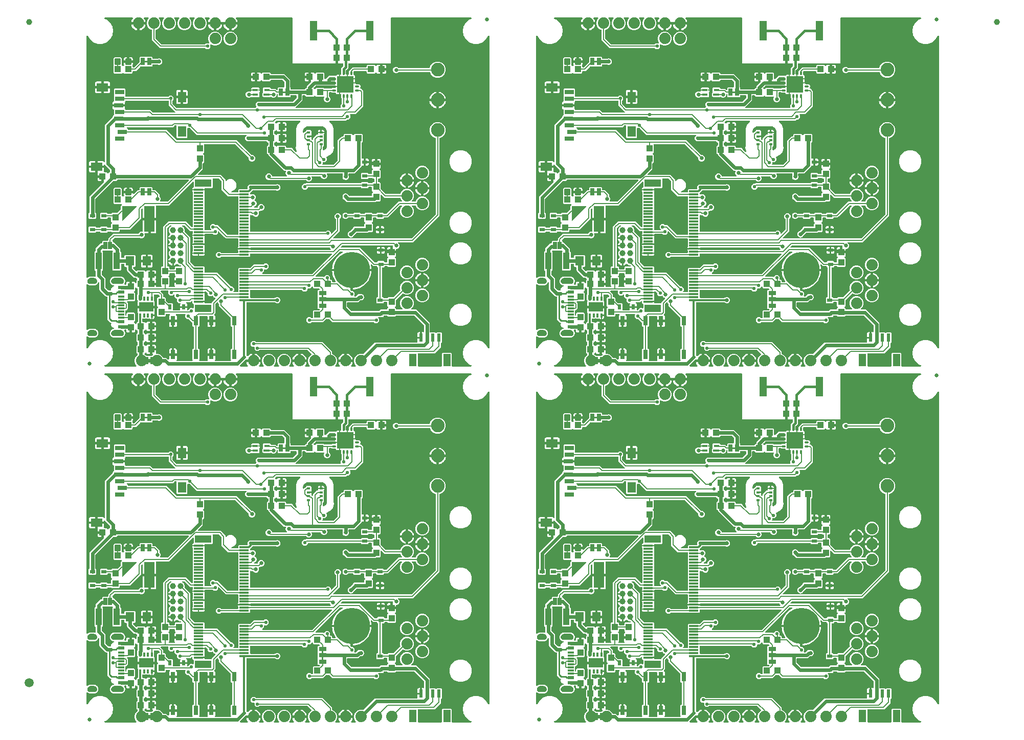
<source format=gtl>
G04 EAGLE Gerber RS-274X export*
G75*
%MOMM*%
%FSLAX34Y34*%
%LPD*%
%INTop Copper*%
%IPPOS*%
%AMOC8*
5,1,8,0,0,1.08239X$1,22.5*%
G01*
%ADD10R,1.000000X0.300000*%
%ADD11R,1.000000X0.600000*%
%ADD12C,0.654000*%
%ADD13R,1.000000X1.100000*%
%ADD14R,0.300000X0.650000*%
%ADD15R,2.350000X1.600000*%
%ADD16R,1.100000X1.000000*%
%ADD17C,0.635000*%
%ADD18R,1.700000X4.200000*%
%ADD19R,1.000000X1.000000*%
%ADD20R,0.830000X0.630000*%
%ADD21R,1.200000X2.000000*%
%ADD22R,0.600000X1.350000*%
%ADD23R,1.270000X0.660400*%
%ADD24R,0.762000X1.524000*%
%ADD25R,0.635000X1.270000*%
%ADD26R,1.000000X2.800000*%
%ADD27R,1.400000X1.600000*%
%ADD28C,1.879600*%
%ADD29C,1.000000*%
%ADD30R,1.400000X1.800000*%
%ADD31R,1.900000X1.400000*%
%ADD32R,1.500000X0.800000*%
%ADD33C,6.000000*%
%ADD34R,0.630000X0.830000*%
%ADD35R,0.500000X0.350000*%
%ADD36R,0.900000X0.350000*%
%ADD37R,1.000000X0.350000*%
%ADD38R,0.660400X1.270000*%
%ADD39C,0.300000*%
%ADD40C,2.250000*%
%ADD41C,0.350000*%
%ADD42R,2.700000X2.700000*%
%ADD43R,1.300000X3.200400*%
%ADD44R,1.550000X0.300000*%
%ADD45R,2.750000X1.200000*%
%ADD46C,1.500000*%
%ADD47C,0.203200*%
%ADD48C,0.558800*%
%ADD49C,0.609600*%
%ADD50C,0.406400*%
%ADD51C,0.304800*%
%ADD52C,0.558800*%
%ADD53C,0.254000*%

G36*
X590510Y3311D02*
X590510Y3311D01*
X590568Y3309D01*
X590650Y3331D01*
X590734Y3343D01*
X590787Y3366D01*
X590843Y3381D01*
X590916Y3424D01*
X590993Y3459D01*
X591038Y3497D01*
X591088Y3526D01*
X591146Y3588D01*
X591210Y3642D01*
X591242Y3691D01*
X591282Y3734D01*
X591321Y3809D01*
X591368Y3879D01*
X591385Y3935D01*
X591412Y3987D01*
X591423Y4055D01*
X591453Y4150D01*
X591456Y4250D01*
X591467Y4318D01*
X591467Y24892D01*
X592658Y26083D01*
X606342Y26083D01*
X607533Y24892D01*
X607533Y4318D01*
X607541Y4260D01*
X607539Y4202D01*
X607561Y4120D01*
X607573Y4036D01*
X607596Y3983D01*
X607611Y3927D01*
X607654Y3854D01*
X607689Y3777D01*
X607727Y3732D01*
X607756Y3682D01*
X607818Y3624D01*
X607872Y3560D01*
X607921Y3528D01*
X607964Y3488D01*
X608039Y3449D01*
X608109Y3402D01*
X608165Y3385D01*
X608217Y3358D01*
X608285Y3347D01*
X608380Y3317D01*
X608480Y3314D01*
X608548Y3303D01*
X639527Y3303D01*
X639634Y3318D01*
X639741Y3326D01*
X639774Y3338D01*
X639808Y3343D01*
X639907Y3387D01*
X640008Y3424D01*
X640036Y3445D01*
X640068Y3459D01*
X640150Y3529D01*
X640237Y3592D01*
X640258Y3620D01*
X640285Y3642D01*
X640345Y3732D01*
X640410Y3818D01*
X640423Y3850D01*
X640442Y3879D01*
X640475Y3982D01*
X640515Y4082D01*
X640518Y4117D01*
X640528Y4150D01*
X640531Y4258D01*
X640541Y4365D01*
X640535Y4400D01*
X640536Y4434D01*
X640508Y4539D01*
X640488Y4645D01*
X640473Y4676D01*
X640464Y4709D01*
X640409Y4802D01*
X640360Y4898D01*
X640336Y4924D01*
X640318Y4954D01*
X640240Y5028D01*
X640166Y5107D01*
X640139Y5122D01*
X640111Y5148D01*
X639920Y5246D01*
X639874Y5272D01*
X636738Y6413D01*
X630905Y11308D01*
X627098Y17902D01*
X625776Y25400D01*
X627098Y32898D01*
X630905Y39492D01*
X636738Y44387D01*
X643893Y46991D01*
X651507Y46991D01*
X658662Y44387D01*
X664495Y39492D01*
X667903Y33589D01*
X667915Y33574D01*
X667923Y33556D01*
X668002Y33462D01*
X668078Y33365D01*
X668094Y33354D01*
X668107Y33339D01*
X668209Y33271D01*
X668308Y33199D01*
X668327Y33192D01*
X668343Y33181D01*
X668460Y33144D01*
X668576Y33103D01*
X668596Y33101D01*
X668614Y33096D01*
X668737Y33092D01*
X668860Y33085D01*
X668879Y33089D01*
X668898Y33088D01*
X669017Y33119D01*
X669137Y33146D01*
X669155Y33155D01*
X669173Y33160D01*
X669279Y33223D01*
X669387Y33282D01*
X669401Y33295D01*
X669418Y33305D01*
X669502Y33395D01*
X669589Y33481D01*
X669599Y33498D01*
X669612Y33513D01*
X669668Y33622D01*
X669728Y33729D01*
X669733Y33748D01*
X669742Y33766D01*
X669754Y33838D01*
X669793Y34006D01*
X669791Y34057D01*
X669797Y34097D01*
X669797Y550103D01*
X669795Y550123D01*
X669797Y550142D01*
X669775Y550263D01*
X669757Y550385D01*
X669749Y550402D01*
X669746Y550422D01*
X669691Y550532D01*
X669641Y550644D01*
X669629Y550659D01*
X669620Y550677D01*
X669537Y550767D01*
X669458Y550861D01*
X669441Y550872D01*
X669428Y550886D01*
X669323Y550951D01*
X669221Y551019D01*
X669202Y551025D01*
X669186Y551035D01*
X669067Y551067D01*
X668950Y551104D01*
X668930Y551105D01*
X668911Y551110D01*
X668789Y551109D01*
X668666Y551112D01*
X668647Y551107D01*
X668627Y551107D01*
X668509Y551071D01*
X668391Y551040D01*
X668374Y551030D01*
X668355Y551024D01*
X668252Y550957D01*
X668146Y550895D01*
X668133Y550880D01*
X668116Y550870D01*
X668070Y550813D01*
X667952Y550687D01*
X667928Y550642D01*
X667903Y550611D01*
X664495Y544708D01*
X658662Y539813D01*
X651507Y537209D01*
X643893Y537209D01*
X636738Y539813D01*
X630905Y544708D01*
X627098Y551302D01*
X625776Y558800D01*
X627098Y566298D01*
X630905Y572892D01*
X636738Y577787D01*
X639874Y578928D01*
X639969Y578979D01*
X640068Y579023D01*
X640094Y579045D01*
X640125Y579062D01*
X640202Y579137D01*
X640285Y579207D01*
X640304Y579235D01*
X640329Y579260D01*
X640383Y579353D01*
X640442Y579443D01*
X640453Y579476D01*
X640470Y579506D01*
X640496Y579611D01*
X640528Y579714D01*
X640529Y579749D01*
X640537Y579783D01*
X640533Y579890D01*
X640536Y579998D01*
X640527Y580032D01*
X640525Y580067D01*
X640491Y580169D01*
X640464Y580273D01*
X640446Y580303D01*
X640435Y580336D01*
X640374Y580425D01*
X640318Y580518D01*
X640293Y580542D01*
X640273Y580570D01*
X640190Y580638D01*
X640111Y580712D01*
X640080Y580728D01*
X640053Y580750D01*
X639954Y580793D01*
X639858Y580842D01*
X639827Y580847D01*
X639792Y580862D01*
X639580Y580888D01*
X639527Y580897D01*
X508000Y580897D01*
X507942Y580889D01*
X507884Y580891D01*
X507802Y580869D01*
X507719Y580857D01*
X507665Y580834D01*
X507609Y580819D01*
X507536Y580776D01*
X507459Y580741D01*
X507414Y580703D01*
X507364Y580674D01*
X507306Y580612D01*
X507242Y580558D01*
X507210Y580509D01*
X507170Y580466D01*
X507131Y580391D01*
X507085Y580321D01*
X507067Y580265D01*
X507040Y580213D01*
X507029Y580145D01*
X506999Y580050D01*
X506996Y579950D01*
X506985Y579882D01*
X506985Y505205D01*
X437374Y505205D01*
X437316Y505197D01*
X437258Y505199D01*
X437176Y505177D01*
X437092Y505165D01*
X437039Y505142D01*
X436983Y505127D01*
X436910Y505084D01*
X436833Y505049D01*
X436788Y505011D01*
X436738Y504982D01*
X436680Y504920D01*
X436616Y504866D01*
X436584Y504817D01*
X436544Y504774D01*
X436505Y504699D01*
X436458Y504629D01*
X436441Y504573D01*
X436414Y504521D01*
X436403Y504453D01*
X436373Y504358D01*
X436370Y504258D01*
X436359Y504190D01*
X436359Y497562D01*
X432846Y494050D01*
X432794Y493980D01*
X432734Y493916D01*
X432708Y493867D01*
X432675Y493822D01*
X432644Y493741D01*
X432604Y493663D01*
X432596Y493615D01*
X432574Y493557D01*
X432562Y493409D01*
X432549Y493332D01*
X432549Y487934D01*
X432557Y487876D01*
X432555Y487818D01*
X432577Y487736D01*
X432589Y487652D01*
X432612Y487599D01*
X432627Y487543D01*
X432670Y487470D01*
X432705Y487393D01*
X432743Y487348D01*
X432772Y487298D01*
X432834Y487240D01*
X432888Y487176D01*
X432937Y487144D01*
X432980Y487104D01*
X433055Y487065D01*
X433125Y487018D01*
X433181Y487001D01*
X433233Y486974D01*
X433301Y486963D01*
X433396Y486933D01*
X433496Y486930D01*
X433564Y486919D01*
X434333Y486919D01*
X434947Y486304D01*
X435017Y486252D01*
X435081Y486192D01*
X435131Y486166D01*
X435175Y486133D01*
X435256Y486102D01*
X435334Y486062D01*
X435382Y486054D01*
X435440Y486032D01*
X435588Y486020D01*
X435665Y486007D01*
X436686Y486007D01*
X436744Y486015D01*
X436802Y486013D01*
X436884Y486035D01*
X436968Y486047D01*
X437021Y486070D01*
X437077Y486085D01*
X437150Y486128D01*
X437227Y486163D01*
X437272Y486201D01*
X437322Y486230D01*
X437380Y486292D01*
X437444Y486346D01*
X437476Y486395D01*
X437516Y486438D01*
X437555Y486513D01*
X437602Y486583D01*
X437619Y486639D01*
X437646Y486691D01*
X437657Y486759D01*
X437687Y486854D01*
X437690Y486954D01*
X437701Y487022D01*
X437701Y492403D01*
X438138Y492840D01*
X438190Y492909D01*
X438231Y492953D01*
X443627Y498349D01*
X465552Y498349D01*
X465610Y498357D01*
X465668Y498355D01*
X465750Y498377D01*
X465834Y498389D01*
X465887Y498412D01*
X465943Y498427D01*
X466016Y498470D01*
X466093Y498505D01*
X466138Y498543D01*
X466188Y498572D01*
X466246Y498634D01*
X466310Y498688D01*
X466342Y498737D01*
X466382Y498780D01*
X466421Y498855D01*
X466468Y498925D01*
X466485Y498981D01*
X466512Y499033D01*
X466523Y499101D01*
X466553Y499196D01*
X466556Y499296D01*
X466567Y499364D01*
X466567Y501142D01*
X467758Y502333D01*
X480442Y502333D01*
X481661Y501114D01*
X481700Y501085D01*
X481732Y501049D01*
X481813Y501000D01*
X481888Y500943D01*
X481933Y500926D01*
X481975Y500900D01*
X482065Y500876D01*
X482153Y500842D01*
X482202Y500838D01*
X482249Y500825D01*
X482343Y500826D01*
X482437Y500818D01*
X482484Y500828D01*
X482533Y500829D01*
X482623Y500856D01*
X482715Y500874D01*
X482759Y500897D01*
X482805Y500911D01*
X482884Y500962D01*
X482968Y501005D01*
X483003Y501039D01*
X483044Y501065D01*
X483091Y501123D01*
X483174Y501201D01*
X483218Y501276D01*
X483258Y501324D01*
X483567Y501860D01*
X484040Y502333D01*
X484619Y502668D01*
X485266Y502841D01*
X489069Y502841D01*
X489069Y496316D01*
X489077Y496258D01*
X489075Y496200D01*
X489097Y496118D01*
X489109Y496035D01*
X489133Y495981D01*
X489147Y495925D01*
X489190Y495852D01*
X489225Y495775D01*
X489263Y495731D01*
X489293Y495680D01*
X489354Y495623D01*
X489409Y495558D01*
X489457Y495526D01*
X489500Y495486D01*
X489575Y495447D01*
X489645Y495401D01*
X489701Y495383D01*
X489753Y495356D01*
X489821Y495345D01*
X489916Y495315D01*
X490016Y495312D01*
X490084Y495301D01*
X491101Y495301D01*
X491101Y495299D01*
X490084Y495299D01*
X490026Y495291D01*
X489968Y495292D01*
X489886Y495271D01*
X489803Y495259D01*
X489749Y495235D01*
X489693Y495221D01*
X489620Y495178D01*
X489543Y495143D01*
X489498Y495105D01*
X489448Y495075D01*
X489390Y495014D01*
X489326Y494959D01*
X489294Y494911D01*
X489254Y494868D01*
X489215Y494793D01*
X489169Y494723D01*
X489151Y494667D01*
X489124Y494615D01*
X489113Y494547D01*
X489083Y494452D01*
X489080Y494352D01*
X489069Y494284D01*
X489069Y487759D01*
X485266Y487759D01*
X484619Y487932D01*
X484040Y488267D01*
X483567Y488740D01*
X483258Y489276D01*
X483228Y489314D01*
X483205Y489357D01*
X483140Y489426D01*
X483082Y489499D01*
X483043Y489528D01*
X483009Y489563D01*
X482928Y489611D01*
X482852Y489666D01*
X482806Y489683D01*
X482764Y489707D01*
X482673Y489730D01*
X482585Y489762D01*
X482536Y489765D01*
X482489Y489777D01*
X482395Y489774D01*
X482301Y489780D01*
X482253Y489770D01*
X482204Y489768D01*
X482115Y489739D01*
X482023Y489719D01*
X481980Y489696D01*
X481934Y489681D01*
X481873Y489638D01*
X481773Y489583D01*
X481712Y489522D01*
X481661Y489486D01*
X480442Y488267D01*
X467758Y488267D01*
X466567Y489458D01*
X466567Y491236D01*
X466559Y491294D01*
X466561Y491352D01*
X466539Y491434D01*
X466527Y491518D01*
X466504Y491571D01*
X466489Y491627D01*
X466446Y491700D01*
X466411Y491777D01*
X466373Y491822D01*
X466344Y491872D01*
X466282Y491930D01*
X466228Y491994D01*
X466179Y492026D01*
X466136Y492066D01*
X466061Y492105D01*
X465991Y492152D01*
X465935Y492169D01*
X465883Y492196D01*
X465815Y492207D01*
X465720Y492237D01*
X465620Y492240D01*
X465552Y492251D01*
X446573Y492251D01*
X446487Y492239D01*
X446399Y492236D01*
X446347Y492219D01*
X446292Y492211D01*
X446212Y492176D01*
X446129Y492149D01*
X446090Y492121D01*
X446032Y492095D01*
X445919Y491999D01*
X445856Y491954D01*
X445564Y491663D01*
X445512Y491593D01*
X445452Y491529D01*
X445426Y491480D01*
X445393Y491435D01*
X445362Y491354D01*
X445322Y491276D01*
X445314Y491228D01*
X445292Y491170D01*
X445280Y491022D01*
X445267Y490945D01*
X445267Y486867D01*
X445276Y486799D01*
X445276Y486731D01*
X445296Y486659D01*
X445307Y486585D01*
X445334Y486523D01*
X445353Y486457D01*
X445392Y486394D01*
X445423Y486326D01*
X445467Y486274D01*
X445503Y486216D01*
X445558Y486166D01*
X445606Y486109D01*
X445663Y486071D01*
X445714Y486025D01*
X445771Y485999D01*
X445843Y485951D01*
X445952Y485917D01*
X446019Y485886D01*
X446215Y485834D01*
X446794Y485499D01*
X447267Y485026D01*
X447602Y484447D01*
X447775Y483800D01*
X447775Y473897D01*
X447787Y473811D01*
X447790Y473723D01*
X447807Y473671D01*
X447815Y473616D01*
X447850Y473536D01*
X447877Y473453D01*
X447905Y473414D01*
X447931Y473356D01*
X448027Y473243D01*
X448072Y473179D01*
X448819Y472433D01*
X448819Y471514D01*
X448827Y471456D01*
X448825Y471398D01*
X448847Y471316D01*
X448859Y471232D01*
X448882Y471179D01*
X448897Y471123D01*
X448940Y471050D01*
X448975Y470973D01*
X449013Y470928D01*
X449042Y470878D01*
X449104Y470820D01*
X449158Y470756D01*
X449207Y470724D01*
X449250Y470684D01*
X449325Y470645D01*
X449395Y470598D01*
X449451Y470581D01*
X449503Y470554D01*
X449571Y470543D01*
X449666Y470513D01*
X449766Y470510D01*
X449834Y470499D01*
X454191Y470499D01*
X456407Y468283D01*
X456407Y465149D01*
X456255Y464998D01*
X456238Y464974D01*
X456215Y464955D01*
X456153Y464861D01*
X456085Y464771D01*
X456074Y464743D01*
X456058Y464719D01*
X456024Y464611D01*
X455983Y464505D01*
X455981Y464476D01*
X455972Y464448D01*
X455969Y464335D01*
X455960Y464222D01*
X455966Y464193D01*
X455965Y464164D01*
X455993Y464054D01*
X456016Y463943D01*
X456029Y463917D01*
X456037Y463889D01*
X456094Y463791D01*
X456147Y463691D01*
X456167Y463669D01*
X456182Y463644D01*
X456265Y463567D01*
X456342Y463485D01*
X456368Y463470D01*
X456389Y463450D01*
X456490Y463398D01*
X456588Y463341D01*
X456616Y463334D01*
X456642Y463320D01*
X456720Y463307D01*
X456863Y463271D01*
X456926Y463273D01*
X456973Y463265D01*
X457193Y463265D01*
X461122Y459336D01*
X461122Y433950D01*
X448303Y421131D01*
X440198Y421131D01*
X440169Y421127D01*
X440139Y421130D01*
X440028Y421107D01*
X439916Y421091D01*
X439890Y421079D01*
X439861Y421074D01*
X439760Y421021D01*
X439657Y420975D01*
X439634Y420956D01*
X439608Y420943D01*
X439526Y420865D01*
X439440Y420792D01*
X439424Y420767D01*
X439402Y420747D01*
X439345Y420649D01*
X439282Y420555D01*
X439273Y420527D01*
X439259Y420502D01*
X439231Y420392D01*
X439196Y420284D01*
X439196Y420254D01*
X439189Y420226D01*
X439192Y420113D01*
X439189Y420000D01*
X439197Y419971D01*
X439198Y419942D01*
X439232Y419834D01*
X439261Y419725D01*
X439276Y419699D01*
X439285Y419671D01*
X439331Y419607D01*
X439406Y419480D01*
X439452Y419437D01*
X439480Y419398D01*
X439811Y419067D01*
X439811Y415069D01*
X436983Y412241D01*
X434889Y412241D01*
X434803Y412229D01*
X434715Y412226D01*
X434663Y412209D01*
X434608Y412201D01*
X434528Y412166D01*
X434445Y412139D01*
X434406Y412111D01*
X434348Y412085D01*
X434235Y411989D01*
X434171Y411944D01*
X432437Y410209D01*
X405865Y410209D01*
X405836Y410205D01*
X405807Y410208D01*
X405696Y410185D01*
X405584Y410169D01*
X405557Y410157D01*
X405528Y410152D01*
X405428Y410100D01*
X405324Y410053D01*
X405302Y410034D01*
X405276Y410021D01*
X405194Y409943D01*
X405107Y409870D01*
X405091Y409845D01*
X405070Y409825D01*
X405012Y409727D01*
X404950Y409633D01*
X404941Y409605D01*
X404926Y409580D01*
X404898Y409470D01*
X404864Y409362D01*
X404863Y409332D01*
X404856Y409304D01*
X404859Y409191D01*
X404857Y409078D01*
X404864Y409049D01*
X404865Y409020D01*
X404900Y408912D01*
X404928Y408803D01*
X404943Y408777D01*
X404952Y408749D01*
X404998Y408686D01*
X405074Y408558D01*
X405119Y408515D01*
X405147Y408476D01*
X409420Y404204D01*
X412243Y397388D01*
X412243Y368680D01*
X412252Y368617D01*
X412249Y368568D01*
X412588Y365517D01*
X410668Y358890D01*
X406358Y353502D01*
X400319Y350177D01*
X400272Y350142D01*
X400220Y350114D01*
X400159Y350057D01*
X400092Y350006D01*
X400057Y349959D01*
X400014Y349919D01*
X399971Y349846D01*
X399921Y349779D01*
X399900Y349724D01*
X399870Y349673D01*
X399849Y349592D01*
X399819Y349514D01*
X399814Y349455D01*
X399800Y349398D01*
X399803Y349314D01*
X399796Y349231D01*
X399807Y349173D01*
X399809Y349114D01*
X399835Y349034D01*
X399851Y348952D01*
X399878Y348899D01*
X399896Y348843D01*
X399936Y348787D01*
X399982Y348699D01*
X400051Y348626D01*
X400091Y348570D01*
X400509Y348152D01*
X400509Y344153D01*
X397682Y341326D01*
X394963Y341326D01*
X394905Y341318D01*
X394846Y341319D01*
X394765Y341298D01*
X394681Y341286D01*
X394628Y341262D01*
X394571Y341247D01*
X394499Y341204D01*
X394422Y341170D01*
X394377Y341132D01*
X394327Y341102D01*
X394269Y341041D01*
X394205Y340986D01*
X394172Y340937D01*
X394132Y340895D01*
X394094Y340820D01*
X394047Y340749D01*
X394029Y340694D01*
X394003Y340642D01*
X393991Y340574D01*
X393961Y340478D01*
X393959Y340379D01*
X393947Y340311D01*
X393947Y338861D01*
X393878Y338792D01*
X393860Y338768D01*
X393838Y338749D01*
X393775Y338655D01*
X393707Y338565D01*
X393697Y338537D01*
X393680Y338513D01*
X393646Y338405D01*
X393606Y338299D01*
X393603Y338270D01*
X393594Y338242D01*
X393592Y338129D01*
X393582Y338016D01*
X393588Y337987D01*
X393587Y337958D01*
X393616Y337848D01*
X393638Y337737D01*
X393652Y337711D01*
X393659Y337683D01*
X393717Y337585D01*
X393769Y337485D01*
X393789Y337463D01*
X393804Y337438D01*
X393887Y337361D01*
X393965Y337279D01*
X393990Y337264D01*
X394012Y337244D01*
X394112Y337192D01*
X394210Y337135D01*
X394239Y337128D01*
X394265Y337114D01*
X394342Y337101D01*
X394486Y337065D01*
X394548Y337067D01*
X394596Y337059D01*
X411067Y337059D01*
X411153Y337071D01*
X411241Y337074D01*
X411293Y337091D01*
X411348Y337099D01*
X411428Y337134D01*
X411511Y337161D01*
X411550Y337189D01*
X411608Y337215D01*
X411721Y337311D01*
X411785Y337356D01*
X418294Y343865D01*
X418346Y343935D01*
X418406Y343999D01*
X418432Y344049D01*
X418465Y344093D01*
X418496Y344174D01*
X418536Y344252D01*
X418544Y344300D01*
X418566Y344358D01*
X418578Y344506D01*
X418591Y344583D01*
X418591Y377183D01*
X425457Y384049D01*
X427452Y384049D01*
X427510Y384057D01*
X427568Y384055D01*
X427650Y384077D01*
X427734Y384089D01*
X427787Y384112D01*
X427843Y384127D01*
X427916Y384170D01*
X427993Y384205D01*
X428038Y384243D01*
X428088Y384272D01*
X428146Y384334D01*
X428210Y384388D01*
X428242Y384437D01*
X428282Y384480D01*
X428321Y384555D01*
X428368Y384625D01*
X428385Y384681D01*
X428412Y384733D01*
X428423Y384801D01*
X428453Y384896D01*
X428456Y384996D01*
X428467Y385064D01*
X428467Y386842D01*
X429658Y388033D01*
X442342Y388033D01*
X443782Y386593D01*
X443829Y386557D01*
X443869Y386515D01*
X443942Y386472D01*
X444009Y386422D01*
X444064Y386401D01*
X444114Y386371D01*
X444196Y386351D01*
X444275Y386320D01*
X444333Y386316D01*
X444390Y386301D01*
X444474Y386304D01*
X444558Y386297D01*
X444616Y386308D01*
X444674Y386310D01*
X444754Y386336D01*
X444837Y386353D01*
X444889Y386380D01*
X444945Y386398D01*
X445001Y386438D01*
X445089Y386484D01*
X445162Y386553D01*
X445218Y386593D01*
X446658Y388033D01*
X459342Y388033D01*
X460533Y386842D01*
X460533Y375158D01*
X459342Y373967D01*
X459232Y373967D01*
X459174Y373959D01*
X459116Y373961D01*
X459034Y373939D01*
X458950Y373927D01*
X458897Y373904D01*
X458841Y373889D01*
X458768Y373846D01*
X458691Y373811D01*
X458646Y373773D01*
X458596Y373744D01*
X458538Y373682D01*
X458474Y373628D01*
X458442Y373579D01*
X458402Y373536D01*
X458363Y373461D01*
X458316Y373391D01*
X458299Y373335D01*
X458272Y373283D01*
X458261Y373215D01*
X458231Y373120D01*
X458228Y373020D01*
X458217Y372952D01*
X458217Y348406D01*
X458225Y348348D01*
X458223Y348290D01*
X458245Y348208D01*
X458257Y348124D01*
X458280Y348071D01*
X458295Y348015D01*
X458338Y347942D01*
X458373Y347865D01*
X458411Y347820D01*
X458440Y347770D01*
X458502Y347712D01*
X458556Y347648D01*
X458605Y347616D01*
X458648Y347576D01*
X458723Y347537D01*
X458793Y347490D01*
X458849Y347473D01*
X458901Y347446D01*
X458969Y347435D01*
X459064Y347405D01*
X459164Y347402D01*
X459232Y347391D01*
X461976Y347391D01*
X461976Y342259D01*
X461984Y342201D01*
X461982Y342143D01*
X462004Y342061D01*
X462016Y341978D01*
X462039Y341924D01*
X462054Y341868D01*
X462097Y341795D01*
X462132Y341718D01*
X462148Y341700D01*
X462122Y341650D01*
X462075Y341580D01*
X462058Y341524D01*
X462031Y341472D01*
X462020Y341404D01*
X461990Y341309D01*
X461987Y341209D01*
X461976Y341141D01*
X461976Y336009D01*
X459232Y336009D01*
X459174Y336001D01*
X459116Y336003D01*
X459034Y335981D01*
X458950Y335969D01*
X458897Y335946D01*
X458841Y335931D01*
X458768Y335888D01*
X458691Y335853D01*
X458646Y335815D01*
X458596Y335786D01*
X458538Y335724D01*
X458474Y335670D01*
X458442Y335621D01*
X458402Y335578D01*
X458363Y335503D01*
X458316Y335433D01*
X458299Y335377D01*
X458272Y335325D01*
X458261Y335257D01*
X458231Y335162D01*
X458228Y335062D01*
X458217Y334994D01*
X458217Y334551D01*
X446499Y322833D01*
X437769Y322833D01*
X437711Y322825D01*
X437653Y322827D01*
X437571Y322805D01*
X437487Y322793D01*
X437434Y322770D01*
X437378Y322755D01*
X437305Y322712D01*
X437228Y322677D01*
X437183Y322639D01*
X437133Y322610D01*
X437075Y322548D01*
X437011Y322494D01*
X436979Y322445D01*
X436939Y322402D01*
X436900Y322327D01*
X436853Y322257D01*
X436836Y322201D01*
X436809Y322149D01*
X436798Y322081D01*
X436768Y321986D01*
X436765Y321886D01*
X436754Y321818D01*
X436754Y319658D01*
X436758Y319627D01*
X436756Y319596D01*
X436773Y319520D01*
X436794Y319376D01*
X436820Y319317D01*
X436831Y319269D01*
X437135Y318536D01*
X437135Y316464D01*
X436831Y315731D01*
X436823Y315701D01*
X436809Y315673D01*
X436796Y315596D01*
X436767Y315481D01*
X436695Y315386D01*
X436672Y315325D01*
X436646Y315283D01*
X436342Y314550D01*
X434877Y313085D01*
X434144Y312781D01*
X434117Y312766D01*
X434088Y312756D01*
X434024Y312710D01*
X433921Y312650D01*
X433803Y312633D01*
X433744Y312607D01*
X433696Y312596D01*
X432963Y312292D01*
X430891Y312292D01*
X430158Y312596D01*
X430128Y312604D01*
X430100Y312618D01*
X430023Y312631D01*
X429908Y312660D01*
X429813Y312732D01*
X429752Y312755D01*
X429710Y312781D01*
X428977Y313085D01*
X427512Y314550D01*
X427208Y315283D01*
X427193Y315310D01*
X427183Y315339D01*
X427137Y315403D01*
X427077Y315506D01*
X427060Y315624D01*
X427034Y315683D01*
X427023Y315731D01*
X426719Y316464D01*
X426719Y318536D01*
X427023Y319269D01*
X427031Y319299D01*
X427045Y319327D01*
X427058Y319404D01*
X427094Y319544D01*
X427092Y319609D01*
X427100Y319658D01*
X427100Y321818D01*
X427092Y321876D01*
X427094Y321934D01*
X427072Y322016D01*
X427060Y322100D01*
X427037Y322153D01*
X427022Y322209D01*
X426979Y322282D01*
X426944Y322359D01*
X426906Y322404D01*
X426877Y322454D01*
X426815Y322512D01*
X426761Y322576D01*
X426712Y322608D01*
X426669Y322648D01*
X426594Y322687D01*
X426524Y322734D01*
X426468Y322751D01*
X426416Y322778D01*
X426348Y322789D01*
X426253Y322819D01*
X426153Y322822D01*
X426085Y322833D01*
X401661Y322833D01*
X401547Y322817D01*
X401432Y322807D01*
X401407Y322797D01*
X401379Y322793D01*
X401274Y322747D01*
X401167Y322705D01*
X401145Y322689D01*
X401120Y322677D01*
X401032Y322603D01*
X400940Y322534D01*
X400924Y322511D01*
X400903Y322494D01*
X400839Y322398D01*
X400770Y322306D01*
X400760Y322280D01*
X400745Y322257D01*
X400710Y322147D01*
X400670Y322040D01*
X400668Y322012D01*
X400659Y321986D01*
X400656Y321871D01*
X400647Y321757D01*
X400653Y321732D01*
X400652Y321702D01*
X400719Y321445D01*
X400723Y321429D01*
X401448Y319679D01*
X401448Y317607D01*
X400655Y315693D01*
X399190Y314228D01*
X397276Y313435D01*
X395204Y313435D01*
X393290Y314228D01*
X391825Y315693D01*
X391021Y317635D01*
X391020Y317636D01*
X391020Y317637D01*
X390948Y317758D01*
X390876Y317879D01*
X390875Y317880D01*
X390874Y317882D01*
X390770Y317979D01*
X390670Y318075D01*
X390668Y318075D01*
X390667Y318076D01*
X390541Y318141D01*
X390417Y318205D01*
X390415Y318205D01*
X390414Y318206D01*
X390399Y318208D01*
X390138Y318260D01*
X390108Y318257D01*
X390083Y318261D01*
X376576Y318261D01*
X376462Y318245D01*
X376348Y318235D01*
X376322Y318225D01*
X376295Y318221D01*
X376190Y318174D01*
X376083Y318133D01*
X376061Y318117D01*
X376035Y318105D01*
X375947Y318031D01*
X375856Y317962D01*
X375840Y317939D01*
X375818Y317922D01*
X375755Y317826D01*
X375686Y317734D01*
X375676Y317708D01*
X375661Y317685D01*
X375626Y317575D01*
X375586Y317468D01*
X375583Y317440D01*
X375575Y317414D01*
X375572Y317299D01*
X375563Y317185D01*
X375568Y317160D01*
X375568Y317130D01*
X375635Y316873D01*
X375638Y316857D01*
X376048Y315869D01*
X376048Y313797D01*
X375255Y311883D01*
X373790Y310418D01*
X371876Y309625D01*
X369804Y309625D01*
X367890Y310418D01*
X366821Y311487D01*
X366751Y311539D01*
X366688Y311599D01*
X366638Y311625D01*
X366594Y311658D01*
X366512Y311689D01*
X366434Y311729D01*
X366387Y311737D01*
X366328Y311759D01*
X366181Y311771D01*
X366103Y311784D01*
X306204Y311784D01*
X305994Y311995D01*
X305924Y312047D01*
X305860Y312107D01*
X305810Y312133D01*
X305766Y312166D01*
X305685Y312197D01*
X305607Y312237D01*
X305559Y312245D01*
X305501Y312267D01*
X305353Y312279D01*
X305276Y312292D01*
X303764Y312292D01*
X301850Y313085D01*
X300385Y314550D01*
X299592Y316464D01*
X299592Y318536D01*
X300385Y320450D01*
X301850Y321915D01*
X303764Y322708D01*
X305836Y322708D01*
X307750Y321915D01*
X309215Y320450D01*
X310019Y318508D01*
X310020Y318507D01*
X310020Y318506D01*
X310092Y318385D01*
X310164Y318264D01*
X310165Y318263D01*
X310166Y318261D01*
X310270Y318164D01*
X310370Y318068D01*
X310372Y318068D01*
X310373Y318067D01*
X310499Y318002D01*
X310623Y317938D01*
X310625Y317938D01*
X310626Y317937D01*
X310641Y317935D01*
X310902Y317883D01*
X310932Y317886D01*
X310957Y317882D01*
X333972Y317882D01*
X334001Y317886D01*
X334031Y317883D01*
X334142Y317906D01*
X334254Y317922D01*
X334281Y317934D01*
X334309Y317939D01*
X334410Y317992D01*
X334513Y318038D01*
X334536Y318057D01*
X334562Y318070D01*
X334644Y318148D01*
X334730Y318221D01*
X334747Y318246D01*
X334768Y318266D01*
X334825Y318364D01*
X334888Y318458D01*
X334897Y318486D01*
X334912Y318511D01*
X334939Y318621D01*
X334974Y318729D01*
X334974Y318759D01*
X334982Y318787D01*
X334978Y318900D01*
X334981Y319013D01*
X334974Y319042D01*
X334973Y319071D01*
X334938Y319179D01*
X334909Y319288D01*
X334894Y319314D01*
X334885Y319342D01*
X334840Y319406D01*
X334764Y319533D01*
X334718Y319576D01*
X334690Y319615D01*
X333405Y320900D01*
X332612Y322814D01*
X332612Y324886D01*
X333022Y325874D01*
X333050Y325986D01*
X333085Y326095D01*
X333086Y326123D01*
X333093Y326150D01*
X333089Y326264D01*
X333092Y326379D01*
X333085Y326406D01*
X333085Y326434D01*
X333050Y326543D01*
X333021Y326654D01*
X333006Y326678D01*
X332998Y326705D01*
X332934Y326800D01*
X332875Y326899D01*
X332855Y326918D01*
X332840Y326941D01*
X332752Y327015D01*
X332668Y327093D01*
X332643Y327106D01*
X332622Y327124D01*
X332517Y327170D01*
X332415Y327223D01*
X332390Y327227D01*
X332362Y327239D01*
X332099Y327276D01*
X332084Y327278D01*
X330106Y327278D01*
X307298Y350086D01*
X304173Y353211D01*
X304173Y353902D01*
X304165Y353960D01*
X304167Y354018D01*
X304145Y354100D01*
X304133Y354184D01*
X304110Y354237D01*
X304095Y354293D01*
X304052Y354366D01*
X304017Y354443D01*
X303979Y354488D01*
X303950Y354538D01*
X303888Y354596D01*
X303834Y354660D01*
X303785Y354692D01*
X303742Y354732D01*
X303667Y354771D01*
X303597Y354818D01*
X303541Y354835D01*
X303489Y354862D01*
X303421Y354873D01*
X303326Y354903D01*
X303226Y354906D01*
X303158Y354917D01*
X302658Y354917D01*
X301467Y356108D01*
X301467Y367792D01*
X302658Y368983D01*
X303158Y368983D01*
X303216Y368991D01*
X303274Y368989D01*
X303356Y369011D01*
X303440Y369023D01*
X303493Y369046D01*
X303549Y369061D01*
X303622Y369104D01*
X303699Y369139D01*
X303744Y369177D01*
X303794Y369206D01*
X303852Y369268D01*
X303916Y369322D01*
X303948Y369371D01*
X303988Y369414D01*
X304027Y369489D01*
X304074Y369559D01*
X304091Y369615D01*
X304118Y369667D01*
X304129Y369735D01*
X304159Y369830D01*
X304162Y369930D01*
X304173Y369998D01*
X304173Y372952D01*
X304165Y373010D01*
X304167Y373068D01*
X304145Y373150D01*
X304133Y373234D01*
X304110Y373287D01*
X304095Y373343D01*
X304052Y373416D01*
X304017Y373493D01*
X303979Y373538D01*
X303950Y373588D01*
X303888Y373646D01*
X303834Y373710D01*
X303785Y373742D01*
X303742Y373782D01*
X303667Y373821D01*
X303597Y373868D01*
X303541Y373885D01*
X303489Y373912D01*
X303421Y373923D01*
X303326Y373953D01*
X303226Y373956D01*
X303158Y373967D01*
X302658Y373967D01*
X301467Y375158D01*
X301467Y375285D01*
X301459Y375343D01*
X301461Y375401D01*
X301439Y375483D01*
X301427Y375567D01*
X301404Y375620D01*
X301389Y375676D01*
X301346Y375749D01*
X301311Y375826D01*
X301273Y375871D01*
X301244Y375921D01*
X301182Y375979D01*
X301128Y376043D01*
X301079Y376075D01*
X301036Y376115D01*
X300961Y376154D01*
X300891Y376201D01*
X300835Y376218D01*
X300783Y376245D01*
X300715Y376256D01*
X300620Y376286D01*
X300520Y376289D01*
X300452Y376300D01*
X273057Y376300D01*
X272970Y376288D01*
X272883Y376285D01*
X272830Y376268D01*
X272775Y376260D01*
X272695Y376225D01*
X272612Y376198D01*
X272578Y376173D01*
X268511Y376173D01*
X265683Y379001D01*
X265683Y382999D01*
X267792Y385108D01*
X267810Y385132D01*
X267832Y385151D01*
X267895Y385245D01*
X267963Y385335D01*
X267973Y385363D01*
X267990Y385387D01*
X268024Y385495D01*
X268064Y385601D01*
X268067Y385630D01*
X268076Y385658D01*
X268078Y385772D01*
X268088Y385884D01*
X268082Y385913D01*
X268083Y385942D01*
X268054Y386052D01*
X268032Y386163D01*
X268018Y386189D01*
X268011Y386217D01*
X267953Y386315D01*
X267901Y386415D01*
X267881Y386437D01*
X267866Y386462D01*
X267783Y386539D01*
X267705Y386621D01*
X267680Y386636D01*
X267658Y386656D01*
X267558Y386708D01*
X267460Y386765D01*
X267431Y386772D01*
X267405Y386786D01*
X267328Y386799D01*
X267184Y386835D01*
X267122Y386833D01*
X267074Y386841D01*
X185681Y386841D01*
X174803Y397720D01*
X174733Y397772D01*
X174669Y397832D01*
X174619Y397858D01*
X174575Y397891D01*
X174494Y397922D01*
X174416Y397962D01*
X174368Y397970D01*
X174310Y397992D01*
X174162Y398004D01*
X174085Y398017D01*
X171991Y398017D01*
X171866Y398142D01*
X171842Y398160D01*
X171823Y398182D01*
X171729Y398245D01*
X171639Y398313D01*
X171611Y398323D01*
X171587Y398340D01*
X171479Y398374D01*
X171373Y398414D01*
X171344Y398417D01*
X171316Y398426D01*
X171203Y398428D01*
X171090Y398438D01*
X171061Y398432D01*
X171032Y398433D01*
X170922Y398404D01*
X170811Y398382D01*
X170785Y398368D01*
X170757Y398361D01*
X170659Y398303D01*
X170559Y398251D01*
X170537Y398231D01*
X170512Y398216D01*
X170435Y398133D01*
X170353Y398055D01*
X170338Y398030D01*
X170318Y398008D01*
X170266Y397908D01*
X170209Y397810D01*
X170202Y397781D01*
X170188Y397755D01*
X170175Y397678D01*
X170139Y397534D01*
X170141Y397472D01*
X170133Y397424D01*
X170133Y382558D01*
X168942Y381367D01*
X153258Y381367D01*
X152067Y382558D01*
X152067Y401320D01*
X152060Y401372D01*
X152061Y401397D01*
X152060Y401401D01*
X152061Y401436D01*
X152039Y401518D01*
X152027Y401602D01*
X152004Y401655D01*
X151989Y401711D01*
X151946Y401784D01*
X151911Y401861D01*
X151873Y401906D01*
X151844Y401956D01*
X151782Y402014D01*
X151728Y402078D01*
X151679Y402110D01*
X151636Y402150D01*
X151561Y402189D01*
X151491Y402236D01*
X151435Y402253D01*
X151383Y402280D01*
X151315Y402291D01*
X151220Y402321D01*
X151120Y402324D01*
X151052Y402335D01*
X149347Y402335D01*
X149261Y402323D01*
X149173Y402320D01*
X149121Y402303D01*
X149066Y402295D01*
X148986Y402260D01*
X148903Y402233D01*
X148864Y402205D01*
X148806Y402179D01*
X148693Y402083D01*
X148629Y402038D01*
X146043Y399451D01*
X70974Y399451D01*
X70945Y399447D01*
X70916Y399450D01*
X70805Y399427D01*
X70693Y399411D01*
X70666Y399399D01*
X70637Y399394D01*
X70537Y399341D01*
X70434Y399295D01*
X70411Y399276D01*
X70385Y399263D01*
X70303Y399185D01*
X70217Y399112D01*
X70200Y399087D01*
X70179Y399067D01*
X70122Y398969D01*
X70059Y398875D01*
X70050Y398847D01*
X70035Y398822D01*
X70007Y398712D01*
X69973Y398604D01*
X69972Y398574D01*
X69965Y398546D01*
X69969Y398433D01*
X69966Y398320D01*
X69973Y398291D01*
X69974Y398262D01*
X70009Y398154D01*
X70038Y398045D01*
X70053Y398019D01*
X70062Y397991D01*
X70107Y397927D01*
X70183Y397800D01*
X70229Y397757D01*
X70257Y397718D01*
X71633Y396342D01*
X71633Y395564D01*
X71641Y395506D01*
X71639Y395448D01*
X71661Y395366D01*
X71673Y395282D01*
X71696Y395229D01*
X71711Y395173D01*
X71754Y395100D01*
X71789Y395023D01*
X71827Y394978D01*
X71856Y394928D01*
X71918Y394870D01*
X71972Y394806D01*
X72021Y394774D01*
X72064Y394734D01*
X72139Y394695D01*
X72209Y394648D01*
X72265Y394631D01*
X72317Y394604D01*
X72385Y394593D01*
X72480Y394563D01*
X72580Y394560D01*
X72648Y394549D01*
X135543Y394549D01*
X152095Y377996D01*
X152165Y377944D01*
X152229Y377884D01*
X152278Y377858D01*
X152323Y377825D01*
X152404Y377794D01*
X152482Y377754D01*
X152530Y377746D01*
X152588Y377724D01*
X152736Y377712D01*
X152813Y377699D01*
X251453Y377699D01*
X275666Y353485D01*
X275736Y353433D01*
X275800Y353373D01*
X275850Y353347D01*
X275894Y353314D01*
X275975Y353283D01*
X276053Y353243D01*
X276101Y353235D01*
X276159Y353213D01*
X276307Y353201D01*
X276384Y353188D01*
X277896Y353188D01*
X279810Y352395D01*
X281275Y350930D01*
X282068Y349016D01*
X282068Y346944D01*
X281275Y345030D01*
X279810Y343565D01*
X277896Y342772D01*
X275824Y342772D01*
X273910Y343565D01*
X272445Y345030D01*
X271652Y346944D01*
X271652Y348456D01*
X271640Y348542D01*
X271637Y348630D01*
X271620Y348682D01*
X271612Y348737D01*
X271577Y348817D01*
X271550Y348900D01*
X271522Y348939D01*
X271496Y348997D01*
X271415Y349093D01*
X271396Y349124D01*
X271379Y349140D01*
X271355Y349174D01*
X249225Y371304D01*
X249155Y371356D01*
X249091Y371416D01*
X249041Y371442D01*
X248997Y371475D01*
X248916Y371506D01*
X248838Y371546D01*
X248790Y371554D01*
X248732Y371576D01*
X248584Y371588D01*
X248507Y371601D01*
X198548Y371601D01*
X198490Y371593D01*
X198432Y371595D01*
X198350Y371573D01*
X198266Y371561D01*
X198213Y371538D01*
X198157Y371523D01*
X198084Y371480D01*
X198007Y371445D01*
X197962Y371407D01*
X197912Y371378D01*
X197854Y371316D01*
X197790Y371262D01*
X197758Y371213D01*
X197718Y371170D01*
X197679Y371095D01*
X197632Y371025D01*
X197615Y370969D01*
X197588Y370917D01*
X197577Y370849D01*
X197547Y370754D01*
X197544Y370654D01*
X197533Y370586D01*
X197533Y357758D01*
X196093Y356318D01*
X196057Y356271D01*
X196015Y356231D01*
X195972Y356158D01*
X195922Y356091D01*
X195901Y356036D01*
X195871Y355986D01*
X195851Y355904D01*
X195820Y355825D01*
X195816Y355767D01*
X195801Y355710D01*
X195804Y355626D01*
X195797Y355542D01*
X195808Y355488D01*
X195807Y355478D01*
X195809Y355473D01*
X195810Y355426D01*
X195836Y355346D01*
X195853Y355263D01*
X195875Y355221D01*
X195879Y355203D01*
X195886Y355192D01*
X195898Y355155D01*
X195938Y355099D01*
X195984Y355011D01*
X196010Y354983D01*
X196025Y354959D01*
X196065Y354920D01*
X196093Y354882D01*
X197533Y353442D01*
X197533Y340758D01*
X196342Y339567D01*
X196284Y339559D01*
X196226Y339561D01*
X196144Y339539D01*
X196060Y339527D01*
X196007Y339504D01*
X195951Y339489D01*
X195878Y339446D01*
X195801Y339411D01*
X195756Y339373D01*
X195706Y339344D01*
X195648Y339282D01*
X195584Y339228D01*
X195552Y339179D01*
X195512Y339136D01*
X195473Y339061D01*
X195426Y338991D01*
X195409Y338935D01*
X195382Y338883D01*
X195371Y338815D01*
X195341Y338720D01*
X195338Y338620D01*
X195327Y338552D01*
X195327Y329946D01*
X192202Y326821D01*
X187663Y322282D01*
X187645Y322258D01*
X187623Y322239D01*
X187560Y322145D01*
X187492Y322055D01*
X187482Y322027D01*
X187465Y322003D01*
X187431Y321895D01*
X187391Y321789D01*
X187388Y321760D01*
X187379Y321732D01*
X187377Y321618D01*
X187367Y321506D01*
X187373Y321477D01*
X187372Y321448D01*
X187401Y321338D01*
X187423Y321227D01*
X187437Y321201D01*
X187444Y321173D01*
X187502Y321075D01*
X187554Y320975D01*
X187574Y320953D01*
X187589Y320928D01*
X187672Y320851D01*
X187750Y320769D01*
X187775Y320754D01*
X187797Y320734D01*
X187897Y320682D01*
X187995Y320625D01*
X188024Y320618D01*
X188050Y320604D01*
X188127Y320591D01*
X188271Y320555D01*
X188333Y320557D01*
X188381Y320549D01*
X224783Y320549D01*
X232919Y312413D01*
X232919Y311458D01*
X232923Y311429D01*
X232920Y311400D01*
X232943Y311289D01*
X232959Y311177D01*
X232971Y311150D01*
X232976Y311121D01*
X233029Y311020D01*
X233075Y310917D01*
X233094Y310895D01*
X233107Y310869D01*
X233185Y310787D01*
X233258Y310700D01*
X233283Y310684D01*
X233303Y310663D01*
X233401Y310606D01*
X233495Y310543D01*
X233523Y310534D01*
X233548Y310519D01*
X233658Y310491D01*
X233766Y310457D01*
X233796Y310456D01*
X233824Y310449D01*
X233937Y310453D01*
X234050Y310450D01*
X234079Y310457D01*
X234108Y310458D01*
X234216Y310493D01*
X234325Y310521D01*
X234351Y310536D01*
X234379Y310545D01*
X234443Y310591D01*
X234570Y310667D01*
X234613Y310712D01*
X234652Y310740D01*
X235617Y311705D01*
X239304Y313233D01*
X243296Y313233D01*
X246983Y311705D01*
X249805Y308883D01*
X251333Y305196D01*
X251333Y301204D01*
X249805Y297517D01*
X246983Y294695D01*
X243379Y293202D01*
X243305Y293158D01*
X243227Y293123D01*
X243183Y293086D01*
X243135Y293057D01*
X243076Y292995D01*
X243010Y292939D01*
X242978Y292892D01*
X242939Y292851D01*
X242900Y292774D01*
X242852Y292703D01*
X242835Y292649D01*
X242809Y292598D01*
X242793Y292514D01*
X242767Y292432D01*
X242765Y292375D01*
X242754Y292319D01*
X242761Y292234D01*
X242759Y292148D01*
X242774Y292093D01*
X242779Y292036D01*
X242809Y291956D01*
X242831Y291873D01*
X242860Y291824D01*
X242881Y291771D01*
X242932Y291702D01*
X242976Y291628D01*
X243018Y291589D01*
X243052Y291544D01*
X243121Y291492D01*
X243184Y291434D01*
X243234Y291408D01*
X243280Y291374D01*
X243360Y291343D01*
X243437Y291304D01*
X243486Y291296D01*
X243546Y291273D01*
X243690Y291262D01*
X243768Y291249D01*
X253252Y291249D01*
X253310Y291257D01*
X253368Y291255D01*
X253450Y291277D01*
X253534Y291289D01*
X253587Y291312D01*
X253643Y291327D01*
X253716Y291370D01*
X253793Y291405D01*
X253838Y291443D01*
X253888Y291472D01*
X253946Y291534D01*
X254010Y291588D01*
X254042Y291637D01*
X254082Y291680D01*
X254121Y291755D01*
X254168Y291825D01*
X254185Y291881D01*
X254212Y291933D01*
X254223Y292001D01*
X254253Y292096D01*
X254256Y292196D01*
X254267Y292264D01*
X254267Y295542D01*
X255458Y296733D01*
X262132Y296733D01*
X262219Y296745D01*
X262306Y296748D01*
X262334Y296757D01*
X268478Y296757D01*
X268536Y296765D01*
X268594Y296763D01*
X268676Y296785D01*
X268760Y296797D01*
X268813Y296820D01*
X268869Y296835D01*
X268942Y296878D01*
X269019Y296913D01*
X269064Y296951D01*
X269114Y296980D01*
X269172Y297042D01*
X269236Y297096D01*
X269268Y297145D01*
X269308Y297188D01*
X269347Y297263D01*
X269394Y297333D01*
X269411Y297389D01*
X269438Y297441D01*
X269449Y297509D01*
X269479Y297604D01*
X269482Y297704D01*
X269493Y297772D01*
X269493Y301719D01*
X272321Y304547D01*
X316612Y304547D01*
X316643Y304551D01*
X316674Y304549D01*
X316750Y304566D01*
X316894Y304587D01*
X316953Y304613D01*
X317001Y304624D01*
X317734Y304928D01*
X319806Y304928D01*
X320539Y304624D01*
X320569Y304616D01*
X320597Y304602D01*
X320674Y304589D01*
X320789Y304560D01*
X320884Y304488D01*
X320945Y304465D01*
X320987Y304439D01*
X321720Y304135D01*
X323185Y302670D01*
X323489Y301937D01*
X323504Y301910D01*
X323514Y301881D01*
X323560Y301817D01*
X323620Y301714D01*
X323637Y301596D01*
X323663Y301537D01*
X323674Y301489D01*
X323978Y300756D01*
X323978Y298684D01*
X323674Y297951D01*
X323666Y297921D01*
X323652Y297893D01*
X323639Y297816D01*
X323610Y297701D01*
X323538Y297606D01*
X323515Y297545D01*
X323489Y297503D01*
X323185Y296770D01*
X321720Y295305D01*
X320987Y295001D01*
X320960Y294986D01*
X320931Y294976D01*
X320867Y294930D01*
X320764Y294870D01*
X320646Y294853D01*
X320587Y294827D01*
X320539Y294816D01*
X319806Y294512D01*
X317734Y294512D01*
X317001Y294816D01*
X316971Y294824D01*
X316943Y294838D01*
X316866Y294851D01*
X316726Y294887D01*
X316661Y294885D01*
X316612Y294893D01*
X278754Y294893D01*
X278667Y294881D01*
X278580Y294878D01*
X278527Y294861D01*
X278472Y294853D01*
X278392Y294818D01*
X278309Y294791D01*
X278270Y294763D01*
X278213Y294737D01*
X278100Y294641D01*
X278036Y294596D01*
X274130Y290690D01*
X274078Y290620D01*
X274018Y290556D01*
X273992Y290507D01*
X273959Y290463D01*
X273928Y290381D01*
X273888Y290303D01*
X273880Y290256D01*
X273858Y290197D01*
X273846Y290050D01*
X273833Y289972D01*
X273833Y288836D01*
X273849Y288722D01*
X273859Y288608D01*
X273869Y288582D01*
X273873Y288554D01*
X273920Y288449D01*
X273961Y288342D01*
X273977Y288320D01*
X273989Y288295D01*
X274063Y288207D01*
X274132Y288116D01*
X274155Y288099D01*
X274172Y288078D01*
X274268Y288014D01*
X274360Y287946D01*
X274386Y287936D01*
X274409Y287920D01*
X274519Y287886D01*
X274626Y287845D01*
X274654Y287843D01*
X274680Y287835D01*
X274795Y287832D01*
X274909Y287822D01*
X274934Y287828D01*
X274964Y287827D01*
X275221Y287894D01*
X275237Y287898D01*
X276967Y288615D01*
X279039Y288615D01*
X280953Y287822D01*
X282418Y286357D01*
X283211Y284443D01*
X283211Y282371D01*
X282418Y280457D01*
X281413Y279452D01*
X281344Y279360D01*
X281270Y279272D01*
X281258Y279247D01*
X281242Y279225D01*
X281201Y279117D01*
X281154Y279012D01*
X281150Y278985D01*
X281140Y278959D01*
X281131Y278844D01*
X281115Y278731D01*
X281119Y278703D01*
X281117Y278676D01*
X281139Y278563D01*
X281156Y278449D01*
X281167Y278424D01*
X281173Y278397D01*
X281226Y278295D01*
X281273Y278190D01*
X281291Y278169D01*
X281304Y278144D01*
X281383Y278061D01*
X281457Y277974D01*
X281478Y277961D01*
X281500Y277938D01*
X281729Y277804D01*
X281742Y277796D01*
X282215Y277600D01*
X283680Y276135D01*
X284473Y274221D01*
X284473Y272149D01*
X283680Y270235D01*
X282215Y268770D01*
X280844Y268202D01*
X280769Y268158D01*
X280691Y268123D01*
X280648Y268086D01*
X280599Y268057D01*
X280540Y267995D01*
X280474Y267939D01*
X280443Y267892D01*
X280404Y267851D01*
X280364Y267774D01*
X280317Y267703D01*
X280299Y267649D01*
X280273Y267598D01*
X280257Y267514D01*
X280231Y267432D01*
X280229Y267375D01*
X280218Y267319D01*
X280226Y267234D01*
X280223Y267148D01*
X280238Y267093D01*
X280243Y267036D01*
X280274Y266955D01*
X280295Y266873D01*
X280324Y266824D01*
X280345Y266771D01*
X280397Y266702D01*
X280441Y266628D01*
X280482Y266589D01*
X280516Y266544D01*
X280585Y266492D01*
X280648Y266434D01*
X280699Y266408D01*
X280744Y266374D01*
X280824Y266343D01*
X280901Y266304D01*
X280950Y266296D01*
X281010Y266273D01*
X281155Y266262D01*
X281232Y266249D01*
X285877Y266249D01*
X285935Y266257D01*
X285993Y266255D01*
X286075Y266277D01*
X286159Y266289D01*
X286212Y266312D01*
X286268Y266327D01*
X286341Y266370D01*
X286418Y266405D01*
X286463Y266443D01*
X286513Y266472D01*
X286571Y266534D01*
X286635Y266588D01*
X286667Y266637D01*
X286707Y266680D01*
X286746Y266755D01*
X286793Y266825D01*
X286810Y266881D01*
X286837Y266933D01*
X286848Y267001D01*
X286878Y267096D01*
X286881Y267196D01*
X286892Y267264D01*
X286892Y267736D01*
X287685Y269650D01*
X289150Y271115D01*
X291064Y271908D01*
X293136Y271908D01*
X295050Y271115D01*
X296515Y269650D01*
X297308Y267736D01*
X297308Y265664D01*
X296515Y263750D01*
X295050Y262285D01*
X293136Y261492D01*
X291624Y261492D01*
X291538Y261480D01*
X291450Y261477D01*
X291398Y261460D01*
X291343Y261452D01*
X291263Y261417D01*
X291180Y261390D01*
X291141Y261362D01*
X291083Y261336D01*
X290970Y261240D01*
X290906Y261195D01*
X289863Y260151D01*
X288870Y260151D01*
X288757Y260135D01*
X288642Y260125D01*
X288616Y260115D01*
X288589Y260111D01*
X288484Y260064D01*
X288377Y260023D01*
X288355Y260007D01*
X288329Y259995D01*
X288242Y259921D01*
X288150Y259852D01*
X288134Y259829D01*
X288112Y259812D01*
X288049Y259716D01*
X287980Y259624D01*
X287970Y259598D01*
X287955Y259575D01*
X287920Y259465D01*
X287880Y259358D01*
X287877Y259330D01*
X287869Y259304D01*
X287866Y259189D01*
X287857Y259075D01*
X287863Y259050D01*
X287862Y259020D01*
X287929Y258763D01*
X287932Y258747D01*
X288418Y257576D01*
X288418Y255504D01*
X287625Y253590D01*
X286160Y252125D01*
X284246Y251332D01*
X282174Y251332D01*
X280260Y252125D01*
X279191Y253194D01*
X279121Y253246D01*
X279058Y253306D01*
X279008Y253332D01*
X278964Y253365D01*
X278882Y253396D01*
X278804Y253436D01*
X278757Y253444D01*
X278698Y253466D01*
X278551Y253478D01*
X278473Y253491D01*
X275877Y253491D01*
X275566Y253803D01*
X275542Y253820D01*
X275523Y253843D01*
X275468Y253880D01*
X275463Y253885D01*
X275453Y253889D01*
X275429Y253905D01*
X275339Y253973D01*
X275311Y253984D01*
X275287Y254000D01*
X275179Y254034D01*
X275073Y254075D01*
X275044Y254077D01*
X275016Y254086D01*
X274902Y254089D01*
X274790Y254098D01*
X274761Y254093D01*
X274732Y254093D01*
X274622Y254065D01*
X274511Y254042D01*
X274485Y254029D01*
X274457Y254021D01*
X274359Y253964D01*
X274259Y253911D01*
X274237Y253891D01*
X274212Y253876D01*
X274135Y253794D01*
X274053Y253716D01*
X274038Y253690D01*
X274018Y253669D01*
X273966Y253568D01*
X273909Y253470D01*
X273902Y253442D01*
X273888Y253416D01*
X273875Y253338D01*
X273839Y253195D01*
X273841Y253132D01*
X273833Y253085D01*
X273833Y227264D01*
X273841Y227206D01*
X273839Y227148D01*
X273861Y227066D01*
X273873Y226982D01*
X273896Y226929D01*
X273911Y226873D01*
X273954Y226800D01*
X273989Y226723D01*
X274027Y226678D01*
X274056Y226628D01*
X274118Y226570D01*
X274172Y226506D01*
X274221Y226474D01*
X274264Y226434D01*
X274339Y226395D01*
X274409Y226348D01*
X274465Y226331D01*
X274517Y226304D01*
X274585Y226293D01*
X274680Y226263D01*
X274780Y226260D01*
X274848Y226249D01*
X398072Y226249D01*
X398159Y226261D01*
X398246Y226264D01*
X398299Y226281D01*
X398354Y226289D01*
X398433Y226324D01*
X398517Y226351D01*
X398556Y226379D01*
X398613Y226405D01*
X398726Y226501D01*
X398790Y226546D01*
X400591Y228347D01*
X404589Y228347D01*
X407417Y225519D01*
X407417Y223679D01*
X407421Y223650D01*
X407418Y223621D01*
X407441Y223510D01*
X407457Y223398D01*
X407469Y223371D01*
X407474Y223342D01*
X407526Y223242D01*
X407573Y223138D01*
X407592Y223116D01*
X407605Y223090D01*
X407683Y223008D01*
X407756Y222921D01*
X407781Y222905D01*
X407801Y222884D01*
X407899Y222827D01*
X407993Y222764D01*
X408021Y222755D01*
X408046Y222740D01*
X408156Y222712D01*
X408264Y222678D01*
X408294Y222677D01*
X408322Y222670D01*
X408435Y222674D01*
X408548Y222671D01*
X408577Y222678D01*
X408606Y222679D01*
X408714Y222714D01*
X408823Y222743D01*
X408849Y222758D01*
X408877Y222767D01*
X408940Y222812D01*
X409068Y222888D01*
X409111Y222933D01*
X409150Y222961D01*
X415619Y229431D01*
X415672Y229500D01*
X415731Y229564D01*
X415757Y229614D01*
X415790Y229658D01*
X415821Y229739D01*
X415861Y229817D01*
X415869Y229865D01*
X415891Y229923D01*
X415903Y230071D01*
X415916Y230148D01*
X415916Y246858D01*
X415904Y246945D01*
X415901Y247032D01*
X415884Y247085D01*
X415877Y247140D01*
X415841Y247220D01*
X415814Y247303D01*
X415786Y247342D01*
X415760Y247399D01*
X415664Y247512D01*
X415619Y247576D01*
X414550Y248645D01*
X413757Y250559D01*
X413757Y252631D01*
X414550Y254545D01*
X416015Y256010D01*
X417929Y256803D01*
X420001Y256803D01*
X421915Y256010D01*
X423380Y254545D01*
X424173Y252631D01*
X424173Y250559D01*
X423380Y248645D01*
X422311Y247576D01*
X422259Y247506D01*
X422199Y247442D01*
X422173Y247393D01*
X422140Y247349D01*
X422109Y247267D01*
X422069Y247189D01*
X422061Y247142D01*
X422039Y247083D01*
X422027Y246936D01*
X422014Y246858D01*
X422014Y227202D01*
X411603Y216792D01*
X411586Y216768D01*
X411563Y216749D01*
X411501Y216655D01*
X411433Y216565D01*
X411422Y216537D01*
X411406Y216513D01*
X411372Y216405D01*
X411331Y216299D01*
X411329Y216270D01*
X411320Y216242D01*
X411317Y216128D01*
X411308Y216016D01*
X411313Y215987D01*
X411313Y215958D01*
X411341Y215848D01*
X411364Y215737D01*
X411377Y215711D01*
X411385Y215683D01*
X411442Y215585D01*
X411495Y215485D01*
X411515Y215463D01*
X411530Y215438D01*
X411612Y215361D01*
X411690Y215279D01*
X411716Y215264D01*
X411737Y215244D01*
X411838Y215192D01*
X411936Y215135D01*
X411964Y215128D01*
X411990Y215114D01*
X412068Y215101D01*
X412211Y215065D01*
X412274Y215067D01*
X412321Y215059D01*
X439339Y215059D01*
X439424Y215071D01*
X439510Y215073D01*
X439564Y215091D01*
X439620Y215099D01*
X439699Y215134D01*
X439781Y215160D01*
X439828Y215192D01*
X439880Y215215D01*
X439945Y215270D01*
X440017Y215318D01*
X440053Y215362D01*
X440097Y215398D01*
X440144Y215470D01*
X440200Y215536D01*
X440223Y215588D01*
X440254Y215635D01*
X440280Y215717D01*
X440315Y215796D01*
X440323Y215852D01*
X440340Y215906D01*
X440342Y215992D01*
X440354Y216077D01*
X440346Y216133D01*
X440347Y216190D01*
X440326Y216273D01*
X440313Y216359D01*
X440290Y216410D01*
X440276Y216465D01*
X440232Y216539D01*
X440196Y216618D01*
X440159Y216661D01*
X440130Y216710D01*
X440068Y216769D01*
X440012Y216834D01*
X439970Y216860D01*
X439923Y216904D01*
X439794Y216970D01*
X439727Y217012D01*
X438921Y217346D01*
X438891Y217354D01*
X438863Y217368D01*
X438786Y217381D01*
X438671Y217410D01*
X438576Y217482D01*
X438515Y217505D01*
X438473Y217531D01*
X437740Y217835D01*
X436275Y219300D01*
X435971Y220033D01*
X435956Y220060D01*
X435946Y220089D01*
X435900Y220153D01*
X435840Y220256D01*
X435823Y220374D01*
X435797Y220433D01*
X435786Y220481D01*
X435482Y221214D01*
X435482Y223286D01*
X435786Y224019D01*
X435794Y224049D01*
X435808Y224077D01*
X435821Y224154D01*
X435850Y224269D01*
X435922Y224364D01*
X435945Y224425D01*
X435971Y224467D01*
X436275Y225200D01*
X437740Y226665D01*
X438473Y226969D01*
X438500Y226984D01*
X438529Y226994D01*
X438593Y227039D01*
X438718Y227113D01*
X438763Y227160D01*
X438803Y227189D01*
X444370Y232756D01*
X444422Y232826D01*
X444482Y232890D01*
X444508Y232939D01*
X444541Y232983D01*
X444572Y233065D01*
X444612Y233143D01*
X444620Y233190D01*
X444642Y233249D01*
X444654Y233396D01*
X444667Y233474D01*
X444667Y233792D01*
X445858Y234983D01*
X455842Y234983D01*
X455901Y234924D01*
X455970Y234872D01*
X456034Y234812D01*
X456084Y234786D01*
X456128Y234753D01*
X456210Y234722D01*
X456287Y234682D01*
X456335Y234674D01*
X456393Y234652D01*
X456541Y234640D01*
X456619Y234627D01*
X461852Y234627D01*
X461910Y234635D01*
X461968Y234633D01*
X462050Y234655D01*
X462134Y234667D01*
X462187Y234690D01*
X462243Y234705D01*
X462316Y234748D01*
X462393Y234783D01*
X462438Y234821D01*
X462488Y234850D01*
X462546Y234912D01*
X462610Y234966D01*
X462642Y235015D01*
X462682Y235058D01*
X462721Y235133D01*
X462768Y235203D01*
X462785Y235259D01*
X462812Y235311D01*
X462823Y235379D01*
X462853Y235474D01*
X462856Y235574D01*
X462867Y235642D01*
X462867Y239142D01*
X464307Y240582D01*
X464342Y240629D01*
X464385Y240669D01*
X464428Y240742D01*
X464478Y240809D01*
X464499Y240864D01*
X464529Y240914D01*
X464549Y240996D01*
X464580Y241075D01*
X464584Y241133D01*
X464599Y241190D01*
X464596Y241274D01*
X464603Y241358D01*
X464592Y241416D01*
X464590Y241474D01*
X464564Y241554D01*
X464547Y241637D01*
X464520Y241689D01*
X464502Y241745D01*
X464462Y241801D01*
X464416Y241889D01*
X464348Y241962D01*
X464307Y242018D01*
X462867Y243458D01*
X462867Y248736D01*
X462859Y248794D01*
X462861Y248852D01*
X462839Y248934D01*
X462827Y249018D01*
X462804Y249071D01*
X462789Y249127D01*
X462746Y249200D01*
X462711Y249277D01*
X462673Y249322D01*
X462644Y249372D01*
X462582Y249430D01*
X462528Y249494D01*
X462479Y249526D01*
X462436Y249566D01*
X462361Y249605D01*
X462291Y249652D01*
X462235Y249669D01*
X462183Y249696D01*
X462115Y249707D01*
X462020Y249737D01*
X461920Y249740D01*
X461852Y249751D01*
X458048Y249751D01*
X457990Y249743D01*
X457932Y249745D01*
X457850Y249723D01*
X457766Y249711D01*
X457713Y249688D01*
X457657Y249673D01*
X457584Y249630D01*
X457507Y249595D01*
X457462Y249557D01*
X457412Y249528D01*
X457354Y249466D01*
X457290Y249412D01*
X457258Y249363D01*
X457218Y249320D01*
X457179Y249245D01*
X457132Y249175D01*
X457115Y249119D01*
X457088Y249067D01*
X457077Y248999D01*
X457047Y248904D01*
X457045Y248820D01*
X455842Y247617D01*
X445858Y247617D01*
X444660Y248816D01*
X444661Y248852D01*
X444639Y248934D01*
X444627Y249018D01*
X444604Y249071D01*
X444589Y249127D01*
X444546Y249200D01*
X444511Y249277D01*
X444473Y249322D01*
X444444Y249372D01*
X444382Y249430D01*
X444328Y249494D01*
X444279Y249526D01*
X444236Y249566D01*
X444161Y249605D01*
X444091Y249652D01*
X444035Y249669D01*
X443983Y249696D01*
X443915Y249707D01*
X443820Y249737D01*
X443720Y249740D01*
X443652Y249751D01*
X436734Y249751D01*
X436647Y249739D01*
X436560Y249736D01*
X436507Y249719D01*
X436452Y249711D01*
X436372Y249676D01*
X436289Y249649D01*
X436250Y249621D01*
X436193Y249595D01*
X436079Y249499D01*
X436016Y249454D01*
X434877Y248315D01*
X432963Y247522D01*
X430891Y247522D01*
X428977Y248315D01*
X427512Y249780D01*
X426719Y251694D01*
X426719Y253766D01*
X427512Y255680D01*
X428977Y257145D01*
X430891Y257938D01*
X432963Y257938D01*
X434877Y257145D01*
X435876Y256146D01*
X435946Y256094D01*
X436009Y256034D01*
X436059Y256008D01*
X436103Y255975D01*
X436185Y255944D01*
X436263Y255904D01*
X436310Y255896D01*
X436369Y255874D01*
X436516Y255862D01*
X436594Y255849D01*
X443652Y255849D01*
X443710Y255857D01*
X443768Y255855D01*
X443850Y255877D01*
X443934Y255889D01*
X443987Y255912D01*
X444043Y255927D01*
X444116Y255970D01*
X444193Y256005D01*
X444238Y256043D01*
X444288Y256072D01*
X444346Y256134D01*
X444410Y256188D01*
X444442Y256237D01*
X444482Y256280D01*
X444521Y256355D01*
X444568Y256425D01*
X444585Y256481D01*
X444612Y256533D01*
X444623Y256601D01*
X444653Y256696D01*
X444655Y256780D01*
X445858Y257983D01*
X455842Y257983D01*
X457040Y256784D01*
X457039Y256748D01*
X457061Y256666D01*
X457073Y256582D01*
X457096Y256529D01*
X457111Y256473D01*
X457154Y256400D01*
X457189Y256323D01*
X457227Y256278D01*
X457256Y256228D01*
X457318Y256170D01*
X457372Y256106D01*
X457421Y256074D01*
X457464Y256034D01*
X457539Y255995D01*
X457609Y255948D01*
X457665Y255931D01*
X457717Y255904D01*
X457785Y255893D01*
X457880Y255863D01*
X457980Y255860D01*
X458048Y255849D01*
X462153Y255849D01*
X462240Y255861D01*
X462328Y255864D01*
X462380Y255881D01*
X462435Y255889D01*
X462515Y255924D01*
X462598Y255951D01*
X462637Y255979D01*
X462694Y256005D01*
X462808Y256101D01*
X462871Y256146D01*
X464058Y257333D01*
X475742Y257333D01*
X476929Y256146D01*
X476998Y256094D01*
X477062Y256034D01*
X477112Y256008D01*
X477156Y255975D01*
X477238Y255944D01*
X477315Y255904D01*
X477363Y255896D01*
X477421Y255874D01*
X477569Y255862D01*
X477647Y255849D01*
X481752Y255849D01*
X481810Y255857D01*
X481868Y255855D01*
X481950Y255877D01*
X482034Y255889D01*
X482087Y255912D01*
X482143Y255927D01*
X482216Y255970D01*
X482293Y256005D01*
X482338Y256043D01*
X482388Y256072D01*
X482446Y256134D01*
X482510Y256188D01*
X482542Y256237D01*
X482582Y256280D01*
X482621Y256355D01*
X482668Y256425D01*
X482685Y256481D01*
X482712Y256533D01*
X482723Y256601D01*
X482753Y256696D01*
X482755Y256780D01*
X483958Y257983D01*
X493942Y257983D01*
X495140Y256784D01*
X495139Y256748D01*
X495161Y256666D01*
X495173Y256582D01*
X495196Y256529D01*
X495211Y256473D01*
X495254Y256400D01*
X495289Y256323D01*
X495327Y256278D01*
X495356Y256228D01*
X495418Y256170D01*
X495472Y256106D01*
X495521Y256074D01*
X495564Y256034D01*
X495639Y255995D01*
X495709Y255948D01*
X495765Y255931D01*
X495817Y255904D01*
X495885Y255893D01*
X495980Y255863D01*
X496080Y255860D01*
X496148Y255849D01*
X498767Y255849D01*
X498853Y255861D01*
X498941Y255864D01*
X498993Y255881D01*
X499048Y255889D01*
X499128Y255924D01*
X499211Y255951D01*
X499250Y255979D01*
X499308Y256005D01*
X499421Y256101D01*
X499485Y256146D01*
X519437Y276099D01*
X524435Y276099D01*
X524464Y276103D01*
X524493Y276100D01*
X524604Y276123D01*
X524716Y276139D01*
X524743Y276151D01*
X524772Y276156D01*
X524872Y276209D01*
X524976Y276255D01*
X524998Y276274D01*
X525024Y276287D01*
X525106Y276365D01*
X525193Y276438D01*
X525209Y276463D01*
X525230Y276483D01*
X525287Y276581D01*
X525350Y276675D01*
X525359Y276703D01*
X525374Y276728D01*
X525402Y276837D01*
X525436Y276946D01*
X525437Y276976D01*
X525444Y277004D01*
X525440Y277117D01*
X525443Y277230D01*
X525436Y277259D01*
X525435Y277288D01*
X525400Y277396D01*
X525372Y277505D01*
X525357Y277531D01*
X525348Y277559D01*
X525302Y277623D01*
X525226Y277750D01*
X525181Y277793D01*
X525153Y277832D01*
X523709Y279275D01*
X522550Y282075D01*
X522549Y282076D01*
X522549Y282077D01*
X522478Y282196D01*
X522405Y282319D01*
X522404Y282320D01*
X522403Y282322D01*
X522300Y282419D01*
X522199Y282515D01*
X522197Y282515D01*
X522196Y282516D01*
X522070Y282581D01*
X521946Y282645D01*
X521944Y282645D01*
X521943Y282646D01*
X521928Y282648D01*
X521667Y282700D01*
X521637Y282697D01*
X521612Y282701D01*
X496187Y282701D01*
X491366Y287523D01*
X491342Y287540D01*
X491323Y287563D01*
X491229Y287625D01*
X491139Y287693D01*
X491111Y287704D01*
X491087Y287720D01*
X490979Y287754D01*
X490873Y287795D01*
X490844Y287797D01*
X490816Y287806D01*
X490702Y287809D01*
X490590Y287818D01*
X490561Y287813D01*
X490532Y287813D01*
X490422Y287785D01*
X490311Y287762D01*
X490285Y287749D01*
X490257Y287741D01*
X490159Y287684D01*
X490059Y287631D01*
X490037Y287611D01*
X490012Y287596D01*
X489935Y287514D01*
X489853Y287436D01*
X489838Y287410D01*
X489818Y287389D01*
X489766Y287288D01*
X489709Y287190D01*
X489702Y287162D01*
X489688Y287136D01*
X489675Y287058D01*
X489639Y286915D01*
X489641Y286852D01*
X489633Y286805D01*
X489633Y277258D01*
X488442Y276067D01*
X482314Y276067D01*
X482227Y276055D01*
X482140Y276052D01*
X482087Y276035D01*
X482032Y276027D01*
X481952Y275992D01*
X481869Y275965D01*
X481830Y275937D01*
X481773Y275911D01*
X481660Y275815D01*
X481601Y275773D01*
X469318Y275773D01*
X469232Y275761D01*
X469144Y275758D01*
X469092Y275741D01*
X469037Y275733D01*
X468957Y275698D01*
X468874Y275671D01*
X468835Y275643D01*
X468778Y275617D01*
X468664Y275521D01*
X468601Y275476D01*
X468542Y275417D01*
X458558Y275417D01*
X458499Y275476D01*
X458430Y275528D01*
X458366Y275588D01*
X458316Y275614D01*
X458272Y275647D01*
X458190Y275678D01*
X458113Y275718D01*
X458065Y275726D01*
X458007Y275748D01*
X457859Y275760D01*
X457781Y275773D01*
X433808Y275773D01*
X430040Y279541D01*
X430015Y279560D01*
X429995Y279583D01*
X429929Y279625D01*
X429813Y279712D01*
X429752Y279735D01*
X429710Y279761D01*
X428977Y280065D01*
X427512Y281530D01*
X427208Y282263D01*
X427193Y282290D01*
X427183Y282319D01*
X427137Y282383D01*
X427077Y282486D01*
X427060Y282604D01*
X427034Y282663D01*
X427023Y282711D01*
X426719Y283444D01*
X426719Y285516D01*
X427023Y286249D01*
X427031Y286279D01*
X427045Y286307D01*
X427058Y286384D01*
X427087Y286499D01*
X427159Y286594D01*
X427182Y286655D01*
X427208Y286697D01*
X427512Y287430D01*
X428977Y288895D01*
X429710Y289199D01*
X429737Y289214D01*
X429766Y289224D01*
X429830Y289270D01*
X429933Y289330D01*
X430051Y289347D01*
X430110Y289373D01*
X430158Y289384D01*
X430891Y289688D01*
X432963Y289688D01*
X433696Y289384D01*
X433726Y289376D01*
X433754Y289362D01*
X433831Y289349D01*
X433946Y289320D01*
X434041Y289248D01*
X434102Y289225D01*
X434144Y289199D01*
X434877Y288895D01*
X436342Y287430D01*
X436646Y286697D01*
X436661Y286670D01*
X436671Y286641D01*
X436716Y286577D01*
X436790Y286452D01*
X436837Y286408D01*
X436866Y286367D01*
X437509Y285724D01*
X437579Y285671D01*
X437643Y285612D01*
X437692Y285586D01*
X437736Y285553D01*
X437818Y285522D01*
X437896Y285482D01*
X437943Y285474D01*
X438002Y285452D01*
X438149Y285440D01*
X438227Y285427D01*
X457781Y285427D01*
X457868Y285439D01*
X457956Y285442D01*
X458008Y285459D01*
X458063Y285467D01*
X458143Y285502D01*
X458226Y285529D01*
X458265Y285557D01*
X458322Y285583D01*
X458436Y285679D01*
X458499Y285724D01*
X458558Y285783D01*
X468542Y285783D01*
X468601Y285724D01*
X468670Y285672D01*
X468734Y285612D01*
X468784Y285586D01*
X468828Y285553D01*
X468910Y285522D01*
X468987Y285482D01*
X469035Y285474D01*
X469093Y285452D01*
X469241Y285440D01*
X469318Y285427D01*
X474552Y285427D01*
X474610Y285435D01*
X474668Y285433D01*
X474750Y285455D01*
X474834Y285467D01*
X474887Y285490D01*
X474943Y285505D01*
X475016Y285548D01*
X475093Y285583D01*
X475138Y285621D01*
X475188Y285650D01*
X475246Y285712D01*
X475310Y285766D01*
X475342Y285815D01*
X475382Y285858D01*
X475421Y285933D01*
X475468Y286003D01*
X475485Y286059D01*
X475512Y286111D01*
X475523Y286179D01*
X475553Y286274D01*
X475556Y286374D01*
X475567Y286442D01*
X475567Y289942D01*
X477007Y291382D01*
X477042Y291429D01*
X477085Y291469D01*
X477128Y291542D01*
X477178Y291609D01*
X477199Y291664D01*
X477229Y291714D01*
X477249Y291796D01*
X477280Y291875D01*
X477284Y291933D01*
X477299Y291990D01*
X477296Y292074D01*
X477303Y292158D01*
X477292Y292216D01*
X477290Y292274D01*
X477264Y292354D01*
X477247Y292437D01*
X477220Y292489D01*
X477202Y292545D01*
X477162Y292601D01*
X477116Y292689D01*
X477048Y292762D01*
X477007Y292818D01*
X475567Y294258D01*
X475567Y299536D01*
X475559Y299594D01*
X475561Y299652D01*
X475539Y299734D01*
X475527Y299818D01*
X475504Y299871D01*
X475489Y299927D01*
X475446Y300000D01*
X475411Y300077D01*
X475373Y300122D01*
X475344Y300172D01*
X475282Y300230D01*
X475228Y300294D01*
X475179Y300326D01*
X475136Y300366D01*
X475061Y300405D01*
X474991Y300452D01*
X474935Y300469D01*
X474883Y300496D01*
X474815Y300507D01*
X474720Y300537D01*
X474620Y300540D01*
X474552Y300551D01*
X470748Y300551D01*
X470690Y300543D01*
X470632Y300545D01*
X470550Y300523D01*
X470466Y300511D01*
X470413Y300488D01*
X470357Y300473D01*
X470284Y300430D01*
X470207Y300395D01*
X470162Y300357D01*
X470112Y300328D01*
X470054Y300266D01*
X469990Y300212D01*
X469958Y300163D01*
X469918Y300120D01*
X469879Y300045D01*
X469832Y299975D01*
X469815Y299919D01*
X469788Y299867D01*
X469777Y299799D01*
X469747Y299704D01*
X469745Y299620D01*
X468542Y298417D01*
X458558Y298417D01*
X457349Y299626D01*
X457339Y299664D01*
X457327Y299748D01*
X457304Y299801D01*
X457289Y299857D01*
X457246Y299930D01*
X457211Y300007D01*
X457173Y300052D01*
X457144Y300102D01*
X457082Y300160D01*
X457028Y300224D01*
X456979Y300256D01*
X456936Y300296D01*
X456861Y300335D01*
X456791Y300382D01*
X456735Y300399D01*
X456683Y300426D01*
X456615Y300437D01*
X456520Y300467D01*
X456420Y300470D01*
X456352Y300481D01*
X370332Y300481D01*
X370274Y300473D01*
X370216Y300475D01*
X370134Y300453D01*
X370050Y300441D01*
X369997Y300418D01*
X369941Y300403D01*
X369868Y300360D01*
X369791Y300325D01*
X369746Y300287D01*
X369696Y300258D01*
X369638Y300196D01*
X369574Y300142D01*
X369542Y300093D01*
X369502Y300050D01*
X369463Y299975D01*
X369416Y299905D01*
X369399Y299849D01*
X369372Y299797D01*
X369361Y299729D01*
X369331Y299634D01*
X369328Y299534D01*
X369317Y299466D01*
X369317Y298991D01*
X366489Y296163D01*
X362491Y296163D01*
X359663Y298991D01*
X359663Y302989D01*
X362491Y305817D01*
X364585Y305817D01*
X364671Y305829D01*
X364759Y305832D01*
X364811Y305849D01*
X364866Y305857D01*
X364946Y305892D01*
X365029Y305919D01*
X365068Y305947D01*
X365126Y305973D01*
X365239Y306069D01*
X365303Y306114D01*
X365767Y306579D01*
X456352Y306579D01*
X456410Y306587D01*
X456468Y306585D01*
X456550Y306607D01*
X456634Y306619D01*
X456687Y306642D01*
X456743Y306657D01*
X456816Y306700D01*
X456893Y306735D01*
X456938Y306773D01*
X456988Y306802D01*
X457046Y306864D01*
X457110Y306918D01*
X457142Y306967D01*
X457182Y307010D01*
X457221Y307085D01*
X457268Y307155D01*
X457285Y307211D01*
X457312Y307263D01*
X457323Y307331D01*
X457353Y307426D01*
X457356Y307526D01*
X457367Y307592D01*
X458558Y308783D01*
X468542Y308783D01*
X469740Y307584D01*
X469739Y307548D01*
X469761Y307466D01*
X469773Y307382D01*
X469796Y307329D01*
X469811Y307273D01*
X469854Y307200D01*
X469889Y307123D01*
X469927Y307078D01*
X469956Y307028D01*
X470018Y306970D01*
X470072Y306906D01*
X470121Y306874D01*
X470164Y306834D01*
X470239Y306795D01*
X470309Y306748D01*
X470365Y306731D01*
X470417Y306704D01*
X470485Y306693D01*
X470580Y306663D01*
X470680Y306660D01*
X470748Y306649D01*
X474854Y306649D01*
X474940Y306661D01*
X475028Y306664D01*
X475080Y306681D01*
X475135Y306689D01*
X475215Y306724D01*
X475298Y306751D01*
X475337Y306779D01*
X475394Y306805D01*
X475508Y306901D01*
X475571Y306946D01*
X476758Y308133D01*
X478536Y308133D01*
X478594Y308141D01*
X478652Y308139D01*
X478734Y308161D01*
X478818Y308173D01*
X478871Y308196D01*
X478927Y308211D01*
X479000Y308254D01*
X479077Y308289D01*
X479122Y308327D01*
X479172Y308356D01*
X479230Y308418D01*
X479294Y308472D01*
X479326Y308521D01*
X479366Y308564D01*
X479405Y308639D01*
X479452Y308709D01*
X479469Y308765D01*
X479496Y308817D01*
X479507Y308885D01*
X479537Y308980D01*
X479540Y309080D01*
X479551Y309148D01*
X479551Y313152D01*
X479543Y313210D01*
X479545Y313268D01*
X479523Y313350D01*
X479511Y313434D01*
X479488Y313487D01*
X479473Y313543D01*
X479430Y313616D01*
X479395Y313693D01*
X479357Y313738D01*
X479328Y313788D01*
X479266Y313846D01*
X479212Y313910D01*
X479163Y313942D01*
X479120Y313982D01*
X479045Y314021D01*
X478975Y314068D01*
X478919Y314085D01*
X478867Y314112D01*
X478799Y314123D01*
X478704Y314153D01*
X478604Y314156D01*
X478536Y314167D01*
X476758Y314167D01*
X475571Y315354D01*
X475502Y315406D01*
X475438Y315466D01*
X475388Y315492D01*
X475344Y315525D01*
X475262Y315556D01*
X475185Y315596D01*
X475137Y315604D01*
X475079Y315626D01*
X474931Y315638D01*
X474853Y315651D01*
X470748Y315651D01*
X470690Y315643D01*
X470632Y315645D01*
X470550Y315623D01*
X470466Y315611D01*
X470413Y315588D01*
X470357Y315573D01*
X470284Y315530D01*
X470207Y315495D01*
X470162Y315457D01*
X470112Y315428D01*
X470054Y315366D01*
X469990Y315312D01*
X469958Y315263D01*
X469918Y315220D01*
X469879Y315145D01*
X469832Y315075D01*
X469815Y315019D01*
X469788Y314967D01*
X469777Y314899D01*
X469747Y314804D01*
X469745Y314720D01*
X468542Y313517D01*
X458558Y313517D01*
X457367Y314708D01*
X457367Y322692D01*
X458558Y323883D01*
X468542Y323883D01*
X469740Y322684D01*
X469739Y322648D01*
X469761Y322566D01*
X469773Y322482D01*
X469796Y322429D01*
X469811Y322373D01*
X469854Y322300D01*
X469889Y322223D01*
X469927Y322178D01*
X469956Y322128D01*
X470018Y322070D01*
X470072Y322006D01*
X470121Y321974D01*
X470164Y321934D01*
X470239Y321895D01*
X470309Y321848D01*
X470365Y321831D01*
X470417Y321804D01*
X470485Y321793D01*
X470580Y321763D01*
X470680Y321760D01*
X470748Y321749D01*
X474552Y321749D01*
X474610Y321757D01*
X474668Y321755D01*
X474750Y321777D01*
X474834Y321789D01*
X474887Y321812D01*
X474943Y321827D01*
X475016Y321870D01*
X475093Y321905D01*
X475138Y321943D01*
X475188Y321972D01*
X475246Y322034D01*
X475310Y322088D01*
X475342Y322137D01*
X475382Y322180D01*
X475421Y322255D01*
X475468Y322325D01*
X475485Y322381D01*
X475512Y322433D01*
X475523Y322501D01*
X475553Y322596D01*
X475556Y322696D01*
X475567Y322764D01*
X475567Y328042D01*
X476786Y329261D01*
X476815Y329299D01*
X476851Y329332D01*
X476900Y329413D01*
X476957Y329488D01*
X476974Y329533D01*
X477000Y329575D01*
X477025Y329666D01*
X477058Y329753D01*
X477062Y329802D01*
X477075Y329849D01*
X477074Y329943D01*
X477082Y330037D01*
X477072Y330084D01*
X477071Y330133D01*
X477044Y330223D01*
X477026Y330315D01*
X477003Y330359D01*
X476989Y330405D01*
X476938Y330484D01*
X476895Y330568D01*
X476861Y330603D01*
X476835Y330644D01*
X476777Y330691D01*
X476699Y330774D01*
X476624Y330818D01*
X476576Y330858D01*
X476040Y331167D01*
X475567Y331640D01*
X475232Y332219D01*
X475059Y332866D01*
X475059Y336669D01*
X481584Y336669D01*
X481642Y336677D01*
X481700Y336675D01*
X481782Y336697D01*
X481865Y336709D01*
X481919Y336733D01*
X481975Y336747D01*
X482048Y336790D01*
X482125Y336825D01*
X482169Y336863D01*
X482220Y336893D01*
X482277Y336954D01*
X482342Y337009D01*
X482374Y337057D01*
X482414Y337100D01*
X482453Y337175D01*
X482499Y337245D01*
X482517Y337301D01*
X482544Y337353D01*
X482555Y337421D01*
X482585Y337516D01*
X482588Y337616D01*
X482599Y337684D01*
X482599Y338701D01*
X482601Y338701D01*
X482601Y337684D01*
X482609Y337626D01*
X482608Y337568D01*
X482629Y337486D01*
X482641Y337403D01*
X482665Y337349D01*
X482679Y337293D01*
X482722Y337220D01*
X482757Y337143D01*
X482795Y337098D01*
X482825Y337048D01*
X482886Y336990D01*
X482941Y336926D01*
X482989Y336894D01*
X483032Y336854D01*
X483107Y336815D01*
X483177Y336769D01*
X483233Y336751D01*
X483285Y336724D01*
X483353Y336713D01*
X483448Y336683D01*
X483548Y336680D01*
X483616Y336669D01*
X490141Y336669D01*
X490141Y332866D01*
X489968Y332219D01*
X489633Y331640D01*
X489160Y331167D01*
X488624Y330858D01*
X488586Y330828D01*
X488543Y330805D01*
X488475Y330741D01*
X488401Y330682D01*
X488372Y330643D01*
X488337Y330609D01*
X488289Y330528D01*
X488234Y330452D01*
X488218Y330406D01*
X488193Y330364D01*
X488170Y330273D01*
X488138Y330185D01*
X488135Y330136D01*
X488123Y330089D01*
X488126Y329995D01*
X488120Y329901D01*
X488130Y329853D01*
X488132Y329804D01*
X488161Y329715D01*
X488181Y329623D01*
X488204Y329580D01*
X488219Y329534D01*
X488262Y329474D01*
X488317Y329373D01*
X488378Y329312D01*
X488414Y329261D01*
X489633Y328042D01*
X489633Y315358D01*
X488442Y314167D01*
X486664Y314167D01*
X486606Y314159D01*
X486548Y314161D01*
X486466Y314139D01*
X486382Y314127D01*
X486329Y314104D01*
X486273Y314089D01*
X486200Y314046D01*
X486123Y314011D01*
X486078Y313973D01*
X486028Y313944D01*
X485970Y313882D01*
X485906Y313828D01*
X485874Y313779D01*
X485834Y313736D01*
X485795Y313661D01*
X485748Y313591D01*
X485731Y313535D01*
X485704Y313483D01*
X485693Y313415D01*
X485663Y313320D01*
X485660Y313220D01*
X485649Y313152D01*
X485649Y309148D01*
X485657Y309090D01*
X485655Y309032D01*
X485677Y308950D01*
X485689Y308866D01*
X485712Y308813D01*
X485727Y308757D01*
X485770Y308684D01*
X485805Y308607D01*
X485843Y308562D01*
X485872Y308512D01*
X485934Y308454D01*
X485988Y308390D01*
X486037Y308358D01*
X486080Y308318D01*
X486155Y308279D01*
X486225Y308232D01*
X486281Y308215D01*
X486333Y308188D01*
X486401Y308177D01*
X486496Y308147D01*
X486596Y308144D01*
X486664Y308133D01*
X488442Y308133D01*
X489633Y306942D01*
X489633Y298299D01*
X489645Y298213D01*
X489648Y298125D01*
X489665Y298073D01*
X489673Y298018D01*
X489708Y297938D01*
X489735Y297855D01*
X489763Y297816D01*
X489789Y297758D01*
X489885Y297645D01*
X489930Y297581D01*
X498415Y289096D01*
X498485Y289044D01*
X498549Y288984D01*
X498599Y288958D01*
X498643Y288925D01*
X498724Y288894D01*
X498802Y288854D01*
X498850Y288846D01*
X498908Y288824D01*
X499056Y288812D01*
X499133Y288799D01*
X521612Y288799D01*
X521613Y288799D01*
X521615Y288799D01*
X521755Y288819D01*
X521893Y288839D01*
X521895Y288839D01*
X521896Y288839D01*
X522022Y288896D01*
X522153Y288955D01*
X522154Y288956D01*
X522155Y288957D01*
X522263Y289048D01*
X522370Y289138D01*
X522371Y289140D01*
X522372Y289141D01*
X522380Y289154D01*
X522527Y289375D01*
X522537Y289404D01*
X522550Y289425D01*
X523710Y292225D01*
X526925Y295440D01*
X531126Y297181D01*
X535674Y297181D01*
X539875Y295440D01*
X543090Y292225D01*
X544831Y288024D01*
X544831Y283476D01*
X543091Y279275D01*
X541647Y277832D01*
X541630Y277808D01*
X541607Y277789D01*
X541545Y277695D01*
X541476Y277605D01*
X541466Y277577D01*
X541450Y277553D01*
X541416Y277445D01*
X541375Y277339D01*
X541373Y277310D01*
X541364Y277282D01*
X541361Y277168D01*
X541352Y277056D01*
X541357Y277027D01*
X541357Y276998D01*
X541385Y276888D01*
X541408Y276777D01*
X541421Y276751D01*
X541428Y276723D01*
X541486Y276625D01*
X541539Y276525D01*
X541559Y276503D01*
X541574Y276478D01*
X541656Y276401D01*
X541734Y276319D01*
X541760Y276304D01*
X541781Y276284D01*
X541882Y276232D01*
X541980Y276175D01*
X542008Y276168D01*
X542034Y276154D01*
X542112Y276141D01*
X542255Y276105D01*
X542318Y276107D01*
X542365Y276099D01*
X547012Y276099D01*
X547013Y276099D01*
X547015Y276099D01*
X547155Y276119D01*
X547293Y276139D01*
X547295Y276139D01*
X547296Y276139D01*
X547422Y276196D01*
X547553Y276255D01*
X547554Y276256D01*
X547555Y276257D01*
X547663Y276348D01*
X547770Y276438D01*
X547771Y276440D01*
X547772Y276441D01*
X547780Y276454D01*
X547927Y276675D01*
X547937Y276704D01*
X547950Y276725D01*
X549110Y279525D01*
X552325Y282740D01*
X556526Y284481D01*
X561074Y284481D01*
X565275Y282740D01*
X568490Y279525D01*
X570231Y275324D01*
X570231Y270776D01*
X568490Y266575D01*
X565275Y263360D01*
X561074Y261619D01*
X556526Y261619D01*
X552325Y263360D01*
X549110Y266575D01*
X547950Y269375D01*
X547949Y269376D01*
X547949Y269377D01*
X547878Y269496D01*
X547805Y269619D01*
X547804Y269620D01*
X547803Y269622D01*
X547701Y269718D01*
X547599Y269815D01*
X547597Y269815D01*
X547596Y269816D01*
X547470Y269881D01*
X547346Y269945D01*
X547344Y269945D01*
X547343Y269946D01*
X547328Y269948D01*
X547067Y270000D01*
X547037Y269997D01*
X547012Y270001D01*
X542365Y270001D01*
X542336Y269997D01*
X542307Y270000D01*
X542196Y269977D01*
X542084Y269961D01*
X542057Y269949D01*
X542028Y269944D01*
X541928Y269891D01*
X541824Y269845D01*
X541802Y269826D01*
X541776Y269813D01*
X541694Y269735D01*
X541607Y269662D01*
X541591Y269637D01*
X541570Y269617D01*
X541513Y269519D01*
X541450Y269425D01*
X541441Y269397D01*
X541426Y269372D01*
X541398Y269262D01*
X541364Y269154D01*
X541363Y269124D01*
X541356Y269096D01*
X541360Y268983D01*
X541357Y268870D01*
X541364Y268841D01*
X541365Y268812D01*
X541400Y268704D01*
X541428Y268595D01*
X541443Y268569D01*
X541452Y268541D01*
X541498Y268477D01*
X541574Y268350D01*
X541619Y268307D01*
X541647Y268268D01*
X543091Y266825D01*
X544831Y262624D01*
X544831Y258076D01*
X543090Y253875D01*
X539875Y250660D01*
X535674Y248919D01*
X531126Y248919D01*
X526925Y250660D01*
X523710Y253875D01*
X521969Y258076D01*
X521969Y262624D01*
X523709Y266825D01*
X525153Y268268D01*
X525170Y268292D01*
X525193Y268311D01*
X525255Y268405D01*
X525324Y268495D01*
X525334Y268523D01*
X525350Y268547D01*
X525384Y268655D01*
X525425Y268761D01*
X525427Y268790D01*
X525436Y268818D01*
X525439Y268932D01*
X525448Y269044D01*
X525443Y269073D01*
X525443Y269102D01*
X525415Y269212D01*
X525392Y269323D01*
X525379Y269349D01*
X525372Y269377D01*
X525314Y269475D01*
X525261Y269575D01*
X525241Y269597D01*
X525226Y269622D01*
X525144Y269699D01*
X525066Y269781D01*
X525040Y269796D01*
X525019Y269816D01*
X524918Y269868D01*
X524820Y269925D01*
X524792Y269932D01*
X524766Y269946D01*
X524688Y269959D01*
X524545Y269995D01*
X524482Y269993D01*
X524435Y270001D01*
X522383Y270001D01*
X522297Y269989D01*
X522209Y269986D01*
X522157Y269969D01*
X522102Y269961D01*
X522022Y269926D01*
X521939Y269899D01*
X521900Y269871D01*
X521842Y269845D01*
X521729Y269749D01*
X521665Y269704D01*
X501713Y249751D01*
X496148Y249751D01*
X496090Y249743D01*
X496032Y249745D01*
X495950Y249723D01*
X495866Y249711D01*
X495813Y249688D01*
X495757Y249673D01*
X495684Y249630D01*
X495607Y249595D01*
X495562Y249557D01*
X495512Y249528D01*
X495454Y249466D01*
X495390Y249412D01*
X495358Y249363D01*
X495318Y249320D01*
X495279Y249245D01*
X495232Y249175D01*
X495215Y249119D01*
X495188Y249067D01*
X495177Y248999D01*
X495147Y248904D01*
X495145Y248820D01*
X493942Y247617D01*
X483958Y247617D01*
X482760Y248816D01*
X482761Y248852D01*
X482739Y248934D01*
X482727Y249018D01*
X482704Y249071D01*
X482689Y249127D01*
X482646Y249200D01*
X482611Y249277D01*
X482573Y249322D01*
X482544Y249372D01*
X482482Y249430D01*
X482428Y249494D01*
X482379Y249526D01*
X482336Y249566D01*
X482261Y249605D01*
X482191Y249652D01*
X482135Y249669D01*
X482083Y249696D01*
X482015Y249707D01*
X481920Y249737D01*
X481820Y249740D01*
X481752Y249751D01*
X477948Y249751D01*
X477890Y249743D01*
X477832Y249745D01*
X477750Y249723D01*
X477666Y249711D01*
X477613Y249688D01*
X477557Y249673D01*
X477484Y249630D01*
X477407Y249595D01*
X477362Y249557D01*
X477312Y249528D01*
X477254Y249466D01*
X477190Y249412D01*
X477158Y249363D01*
X477118Y249320D01*
X477079Y249245D01*
X477032Y249175D01*
X477015Y249119D01*
X476988Y249067D01*
X476977Y248999D01*
X476947Y248904D01*
X476944Y248804D01*
X476933Y248736D01*
X476933Y243458D01*
X475493Y242018D01*
X475457Y241971D01*
X475415Y241931D01*
X475372Y241858D01*
X475322Y241791D01*
X475301Y241736D01*
X475271Y241686D01*
X475251Y241604D01*
X475220Y241525D01*
X475216Y241467D01*
X475201Y241410D01*
X475204Y241326D01*
X475197Y241242D01*
X475208Y241184D01*
X475210Y241126D01*
X475236Y241046D01*
X475253Y240963D01*
X475280Y240911D01*
X475298Y240855D01*
X475338Y240799D01*
X475384Y240711D01*
X475453Y240638D01*
X475493Y240582D01*
X476933Y239142D01*
X476933Y226458D01*
X475742Y225267D01*
X469614Y225267D01*
X469527Y225255D01*
X469440Y225252D01*
X469387Y225235D01*
X469332Y225227D01*
X469252Y225192D01*
X469169Y225165D01*
X469130Y225137D01*
X469073Y225111D01*
X468960Y225015D01*
X468901Y224973D01*
X456619Y224973D01*
X456532Y224961D01*
X456444Y224958D01*
X456392Y224941D01*
X456337Y224933D01*
X456257Y224898D01*
X456174Y224871D01*
X456135Y224843D01*
X456078Y224817D01*
X455964Y224721D01*
X455901Y224676D01*
X455842Y224617D01*
X450304Y224617D01*
X450217Y224605D01*
X450130Y224602D01*
X450077Y224585D01*
X450022Y224577D01*
X449942Y224542D01*
X449859Y224515D01*
X449820Y224487D01*
X449763Y224461D01*
X449650Y224365D01*
X449586Y224320D01*
X445629Y220363D01*
X445610Y220338D01*
X445587Y220318D01*
X445545Y220251D01*
X445458Y220136D01*
X445435Y220075D01*
X445409Y220033D01*
X445105Y219300D01*
X443640Y217835D01*
X442907Y217531D01*
X442880Y217516D01*
X442851Y217506D01*
X442787Y217460D01*
X442684Y217400D01*
X442566Y217383D01*
X442507Y217357D01*
X442459Y217346D01*
X441653Y217012D01*
X441579Y216968D01*
X441500Y216933D01*
X441457Y216896D01*
X441408Y216867D01*
X441349Y216805D01*
X441283Y216749D01*
X441252Y216702D01*
X441213Y216661D01*
X441173Y216584D01*
X441126Y216513D01*
X441108Y216459D01*
X441082Y216408D01*
X441066Y216324D01*
X441040Y216242D01*
X441038Y216185D01*
X441027Y216129D01*
X441035Y216044D01*
X441033Y215958D01*
X441047Y215903D01*
X441052Y215846D01*
X441083Y215766D01*
X441104Y215683D01*
X441133Y215634D01*
X441154Y215581D01*
X441206Y215512D01*
X441250Y215438D01*
X441291Y215399D01*
X441325Y215354D01*
X441394Y215302D01*
X441457Y215244D01*
X441508Y215218D01*
X441553Y215184D01*
X441634Y215153D01*
X441710Y215114D01*
X441759Y215106D01*
X441819Y215083D01*
X441964Y215072D01*
X442041Y215059D01*
X540527Y215059D01*
X540613Y215071D01*
X540701Y215074D01*
X540753Y215091D01*
X540808Y215099D01*
X540888Y215134D01*
X540971Y215161D01*
X541010Y215189D01*
X541068Y215215D01*
X541181Y215311D01*
X541245Y215356D01*
X580854Y254965D01*
X580906Y255035D01*
X580966Y255099D01*
X580992Y255149D01*
X581025Y255193D01*
X581056Y255274D01*
X581096Y255352D01*
X581104Y255400D01*
X581126Y255458D01*
X581138Y255606D01*
X581151Y255683D01*
X581151Y380707D01*
X581151Y380709D01*
X581151Y380710D01*
X581131Y380850D01*
X581111Y380989D01*
X581111Y380990D01*
X581111Y380992D01*
X581054Y381116D01*
X580995Y381248D01*
X580994Y381249D01*
X580993Y381251D01*
X580905Y381355D01*
X580812Y381465D01*
X580810Y381466D01*
X580809Y381467D01*
X580796Y381476D01*
X580575Y381623D01*
X580546Y381632D01*
X580525Y381645D01*
X576676Y383239D01*
X572939Y386976D01*
X570917Y391858D01*
X570917Y397142D01*
X572939Y402024D01*
X576676Y405761D01*
X581558Y407783D01*
X586842Y407783D01*
X591724Y405761D01*
X595461Y402024D01*
X597483Y397142D01*
X597483Y391858D01*
X595461Y386976D01*
X591724Y383239D01*
X587875Y381645D01*
X587874Y381644D01*
X587873Y381644D01*
X587754Y381574D01*
X587631Y381501D01*
X587630Y381500D01*
X587628Y381499D01*
X587531Y381395D01*
X587435Y381294D01*
X587435Y381293D01*
X587434Y381292D01*
X587367Y381161D01*
X587305Y381041D01*
X587305Y381040D01*
X587304Y381038D01*
X587302Y381023D01*
X587250Y380762D01*
X587253Y380732D01*
X587249Y380707D01*
X587249Y252737D01*
X543473Y208961D01*
X519675Y208961D01*
X519646Y208957D01*
X519616Y208960D01*
X519505Y208937D01*
X519393Y208921D01*
X519366Y208909D01*
X519338Y208904D01*
X519237Y208851D01*
X519134Y208805D01*
X519111Y208786D01*
X519085Y208773D01*
X519003Y208695D01*
X518917Y208622D01*
X518900Y208597D01*
X518879Y208577D01*
X518822Y208479D01*
X518759Y208385D01*
X518750Y208357D01*
X518735Y208332D01*
X518708Y208222D01*
X518673Y208114D01*
X518673Y208084D01*
X518665Y208056D01*
X518669Y207943D01*
X518666Y207830D01*
X518673Y207801D01*
X518674Y207772D01*
X518709Y207664D01*
X518738Y207555D01*
X518753Y207529D01*
X518762Y207501D01*
X518807Y207437D01*
X518883Y207310D01*
X518929Y207267D01*
X518957Y207228D01*
X520035Y206150D01*
X520828Y204236D01*
X520828Y202164D01*
X520035Y200250D01*
X518570Y198785D01*
X516656Y197992D01*
X516556Y197992D01*
X516498Y197984D01*
X516440Y197986D01*
X516358Y197964D01*
X516274Y197952D01*
X516221Y197929D01*
X516165Y197914D01*
X516092Y197871D01*
X516015Y197836D01*
X515970Y197798D01*
X515920Y197769D01*
X515862Y197707D01*
X515798Y197653D01*
X515766Y197604D01*
X515726Y197561D01*
X515687Y197486D01*
X515640Y197416D01*
X515623Y197360D01*
X515596Y197308D01*
X515585Y197240D01*
X515555Y197145D01*
X515552Y197045D01*
X515541Y196977D01*
X515541Y194681D01*
X510031Y194681D01*
X510031Y200841D01*
X510044Y200847D01*
X510132Y200921D01*
X510223Y200990D01*
X510240Y201013D01*
X510261Y201030D01*
X510325Y201126D01*
X510393Y201218D01*
X510403Y201244D01*
X510419Y201267D01*
X510453Y201377D01*
X510494Y201484D01*
X510496Y201512D01*
X510504Y201538D01*
X510507Y201653D01*
X510517Y201767D01*
X510511Y201792D01*
X510512Y201822D01*
X510445Y202079D01*
X510441Y202095D01*
X510412Y202164D01*
X510412Y202946D01*
X510404Y203004D01*
X510406Y203062D01*
X510384Y203144D01*
X510372Y203228D01*
X510349Y203281D01*
X510334Y203337D01*
X510291Y203410D01*
X510256Y203487D01*
X510218Y203532D01*
X510189Y203582D01*
X510127Y203640D01*
X510073Y203704D01*
X510024Y203736D01*
X509981Y203776D01*
X509906Y203815D01*
X509836Y203862D01*
X509780Y203879D01*
X509728Y203906D01*
X509660Y203917D01*
X509565Y203947D01*
X509465Y203950D01*
X509397Y203961D01*
X427133Y203961D01*
X427047Y203949D01*
X426959Y203946D01*
X426907Y203929D01*
X426852Y203921D01*
X426772Y203886D01*
X426689Y203859D01*
X426650Y203831D01*
X426592Y203805D01*
X426479Y203709D01*
X426415Y203664D01*
X424383Y201632D01*
X424366Y201608D01*
X424343Y201589D01*
X424281Y201495D01*
X424213Y201405D01*
X424202Y201377D01*
X424186Y201353D01*
X424152Y201245D01*
X424111Y201139D01*
X424109Y201110D01*
X424100Y201082D01*
X424097Y200968D01*
X424088Y200856D01*
X424093Y200827D01*
X424093Y200798D01*
X424121Y200688D01*
X424144Y200577D01*
X424157Y200551D01*
X424165Y200523D01*
X424222Y200425D01*
X424275Y200325D01*
X424295Y200303D01*
X424310Y200278D01*
X424392Y200201D01*
X424470Y200119D01*
X424496Y200104D01*
X424517Y200084D01*
X424618Y200032D01*
X424716Y199975D01*
X424744Y199968D01*
X424770Y199954D01*
X424848Y199941D01*
X424991Y199905D01*
X425054Y199907D01*
X425101Y199899D01*
X455853Y199899D01*
X479755Y175996D01*
X479825Y175944D01*
X479889Y175884D01*
X479939Y175858D01*
X479983Y175825D01*
X480064Y175794D01*
X480142Y175754D01*
X480190Y175746D01*
X480248Y175724D01*
X480396Y175712D01*
X480473Y175699D01*
X483022Y175699D01*
X483080Y175707D01*
X483138Y175705D01*
X483220Y175727D01*
X483304Y175739D01*
X483357Y175762D01*
X483413Y175777D01*
X483486Y175820D01*
X483563Y175855D01*
X483608Y175893D01*
X483658Y175922D01*
X483716Y175984D01*
X483780Y176038D01*
X483812Y176087D01*
X483852Y176130D01*
X483891Y176205D01*
X483938Y176275D01*
X483955Y176331D01*
X483982Y176383D01*
X483993Y176451D01*
X484023Y176546D01*
X484025Y176630D01*
X485228Y177833D01*
X495212Y177833D01*
X496410Y176634D01*
X496409Y176598D01*
X496431Y176516D01*
X496443Y176432D01*
X496466Y176379D01*
X496481Y176323D01*
X496524Y176250D01*
X496559Y176173D01*
X496597Y176128D01*
X496626Y176078D01*
X496688Y176020D01*
X496742Y175956D01*
X496791Y175924D01*
X496834Y175884D01*
X496909Y175845D01*
X496979Y175798D01*
X497035Y175781D01*
X497087Y175754D01*
X497155Y175743D01*
X497250Y175713D01*
X497350Y175710D01*
X497418Y175699D01*
X499952Y175699D01*
X500010Y175707D01*
X500068Y175705D01*
X500150Y175727D01*
X500234Y175739D01*
X500287Y175762D01*
X500343Y175777D01*
X500416Y175820D01*
X500493Y175855D01*
X500538Y175893D01*
X500588Y175922D01*
X500646Y175984D01*
X500710Y176038D01*
X500742Y176087D01*
X500782Y176130D01*
X500821Y176205D01*
X500868Y176275D01*
X500885Y176331D01*
X500912Y176383D01*
X500923Y176451D01*
X500953Y176546D01*
X500956Y176646D01*
X500967Y176714D01*
X500967Y181992D01*
X502186Y183211D01*
X502215Y183249D01*
X502251Y183282D01*
X502300Y183363D01*
X502357Y183438D01*
X502374Y183483D01*
X502400Y183525D01*
X502425Y183616D01*
X502458Y183703D01*
X502462Y183752D01*
X502475Y183799D01*
X502474Y183893D01*
X502482Y183987D01*
X502472Y184034D01*
X502471Y184083D01*
X502444Y184173D01*
X502426Y184265D01*
X502403Y184309D01*
X502389Y184355D01*
X502338Y184434D01*
X502295Y184518D01*
X502261Y184553D01*
X502235Y184594D01*
X502177Y184641D01*
X502099Y184724D01*
X502024Y184768D01*
X501976Y184808D01*
X501440Y185117D01*
X500967Y185590D01*
X500632Y186169D01*
X500459Y186816D01*
X500459Y190619D01*
X506984Y190619D01*
X507042Y190627D01*
X507100Y190625D01*
X507182Y190647D01*
X507265Y190659D01*
X507319Y190683D01*
X507375Y190697D01*
X507448Y190740D01*
X507525Y190775D01*
X507569Y190813D01*
X507620Y190843D01*
X507677Y190904D01*
X507742Y190959D01*
X507774Y191007D01*
X507814Y191050D01*
X507853Y191125D01*
X507899Y191195D01*
X507917Y191251D01*
X507944Y191303D01*
X507955Y191371D01*
X507985Y191466D01*
X507988Y191566D01*
X507999Y191634D01*
X507999Y192651D01*
X508001Y192651D01*
X508001Y191634D01*
X508009Y191576D01*
X508008Y191518D01*
X508029Y191436D01*
X508041Y191353D01*
X508065Y191299D01*
X508079Y191243D01*
X508122Y191170D01*
X508157Y191093D01*
X508195Y191048D01*
X508225Y190998D01*
X508286Y190940D01*
X508341Y190876D01*
X508389Y190844D01*
X508432Y190804D01*
X508507Y190765D01*
X508577Y190719D01*
X508633Y190701D01*
X508685Y190674D01*
X508753Y190663D01*
X508848Y190633D01*
X508948Y190630D01*
X509016Y190619D01*
X515541Y190619D01*
X515541Y186816D01*
X515368Y186169D01*
X515033Y185590D01*
X514560Y185117D01*
X514024Y184808D01*
X513986Y184778D01*
X513943Y184755D01*
X513875Y184691D01*
X513801Y184632D01*
X513772Y184593D01*
X513737Y184559D01*
X513689Y184478D01*
X513634Y184402D01*
X513618Y184356D01*
X513593Y184314D01*
X513570Y184223D01*
X513538Y184135D01*
X513535Y184086D01*
X513523Y184039D01*
X513526Y183945D01*
X513520Y183851D01*
X513530Y183803D01*
X513532Y183754D01*
X513561Y183665D01*
X513581Y183573D01*
X513604Y183530D01*
X513619Y183484D01*
X513662Y183424D01*
X513717Y183323D01*
X513778Y183262D01*
X513814Y183211D01*
X515033Y181992D01*
X515033Y169308D01*
X513842Y168117D01*
X502158Y168117D01*
X500971Y169304D01*
X500902Y169356D01*
X500838Y169416D01*
X500788Y169442D01*
X500744Y169475D01*
X500662Y169506D01*
X500585Y169546D01*
X500537Y169554D01*
X500479Y169576D01*
X500331Y169588D01*
X500253Y169601D01*
X497418Y169601D01*
X497360Y169593D01*
X497302Y169595D01*
X497220Y169573D01*
X497136Y169561D01*
X497083Y169538D01*
X497027Y169523D01*
X496954Y169480D01*
X496877Y169445D01*
X496832Y169407D01*
X496782Y169378D01*
X496724Y169316D01*
X496660Y169262D01*
X496628Y169213D01*
X496588Y169170D01*
X496549Y169095D01*
X496502Y169025D01*
X496485Y168969D01*
X496458Y168917D01*
X496447Y168849D01*
X496417Y168754D01*
X496415Y168670D01*
X495212Y167467D01*
X493014Y167467D01*
X492956Y167459D01*
X492898Y167461D01*
X492816Y167439D01*
X492732Y167427D01*
X492679Y167404D01*
X492623Y167389D01*
X492550Y167346D01*
X492473Y167311D01*
X492428Y167273D01*
X492378Y167244D01*
X492320Y167182D01*
X492256Y167128D01*
X492224Y167079D01*
X492184Y167036D01*
X492145Y166961D01*
X492098Y166891D01*
X492081Y166835D01*
X492054Y166783D01*
X492043Y166715D01*
X492013Y166620D01*
X492010Y166520D01*
X491999Y166452D01*
X491999Y119298D01*
X492007Y119240D01*
X492005Y119182D01*
X492027Y119100D01*
X492039Y119016D01*
X492062Y118963D01*
X492077Y118907D01*
X492120Y118834D01*
X492155Y118757D01*
X492193Y118712D01*
X492222Y118662D01*
X492284Y118604D01*
X492338Y118540D01*
X492387Y118508D01*
X492430Y118468D01*
X492505Y118429D01*
X492575Y118382D01*
X492631Y118365D01*
X492683Y118338D01*
X492751Y118327D01*
X492846Y118297D01*
X492946Y118294D01*
X493014Y118283D01*
X493942Y118283D01*
X495140Y117084D01*
X495139Y117048D01*
X495161Y116966D01*
X495173Y116882D01*
X495196Y116829D01*
X495211Y116773D01*
X495254Y116700D01*
X495289Y116623D01*
X495327Y116578D01*
X495356Y116528D01*
X495418Y116470D01*
X495472Y116406D01*
X495521Y116374D01*
X495564Y116334D01*
X495639Y116295D01*
X495709Y116248D01*
X495765Y116231D01*
X495817Y116204D01*
X495885Y116193D01*
X495980Y116163D01*
X496080Y116160D01*
X496148Y116149D01*
X500253Y116149D01*
X500340Y116161D01*
X500428Y116164D01*
X500480Y116181D01*
X500535Y116189D01*
X500615Y116224D01*
X500698Y116251D01*
X500737Y116279D01*
X500794Y116305D01*
X500908Y116401D01*
X500971Y116446D01*
X502158Y117633D01*
X510801Y117633D01*
X510887Y117645D01*
X510975Y117648D01*
X511027Y117665D01*
X511082Y117673D01*
X511162Y117708D01*
X511245Y117735D01*
X511284Y117763D01*
X511342Y117789D01*
X511455Y117885D01*
X511519Y117930D01*
X522279Y128691D01*
X522280Y128692D01*
X522281Y128693D01*
X522368Y128808D01*
X522450Y128918D01*
X522451Y128919D01*
X522452Y128921D01*
X522501Y129053D01*
X522551Y129183D01*
X522551Y129185D01*
X522552Y129187D01*
X522563Y129323D01*
X522575Y129467D01*
X522574Y129468D01*
X522575Y129470D01*
X522571Y129485D01*
X522519Y129746D01*
X522505Y129773D01*
X522499Y129797D01*
X521969Y131076D01*
X521969Y135624D01*
X523710Y139825D01*
X526925Y143040D01*
X531126Y144781D01*
X535674Y144781D01*
X539875Y143040D01*
X543090Y139825D01*
X544831Y135624D01*
X544831Y131076D01*
X543090Y126875D01*
X539875Y123660D01*
X535674Y121919D01*
X531126Y121919D01*
X526806Y123709D01*
X526805Y123709D01*
X526804Y123710D01*
X526669Y123744D01*
X526531Y123780D01*
X526530Y123780D01*
X526528Y123780D01*
X526387Y123775D01*
X526247Y123771D01*
X526246Y123771D01*
X526244Y123771D01*
X526111Y123728D01*
X525976Y123685D01*
X525975Y123684D01*
X525973Y123683D01*
X525961Y123675D01*
X525740Y123526D01*
X525720Y123503D01*
X525700Y123489D01*
X515330Y113119D01*
X515278Y113049D01*
X515218Y112985D01*
X515192Y112935D01*
X515159Y112891D01*
X515128Y112810D01*
X515088Y112732D01*
X515080Y112684D01*
X515058Y112626D01*
X515046Y112478D01*
X515033Y112401D01*
X515033Y103758D01*
X513593Y102318D01*
X513557Y102271D01*
X513515Y102231D01*
X513472Y102158D01*
X513422Y102091D01*
X513401Y102036D01*
X513371Y101986D01*
X513351Y101904D01*
X513320Y101825D01*
X513316Y101767D01*
X513301Y101710D01*
X513304Y101626D01*
X513297Y101542D01*
X513308Y101484D01*
X513310Y101426D01*
X513336Y101346D01*
X513353Y101263D01*
X513380Y101211D01*
X513398Y101155D01*
X513438Y101099D01*
X513484Y101011D01*
X513553Y100938D01*
X513593Y100882D01*
X515033Y99442D01*
X515033Y98552D01*
X515041Y98494D01*
X515039Y98436D01*
X515061Y98354D01*
X515073Y98270D01*
X515096Y98217D01*
X515111Y98161D01*
X515154Y98088D01*
X515189Y98011D01*
X515227Y97966D01*
X515256Y97916D01*
X515318Y97858D01*
X515372Y97794D01*
X515421Y97762D01*
X515464Y97722D01*
X515539Y97683D01*
X515609Y97636D01*
X515665Y97619D01*
X515717Y97592D01*
X515785Y97581D01*
X515880Y97551D01*
X515980Y97548D01*
X516048Y97537D01*
X525197Y97537D01*
X525226Y97541D01*
X525255Y97538D01*
X525366Y97561D01*
X525478Y97577D01*
X525505Y97589D01*
X525534Y97594D01*
X525634Y97647D01*
X525738Y97693D01*
X525760Y97712D01*
X525786Y97725D01*
X525868Y97803D01*
X525955Y97876D01*
X525971Y97901D01*
X525992Y97921D01*
X526049Y98019D01*
X526112Y98113D01*
X526121Y98141D01*
X526136Y98166D01*
X526164Y98276D01*
X526198Y98384D01*
X526199Y98414D01*
X526206Y98442D01*
X526202Y98555D01*
X526205Y98668D01*
X526198Y98697D01*
X526197Y98726D01*
X526162Y98834D01*
X526134Y98943D01*
X526119Y98969D01*
X526110Y98997D01*
X526064Y99060D01*
X525988Y99188D01*
X525943Y99231D01*
X525915Y99270D01*
X523709Y101475D01*
X521969Y105676D01*
X521969Y110224D01*
X523710Y114425D01*
X526925Y117640D01*
X531126Y119381D01*
X535674Y119381D01*
X539875Y117640D01*
X543090Y114425D01*
X544831Y110224D01*
X544831Y105676D01*
X543091Y101475D01*
X540885Y99270D01*
X540868Y99246D01*
X540845Y99227D01*
X540783Y99133D01*
X540714Y99043D01*
X540704Y99015D01*
X540688Y98991D01*
X540654Y98883D01*
X540613Y98777D01*
X540611Y98748D01*
X540602Y98720D01*
X540599Y98606D01*
X540590Y98494D01*
X540595Y98465D01*
X540595Y98436D01*
X540623Y98326D01*
X540646Y98215D01*
X540659Y98189D01*
X540666Y98161D01*
X540724Y98063D01*
X540777Y97963D01*
X540797Y97941D01*
X540812Y97916D01*
X540894Y97839D01*
X540972Y97757D01*
X540998Y97742D01*
X541019Y97722D01*
X541120Y97670D01*
X541218Y97613D01*
X541246Y97606D01*
X541272Y97592D01*
X541350Y97579D01*
X541493Y97543D01*
X541556Y97545D01*
X541603Y97537D01*
X549369Y97537D01*
X552494Y94412D01*
X571327Y75579D01*
X571327Y60598D01*
X571335Y60540D01*
X571333Y60482D01*
X571355Y60400D01*
X571367Y60316D01*
X571390Y60263D01*
X571405Y60207D01*
X571448Y60134D01*
X571483Y60057D01*
X571521Y60012D01*
X571550Y59962D01*
X571612Y59904D01*
X571666Y59840D01*
X571715Y59808D01*
X571758Y59768D01*
X571833Y59729D01*
X571903Y59682D01*
X571959Y59665D01*
X572011Y59638D01*
X572079Y59627D01*
X572174Y59597D01*
X572274Y59594D01*
X572342Y59583D01*
X580342Y59583D01*
X580782Y59143D01*
X580829Y59107D01*
X580869Y59065D01*
X580942Y59022D01*
X581009Y58972D01*
X581064Y58951D01*
X581114Y58921D01*
X581196Y58901D01*
X581275Y58870D01*
X581333Y58866D01*
X581390Y58851D01*
X581474Y58854D01*
X581558Y58847D01*
X581616Y58858D01*
X581674Y58860D01*
X581754Y58886D01*
X581837Y58903D01*
X581889Y58930D01*
X581945Y58948D01*
X582001Y58988D01*
X582089Y59034D01*
X582162Y59103D01*
X582218Y59143D01*
X582658Y59583D01*
X590342Y59583D01*
X591533Y58392D01*
X591533Y43208D01*
X590305Y41981D01*
X590282Y41977D01*
X590229Y41954D01*
X590173Y41939D01*
X590100Y41896D01*
X590023Y41861D01*
X589978Y41823D01*
X589928Y41794D01*
X589870Y41732D01*
X589806Y41678D01*
X589774Y41629D01*
X589734Y41586D01*
X589695Y41511D01*
X589648Y41441D01*
X589631Y41385D01*
X589604Y41333D01*
X589593Y41265D01*
X589563Y41170D01*
X589560Y41070D01*
X589549Y41002D01*
X589549Y35327D01*
X579113Y24891D01*
X552548Y24891D01*
X552490Y24883D01*
X552432Y24885D01*
X552350Y24863D01*
X552266Y24851D01*
X552213Y24828D01*
X552157Y24813D01*
X552084Y24770D01*
X552007Y24735D01*
X551962Y24697D01*
X551912Y24668D01*
X551854Y24606D01*
X551790Y24552D01*
X551758Y24503D01*
X551718Y24460D01*
X551679Y24385D01*
X551632Y24315D01*
X551615Y24259D01*
X551588Y24207D01*
X551577Y24139D01*
X551547Y24044D01*
X551544Y23944D01*
X551533Y23876D01*
X551533Y4318D01*
X551541Y4260D01*
X551539Y4202D01*
X551561Y4120D01*
X551573Y4036D01*
X551596Y3983D01*
X551611Y3927D01*
X551654Y3854D01*
X551689Y3777D01*
X551727Y3732D01*
X551756Y3682D01*
X551818Y3624D01*
X551872Y3560D01*
X551921Y3528D01*
X551964Y3488D01*
X552039Y3449D01*
X552109Y3402D01*
X552165Y3385D01*
X552217Y3358D01*
X552285Y3347D01*
X552380Y3317D01*
X552480Y3314D01*
X552548Y3303D01*
X590452Y3303D01*
X590510Y3311D01*
G37*
G36*
X590510Y592591D02*
X590510Y592591D01*
X590568Y592589D01*
X590650Y592611D01*
X590734Y592623D01*
X590787Y592646D01*
X590843Y592661D01*
X590916Y592704D01*
X590993Y592739D01*
X591038Y592777D01*
X591088Y592806D01*
X591146Y592868D01*
X591210Y592922D01*
X591242Y592971D01*
X591282Y593014D01*
X591321Y593089D01*
X591368Y593159D01*
X591385Y593215D01*
X591412Y593267D01*
X591423Y593335D01*
X591453Y593430D01*
X591456Y593530D01*
X591467Y593598D01*
X591467Y614172D01*
X592658Y615363D01*
X606342Y615363D01*
X607533Y614172D01*
X607533Y593598D01*
X607541Y593540D01*
X607539Y593482D01*
X607561Y593400D01*
X607573Y593316D01*
X607596Y593263D01*
X607611Y593207D01*
X607654Y593134D01*
X607689Y593057D01*
X607727Y593012D01*
X607756Y592962D01*
X607818Y592904D01*
X607872Y592840D01*
X607921Y592808D01*
X607964Y592768D01*
X608039Y592729D01*
X608109Y592682D01*
X608165Y592665D01*
X608217Y592638D01*
X608285Y592627D01*
X608380Y592597D01*
X608480Y592594D01*
X608548Y592583D01*
X639527Y592583D01*
X639634Y592598D01*
X639741Y592606D01*
X639774Y592618D01*
X639808Y592623D01*
X639907Y592667D01*
X640008Y592704D01*
X640036Y592725D01*
X640068Y592739D01*
X640150Y592809D01*
X640237Y592872D01*
X640258Y592900D01*
X640285Y592922D01*
X640345Y593012D01*
X640410Y593098D01*
X640423Y593130D01*
X640442Y593159D01*
X640475Y593262D01*
X640514Y593362D01*
X640518Y593397D01*
X640528Y593430D01*
X640531Y593538D01*
X640541Y593645D01*
X640535Y593680D01*
X640536Y593714D01*
X640508Y593819D01*
X640488Y593925D01*
X640472Y593956D01*
X640464Y593989D01*
X640409Y594082D01*
X640360Y594178D01*
X640336Y594204D01*
X640318Y594234D01*
X640240Y594308D01*
X640166Y594387D01*
X640139Y594402D01*
X640111Y594428D01*
X639921Y594526D01*
X639874Y594552D01*
X636738Y595693D01*
X630905Y600588D01*
X627098Y607182D01*
X625776Y614680D01*
X627098Y622178D01*
X630905Y628772D01*
X636738Y633667D01*
X643893Y636271D01*
X651507Y636271D01*
X658662Y633667D01*
X664495Y628772D01*
X667903Y622869D01*
X667915Y622854D01*
X667923Y622836D01*
X668002Y622742D01*
X668078Y622645D01*
X668094Y622634D01*
X668107Y622619D01*
X668209Y622551D01*
X668308Y622479D01*
X668327Y622472D01*
X668343Y622461D01*
X668460Y622424D01*
X668576Y622383D01*
X668596Y622381D01*
X668614Y622376D01*
X668737Y622372D01*
X668860Y622365D01*
X668879Y622369D01*
X668898Y622368D01*
X669017Y622399D01*
X669137Y622426D01*
X669155Y622435D01*
X669173Y622440D01*
X669279Y622503D01*
X669387Y622562D01*
X669401Y622575D01*
X669418Y622585D01*
X669502Y622675D01*
X669589Y622761D01*
X669599Y622778D01*
X669612Y622793D01*
X669668Y622902D01*
X669728Y623009D01*
X669733Y623028D01*
X669742Y623046D01*
X669754Y623118D01*
X669793Y623286D01*
X669791Y623337D01*
X669797Y623377D01*
X669797Y1139383D01*
X669795Y1139403D01*
X669797Y1139422D01*
X669775Y1139543D01*
X669757Y1139665D01*
X669749Y1139682D01*
X669746Y1139702D01*
X669691Y1139812D01*
X669641Y1139924D01*
X669629Y1139939D01*
X669620Y1139957D01*
X669537Y1140047D01*
X669458Y1140141D01*
X669441Y1140152D01*
X669428Y1140166D01*
X669323Y1140231D01*
X669221Y1140299D01*
X669202Y1140305D01*
X669186Y1140315D01*
X669067Y1140347D01*
X668950Y1140384D01*
X668930Y1140385D01*
X668911Y1140390D01*
X668789Y1140389D01*
X668666Y1140392D01*
X668647Y1140387D01*
X668627Y1140387D01*
X668509Y1140351D01*
X668391Y1140320D01*
X668374Y1140310D01*
X668355Y1140304D01*
X668252Y1140237D01*
X668146Y1140175D01*
X668133Y1140160D01*
X668116Y1140150D01*
X668070Y1140093D01*
X667952Y1139967D01*
X667928Y1139922D01*
X667903Y1139891D01*
X664495Y1133988D01*
X658662Y1129093D01*
X651507Y1126489D01*
X643893Y1126489D01*
X636738Y1129093D01*
X630905Y1133988D01*
X627098Y1140582D01*
X625776Y1148080D01*
X627098Y1155578D01*
X630905Y1162172D01*
X636738Y1167067D01*
X639874Y1168208D01*
X639969Y1168259D01*
X640068Y1168303D01*
X640094Y1168325D01*
X640125Y1168342D01*
X640202Y1168417D01*
X640285Y1168487D01*
X640304Y1168515D01*
X640329Y1168540D01*
X640383Y1168633D01*
X640442Y1168723D01*
X640453Y1168756D01*
X640470Y1168786D01*
X640496Y1168891D01*
X640528Y1168994D01*
X640529Y1169029D01*
X640537Y1169063D01*
X640533Y1169170D01*
X640536Y1169278D01*
X640527Y1169312D01*
X640525Y1169347D01*
X640491Y1169449D01*
X640464Y1169553D01*
X640446Y1169583D01*
X640435Y1169616D01*
X640374Y1169705D01*
X640318Y1169798D01*
X640293Y1169822D01*
X640273Y1169850D01*
X640190Y1169918D01*
X640111Y1169992D01*
X640080Y1170008D01*
X640053Y1170030D01*
X639954Y1170073D01*
X639858Y1170122D01*
X639827Y1170127D01*
X639792Y1170142D01*
X639580Y1170168D01*
X639527Y1170177D01*
X508000Y1170177D01*
X507942Y1170169D01*
X507884Y1170171D01*
X507802Y1170149D01*
X507719Y1170137D01*
X507665Y1170114D01*
X507609Y1170099D01*
X507536Y1170056D01*
X507459Y1170021D01*
X507414Y1169983D01*
X507364Y1169954D01*
X507306Y1169892D01*
X507242Y1169838D01*
X507210Y1169789D01*
X507170Y1169746D01*
X507131Y1169671D01*
X507085Y1169601D01*
X507067Y1169545D01*
X507040Y1169493D01*
X507029Y1169425D01*
X506999Y1169330D01*
X506996Y1169230D01*
X506985Y1169162D01*
X506985Y1094485D01*
X437374Y1094485D01*
X437316Y1094477D01*
X437258Y1094479D01*
X437176Y1094457D01*
X437092Y1094445D01*
X437039Y1094422D01*
X436983Y1094407D01*
X436910Y1094364D01*
X436833Y1094329D01*
X436788Y1094291D01*
X436738Y1094262D01*
X436680Y1094200D01*
X436616Y1094146D01*
X436584Y1094097D01*
X436544Y1094054D01*
X436505Y1093979D01*
X436458Y1093909D01*
X436441Y1093853D01*
X436414Y1093801D01*
X436403Y1093733D01*
X436373Y1093638D01*
X436370Y1093538D01*
X436359Y1093470D01*
X436359Y1086842D01*
X432846Y1083330D01*
X432794Y1083260D01*
X432734Y1083196D01*
X432708Y1083147D01*
X432675Y1083102D01*
X432644Y1083021D01*
X432604Y1082943D01*
X432596Y1082895D01*
X432574Y1082837D01*
X432562Y1082689D01*
X432549Y1082612D01*
X432549Y1077214D01*
X432557Y1077156D01*
X432555Y1077098D01*
X432577Y1077016D01*
X432589Y1076932D01*
X432612Y1076879D01*
X432627Y1076823D01*
X432670Y1076750D01*
X432705Y1076673D01*
X432743Y1076628D01*
X432772Y1076578D01*
X432834Y1076520D01*
X432888Y1076456D01*
X432937Y1076424D01*
X432980Y1076384D01*
X433055Y1076345D01*
X433125Y1076298D01*
X433181Y1076281D01*
X433233Y1076254D01*
X433301Y1076243D01*
X433396Y1076213D01*
X433496Y1076210D01*
X433564Y1076199D01*
X434333Y1076199D01*
X434947Y1075584D01*
X435017Y1075532D01*
X435081Y1075472D01*
X435131Y1075446D01*
X435175Y1075413D01*
X435256Y1075382D01*
X435334Y1075342D01*
X435382Y1075334D01*
X435440Y1075312D01*
X435588Y1075300D01*
X435665Y1075287D01*
X436686Y1075287D01*
X436744Y1075295D01*
X436802Y1075293D01*
X436884Y1075315D01*
X436968Y1075327D01*
X437021Y1075350D01*
X437077Y1075365D01*
X437150Y1075408D01*
X437227Y1075443D01*
X437272Y1075481D01*
X437322Y1075510D01*
X437380Y1075572D01*
X437444Y1075626D01*
X437476Y1075675D01*
X437516Y1075718D01*
X437555Y1075793D01*
X437602Y1075863D01*
X437619Y1075919D01*
X437646Y1075971D01*
X437657Y1076039D01*
X437687Y1076134D01*
X437690Y1076234D01*
X437701Y1076302D01*
X437701Y1081683D01*
X438138Y1082120D01*
X438190Y1082189D01*
X438231Y1082233D01*
X443627Y1087629D01*
X465552Y1087629D01*
X465610Y1087637D01*
X465668Y1087635D01*
X465750Y1087657D01*
X465834Y1087669D01*
X465887Y1087692D01*
X465943Y1087707D01*
X466016Y1087750D01*
X466093Y1087785D01*
X466138Y1087823D01*
X466188Y1087852D01*
X466246Y1087914D01*
X466310Y1087968D01*
X466342Y1088017D01*
X466382Y1088060D01*
X466421Y1088135D01*
X466468Y1088205D01*
X466485Y1088261D01*
X466512Y1088313D01*
X466523Y1088381D01*
X466553Y1088476D01*
X466556Y1088576D01*
X466567Y1088644D01*
X466567Y1090422D01*
X467758Y1091613D01*
X480442Y1091613D01*
X481661Y1090394D01*
X481700Y1090365D01*
X481732Y1090329D01*
X481813Y1090280D01*
X481888Y1090223D01*
X481933Y1090206D01*
X481975Y1090180D01*
X482065Y1090156D01*
X482153Y1090122D01*
X482202Y1090118D01*
X482249Y1090105D01*
X482343Y1090106D01*
X482437Y1090098D01*
X482484Y1090108D01*
X482533Y1090109D01*
X482623Y1090136D01*
X482715Y1090154D01*
X482759Y1090177D01*
X482805Y1090191D01*
X482884Y1090242D01*
X482968Y1090285D01*
X483003Y1090319D01*
X483044Y1090345D01*
X483091Y1090403D01*
X483174Y1090481D01*
X483218Y1090556D01*
X483258Y1090604D01*
X483567Y1091140D01*
X484040Y1091613D01*
X484619Y1091948D01*
X485266Y1092121D01*
X489069Y1092121D01*
X489069Y1085596D01*
X489077Y1085538D01*
X489075Y1085480D01*
X489097Y1085398D01*
X489109Y1085315D01*
X489133Y1085261D01*
X489147Y1085205D01*
X489190Y1085132D01*
X489225Y1085055D01*
X489263Y1085011D01*
X489293Y1084960D01*
X489354Y1084903D01*
X489409Y1084838D01*
X489457Y1084806D01*
X489500Y1084766D01*
X489575Y1084727D01*
X489645Y1084681D01*
X489701Y1084663D01*
X489753Y1084636D01*
X489821Y1084625D01*
X489916Y1084595D01*
X490016Y1084592D01*
X490084Y1084581D01*
X491101Y1084581D01*
X491101Y1084579D01*
X490084Y1084579D01*
X490026Y1084571D01*
X489968Y1084572D01*
X489886Y1084551D01*
X489803Y1084539D01*
X489749Y1084515D01*
X489693Y1084501D01*
X489620Y1084458D01*
X489543Y1084423D01*
X489498Y1084385D01*
X489448Y1084355D01*
X489390Y1084294D01*
X489326Y1084239D01*
X489294Y1084191D01*
X489254Y1084148D01*
X489215Y1084073D01*
X489169Y1084003D01*
X489151Y1083947D01*
X489124Y1083895D01*
X489113Y1083827D01*
X489083Y1083732D01*
X489080Y1083632D01*
X489069Y1083564D01*
X489069Y1077039D01*
X485266Y1077039D01*
X484619Y1077212D01*
X484040Y1077547D01*
X483567Y1078020D01*
X483258Y1078556D01*
X483228Y1078594D01*
X483205Y1078637D01*
X483140Y1078706D01*
X483082Y1078779D01*
X483043Y1078808D01*
X483009Y1078843D01*
X482928Y1078891D01*
X482852Y1078946D01*
X482806Y1078963D01*
X482764Y1078987D01*
X482673Y1079010D01*
X482585Y1079042D01*
X482536Y1079045D01*
X482489Y1079057D01*
X482395Y1079054D01*
X482301Y1079060D01*
X482253Y1079050D01*
X482204Y1079048D01*
X482115Y1079019D01*
X482023Y1078999D01*
X481980Y1078976D01*
X481934Y1078961D01*
X481873Y1078918D01*
X481773Y1078863D01*
X481712Y1078802D01*
X481661Y1078766D01*
X480442Y1077547D01*
X467758Y1077547D01*
X466567Y1078738D01*
X466567Y1080516D01*
X466559Y1080574D01*
X466561Y1080632D01*
X466539Y1080714D01*
X466527Y1080798D01*
X466504Y1080851D01*
X466489Y1080907D01*
X466446Y1080980D01*
X466411Y1081057D01*
X466373Y1081102D01*
X466344Y1081152D01*
X466282Y1081210D01*
X466228Y1081274D01*
X466179Y1081306D01*
X466136Y1081346D01*
X466061Y1081385D01*
X465991Y1081432D01*
X465935Y1081449D01*
X465883Y1081476D01*
X465815Y1081487D01*
X465720Y1081517D01*
X465620Y1081520D01*
X465552Y1081531D01*
X446573Y1081531D01*
X446487Y1081519D01*
X446399Y1081516D01*
X446347Y1081499D01*
X446292Y1081491D01*
X446212Y1081456D01*
X446129Y1081429D01*
X446090Y1081401D01*
X446032Y1081375D01*
X445919Y1081279D01*
X445856Y1081234D01*
X445564Y1080943D01*
X445512Y1080873D01*
X445452Y1080809D01*
X445426Y1080760D01*
X445393Y1080715D01*
X445362Y1080634D01*
X445322Y1080556D01*
X445314Y1080508D01*
X445292Y1080450D01*
X445280Y1080302D01*
X445267Y1080225D01*
X445267Y1076147D01*
X445276Y1076079D01*
X445276Y1076011D01*
X445296Y1075939D01*
X445307Y1075865D01*
X445334Y1075803D01*
X445353Y1075737D01*
X445392Y1075674D01*
X445423Y1075606D01*
X445467Y1075554D01*
X445503Y1075496D01*
X445558Y1075446D01*
X445606Y1075389D01*
X445663Y1075351D01*
X445714Y1075305D01*
X445771Y1075279D01*
X445843Y1075231D01*
X445952Y1075197D01*
X446019Y1075166D01*
X446215Y1075114D01*
X446794Y1074779D01*
X447267Y1074306D01*
X447602Y1073727D01*
X447775Y1073080D01*
X447775Y1063177D01*
X447787Y1063091D01*
X447790Y1063003D01*
X447807Y1062951D01*
X447815Y1062896D01*
X447850Y1062816D01*
X447877Y1062733D01*
X447905Y1062694D01*
X447931Y1062636D01*
X448027Y1062523D01*
X448072Y1062459D01*
X448819Y1061713D01*
X448819Y1060794D01*
X448827Y1060736D01*
X448825Y1060678D01*
X448847Y1060596D01*
X448859Y1060512D01*
X448882Y1060459D01*
X448897Y1060403D01*
X448940Y1060330D01*
X448975Y1060253D01*
X449013Y1060208D01*
X449042Y1060158D01*
X449104Y1060100D01*
X449158Y1060036D01*
X449207Y1060004D01*
X449250Y1059964D01*
X449325Y1059925D01*
X449395Y1059878D01*
X449451Y1059861D01*
X449503Y1059834D01*
X449571Y1059823D01*
X449666Y1059793D01*
X449766Y1059790D01*
X449834Y1059779D01*
X454191Y1059779D01*
X456407Y1057563D01*
X456407Y1054429D01*
X456255Y1054278D01*
X456238Y1054254D01*
X456215Y1054235D01*
X456153Y1054141D01*
X456085Y1054051D01*
X456074Y1054023D01*
X456058Y1053999D01*
X456024Y1053891D01*
X455983Y1053785D01*
X455981Y1053756D01*
X455972Y1053728D01*
X455969Y1053615D01*
X455960Y1053502D01*
X455966Y1053473D01*
X455965Y1053444D01*
X455993Y1053334D01*
X456016Y1053223D01*
X456029Y1053197D01*
X456037Y1053169D01*
X456094Y1053071D01*
X456147Y1052971D01*
X456167Y1052949D01*
X456182Y1052924D01*
X456265Y1052847D01*
X456342Y1052765D01*
X456368Y1052750D01*
X456389Y1052730D01*
X456490Y1052678D01*
X456588Y1052621D01*
X456616Y1052614D01*
X456642Y1052600D01*
X456720Y1052587D01*
X456863Y1052551D01*
X456926Y1052553D01*
X456973Y1052545D01*
X457193Y1052545D01*
X461122Y1048616D01*
X461122Y1023230D01*
X459039Y1021147D01*
X459038Y1021147D01*
X450386Y1012495D01*
X450386Y1012494D01*
X448303Y1010411D01*
X440198Y1010411D01*
X440169Y1010407D01*
X440139Y1010410D01*
X440028Y1010387D01*
X439916Y1010371D01*
X439890Y1010359D01*
X439861Y1010354D01*
X439760Y1010301D01*
X439657Y1010255D01*
X439634Y1010236D01*
X439608Y1010223D01*
X439526Y1010145D01*
X439440Y1010072D01*
X439424Y1010047D01*
X439402Y1010027D01*
X439345Y1009929D01*
X439282Y1009835D01*
X439273Y1009807D01*
X439259Y1009782D01*
X439231Y1009672D01*
X439196Y1009564D01*
X439196Y1009534D01*
X439189Y1009506D01*
X439192Y1009393D01*
X439189Y1009280D01*
X439197Y1009251D01*
X439198Y1009222D01*
X439232Y1009114D01*
X439261Y1009005D01*
X439276Y1008979D01*
X439285Y1008951D01*
X439331Y1008887D01*
X439406Y1008760D01*
X439452Y1008717D01*
X439480Y1008678D01*
X439811Y1008347D01*
X439811Y1004349D01*
X436983Y1001521D01*
X434889Y1001521D01*
X434803Y1001509D01*
X434715Y1001506D01*
X434663Y1001489D01*
X434608Y1001481D01*
X434528Y1001446D01*
X434445Y1001419D01*
X434406Y1001391D01*
X434348Y1001365D01*
X434235Y1001269D01*
X434171Y1001224D01*
X432437Y999489D01*
X405865Y999489D01*
X405836Y999485D01*
X405807Y999488D01*
X405696Y999465D01*
X405584Y999449D01*
X405557Y999437D01*
X405528Y999432D01*
X405428Y999380D01*
X405324Y999333D01*
X405302Y999314D01*
X405276Y999301D01*
X405194Y999223D01*
X405107Y999150D01*
X405091Y999125D01*
X405070Y999105D01*
X405012Y999007D01*
X404950Y998913D01*
X404941Y998885D01*
X404926Y998860D01*
X404898Y998750D01*
X404864Y998642D01*
X404863Y998612D01*
X404856Y998584D01*
X404859Y998471D01*
X404857Y998358D01*
X404864Y998329D01*
X404865Y998300D01*
X404900Y998192D01*
X404928Y998083D01*
X404943Y998057D01*
X404952Y998029D01*
X404998Y997966D01*
X405074Y997838D01*
X405119Y997795D01*
X405147Y997756D01*
X409420Y993484D01*
X412243Y986668D01*
X412243Y957960D01*
X412252Y957897D01*
X412249Y957848D01*
X412588Y954797D01*
X410668Y948170D01*
X406358Y942782D01*
X400319Y939457D01*
X400272Y939422D01*
X400220Y939394D01*
X400159Y939337D01*
X400092Y939286D01*
X400057Y939239D01*
X400014Y939199D01*
X399971Y939126D01*
X399921Y939059D01*
X399900Y939004D01*
X399870Y938953D01*
X399849Y938872D01*
X399819Y938794D01*
X399814Y938735D01*
X399800Y938678D01*
X399803Y938594D01*
X399796Y938511D01*
X399807Y938453D01*
X399809Y938394D01*
X399835Y938314D01*
X399851Y938232D01*
X399878Y938179D01*
X399896Y938123D01*
X399936Y938067D01*
X399982Y937979D01*
X400051Y937906D01*
X400091Y937850D01*
X400509Y937432D01*
X400509Y933433D01*
X397682Y930606D01*
X394963Y930606D01*
X394905Y930598D01*
X394846Y930599D01*
X394765Y930578D01*
X394681Y930566D01*
X394628Y930542D01*
X394571Y930527D01*
X394499Y930484D01*
X394422Y930450D01*
X394377Y930412D01*
X394327Y930382D01*
X394269Y930321D01*
X394205Y930266D01*
X394172Y930217D01*
X394132Y930175D01*
X394094Y930100D01*
X394047Y930029D01*
X394029Y929974D01*
X394003Y929922D01*
X393991Y929854D01*
X393961Y929758D01*
X393959Y929659D01*
X393947Y929591D01*
X393947Y928141D01*
X393878Y928072D01*
X393860Y928048D01*
X393838Y928029D01*
X393775Y927935D01*
X393707Y927845D01*
X393697Y927817D01*
X393680Y927793D01*
X393646Y927685D01*
X393606Y927579D01*
X393603Y927550D01*
X393594Y927522D01*
X393592Y927409D01*
X393582Y927296D01*
X393588Y927267D01*
X393587Y927238D01*
X393616Y927128D01*
X393638Y927017D01*
X393652Y926991D01*
X393659Y926963D01*
X393717Y926865D01*
X393769Y926765D01*
X393789Y926743D01*
X393804Y926718D01*
X393887Y926641D01*
X393965Y926559D01*
X393990Y926544D01*
X394012Y926524D01*
X394112Y926472D01*
X394210Y926415D01*
X394239Y926408D01*
X394265Y926394D01*
X394342Y926381D01*
X394486Y926345D01*
X394548Y926347D01*
X394596Y926339D01*
X411067Y926339D01*
X411153Y926351D01*
X411241Y926354D01*
X411293Y926371D01*
X411348Y926379D01*
X411428Y926414D01*
X411511Y926441D01*
X411550Y926469D01*
X411608Y926495D01*
X411721Y926591D01*
X411785Y926636D01*
X418294Y933145D01*
X418346Y933215D01*
X418406Y933279D01*
X418432Y933329D01*
X418465Y933373D01*
X418496Y933454D01*
X418536Y933532D01*
X418544Y933580D01*
X418566Y933638D01*
X418578Y933786D01*
X418591Y933863D01*
X418591Y966463D01*
X420674Y968546D01*
X420675Y968546D01*
X423374Y971245D01*
X423374Y971246D01*
X425457Y973329D01*
X427452Y973329D01*
X427510Y973337D01*
X427568Y973335D01*
X427650Y973357D01*
X427734Y973369D01*
X427787Y973392D01*
X427843Y973407D01*
X427916Y973450D01*
X427993Y973485D01*
X428038Y973523D01*
X428088Y973552D01*
X428146Y973614D01*
X428210Y973668D01*
X428242Y973717D01*
X428282Y973760D01*
X428321Y973835D01*
X428368Y973905D01*
X428385Y973961D01*
X428412Y974013D01*
X428423Y974081D01*
X428453Y974176D01*
X428456Y974276D01*
X428467Y974344D01*
X428467Y976122D01*
X429658Y977313D01*
X442342Y977313D01*
X443782Y975873D01*
X443829Y975837D01*
X443869Y975795D01*
X443942Y975752D01*
X444009Y975702D01*
X444064Y975681D01*
X444114Y975651D01*
X444196Y975631D01*
X444275Y975600D01*
X444333Y975596D01*
X444390Y975581D01*
X444474Y975584D01*
X444558Y975577D01*
X444616Y975588D01*
X444674Y975590D01*
X444754Y975616D01*
X444837Y975633D01*
X444889Y975660D01*
X444945Y975678D01*
X445001Y975718D01*
X445089Y975764D01*
X445162Y975833D01*
X445218Y975873D01*
X446658Y977313D01*
X459342Y977313D01*
X460533Y976122D01*
X460533Y964438D01*
X459342Y963247D01*
X459232Y963247D01*
X459174Y963239D01*
X459116Y963241D01*
X459034Y963219D01*
X458950Y963207D01*
X458897Y963184D01*
X458841Y963169D01*
X458768Y963126D01*
X458691Y963091D01*
X458646Y963053D01*
X458596Y963024D01*
X458538Y962962D01*
X458474Y962908D01*
X458442Y962859D01*
X458402Y962816D01*
X458363Y962741D01*
X458316Y962671D01*
X458299Y962615D01*
X458272Y962563D01*
X458261Y962495D01*
X458231Y962400D01*
X458228Y962300D01*
X458217Y962232D01*
X458217Y937686D01*
X458225Y937628D01*
X458223Y937570D01*
X458245Y937488D01*
X458257Y937404D01*
X458280Y937351D01*
X458295Y937295D01*
X458338Y937222D01*
X458373Y937145D01*
X458411Y937100D01*
X458440Y937050D01*
X458502Y936992D01*
X458556Y936928D01*
X458605Y936896D01*
X458648Y936856D01*
X458723Y936817D01*
X458793Y936770D01*
X458849Y936753D01*
X458901Y936726D01*
X458969Y936715D01*
X459064Y936685D01*
X459164Y936682D01*
X459232Y936671D01*
X461976Y936671D01*
X461976Y931539D01*
X461984Y931481D01*
X461982Y931423D01*
X462004Y931341D01*
X462016Y931258D01*
X462039Y931204D01*
X462054Y931148D01*
X462097Y931075D01*
X462132Y930998D01*
X462148Y930980D01*
X462122Y930930D01*
X462075Y930860D01*
X462058Y930804D01*
X462031Y930752D01*
X462020Y930684D01*
X461990Y930589D01*
X461987Y930489D01*
X461976Y930421D01*
X461976Y925289D01*
X459232Y925289D01*
X459174Y925281D01*
X459116Y925283D01*
X459034Y925261D01*
X458950Y925249D01*
X458897Y925226D01*
X458841Y925211D01*
X458768Y925168D01*
X458691Y925133D01*
X458646Y925095D01*
X458596Y925066D01*
X458538Y925004D01*
X458474Y924950D01*
X458442Y924901D01*
X458402Y924858D01*
X458363Y924783D01*
X458316Y924713D01*
X458299Y924657D01*
X458272Y924605D01*
X458261Y924537D01*
X458231Y924442D01*
X458228Y924342D01*
X458217Y924274D01*
X458217Y923831D01*
X455092Y920706D01*
X449624Y915238D01*
X446499Y912113D01*
X437769Y912113D01*
X437711Y912105D01*
X437653Y912107D01*
X437571Y912085D01*
X437487Y912073D01*
X437434Y912050D01*
X437378Y912035D01*
X437305Y911992D01*
X437228Y911957D01*
X437183Y911919D01*
X437133Y911890D01*
X437075Y911828D01*
X437011Y911774D01*
X436979Y911725D01*
X436939Y911682D01*
X436900Y911607D01*
X436853Y911537D01*
X436836Y911481D01*
X436809Y911429D01*
X436798Y911361D01*
X436768Y911266D01*
X436765Y911166D01*
X436754Y911098D01*
X436754Y908938D01*
X436758Y908907D01*
X436756Y908876D01*
X436773Y908800D01*
X436794Y908656D01*
X436820Y908597D01*
X436831Y908549D01*
X437135Y907816D01*
X437135Y905744D01*
X436831Y905011D01*
X436823Y904981D01*
X436809Y904953D01*
X436796Y904876D01*
X436767Y904761D01*
X436695Y904666D01*
X436672Y904605D01*
X436646Y904563D01*
X436342Y903830D01*
X434877Y902365D01*
X434144Y902061D01*
X434117Y902046D01*
X434088Y902036D01*
X434024Y901990D01*
X433921Y901930D01*
X433803Y901913D01*
X433744Y901887D01*
X433696Y901876D01*
X432963Y901572D01*
X430891Y901572D01*
X430158Y901876D01*
X430128Y901884D01*
X430100Y901898D01*
X430023Y901911D01*
X429908Y901940D01*
X429813Y902012D01*
X429752Y902035D01*
X429710Y902061D01*
X428977Y902365D01*
X427512Y903830D01*
X427208Y904563D01*
X427193Y904590D01*
X427183Y904619D01*
X427137Y904683D01*
X427077Y904786D01*
X427060Y904904D01*
X427034Y904963D01*
X427023Y905011D01*
X426719Y905744D01*
X426719Y907816D01*
X427023Y908549D01*
X427031Y908579D01*
X427045Y908607D01*
X427058Y908684D01*
X427094Y908824D01*
X427092Y908889D01*
X427100Y908938D01*
X427100Y911098D01*
X427092Y911156D01*
X427094Y911214D01*
X427072Y911296D01*
X427060Y911380D01*
X427037Y911433D01*
X427022Y911489D01*
X426979Y911562D01*
X426944Y911639D01*
X426906Y911684D01*
X426877Y911734D01*
X426815Y911792D01*
X426761Y911856D01*
X426712Y911888D01*
X426669Y911928D01*
X426594Y911967D01*
X426524Y912014D01*
X426468Y912031D01*
X426416Y912058D01*
X426348Y912069D01*
X426253Y912099D01*
X426153Y912102D01*
X426085Y912113D01*
X401661Y912113D01*
X401547Y912097D01*
X401432Y912087D01*
X401407Y912077D01*
X401379Y912073D01*
X401274Y912027D01*
X401167Y911985D01*
X401145Y911969D01*
X401120Y911957D01*
X401032Y911883D01*
X400940Y911814D01*
X400924Y911791D01*
X400903Y911774D01*
X400839Y911678D01*
X400770Y911586D01*
X400760Y911560D01*
X400745Y911537D01*
X400710Y911427D01*
X400670Y911320D01*
X400668Y911292D01*
X400659Y911266D01*
X400656Y911151D01*
X400647Y911037D01*
X400653Y911012D01*
X400652Y910982D01*
X400719Y910725D01*
X400723Y910709D01*
X401448Y908959D01*
X401448Y906887D01*
X400655Y904973D01*
X399190Y903508D01*
X397276Y902715D01*
X395204Y902715D01*
X393290Y903508D01*
X391825Y904973D01*
X391021Y906915D01*
X391020Y906916D01*
X391020Y906917D01*
X390948Y907038D01*
X390876Y907159D01*
X390875Y907160D01*
X390874Y907162D01*
X390770Y907259D01*
X390670Y907355D01*
X390668Y907355D01*
X390667Y907356D01*
X390541Y907421D01*
X390417Y907485D01*
X390415Y907485D01*
X390414Y907486D01*
X390399Y907488D01*
X390138Y907540D01*
X390108Y907537D01*
X390083Y907541D01*
X376576Y907541D01*
X376462Y907525D01*
X376348Y907515D01*
X376322Y907505D01*
X376295Y907501D01*
X376190Y907454D01*
X376083Y907413D01*
X376061Y907397D01*
X376035Y907385D01*
X375947Y907311D01*
X375856Y907242D01*
X375840Y907219D01*
X375818Y907202D01*
X375755Y907106D01*
X375686Y907014D01*
X375676Y906988D01*
X375661Y906965D01*
X375626Y906855D01*
X375586Y906748D01*
X375583Y906720D01*
X375575Y906694D01*
X375572Y906579D01*
X375563Y906465D01*
X375568Y906440D01*
X375568Y906410D01*
X375635Y906153D01*
X375638Y906137D01*
X376048Y905149D01*
X376048Y903077D01*
X375255Y901163D01*
X373790Y899698D01*
X371876Y898905D01*
X369804Y898905D01*
X367890Y899698D01*
X366821Y900767D01*
X366751Y900819D01*
X366688Y900879D01*
X366638Y900905D01*
X366594Y900938D01*
X366512Y900969D01*
X366434Y901009D01*
X366387Y901017D01*
X366328Y901039D01*
X366181Y901051D01*
X366103Y901064D01*
X306204Y901064D01*
X305994Y901275D01*
X305924Y901327D01*
X305860Y901387D01*
X305810Y901413D01*
X305766Y901446D01*
X305685Y901477D01*
X305607Y901517D01*
X305559Y901525D01*
X305501Y901547D01*
X305353Y901559D01*
X305276Y901572D01*
X303764Y901572D01*
X301850Y902365D01*
X300385Y903830D01*
X299592Y905744D01*
X299592Y907816D01*
X300385Y909730D01*
X301850Y911195D01*
X303764Y911988D01*
X305836Y911988D01*
X307750Y911195D01*
X309215Y909730D01*
X310019Y907788D01*
X310020Y907787D01*
X310020Y907786D01*
X310092Y907665D01*
X310164Y907544D01*
X310165Y907543D01*
X310166Y907541D01*
X310270Y907444D01*
X310370Y907348D01*
X310372Y907348D01*
X310373Y907347D01*
X310499Y907282D01*
X310623Y907218D01*
X310625Y907218D01*
X310626Y907217D01*
X310641Y907215D01*
X310902Y907163D01*
X310932Y907166D01*
X310957Y907162D01*
X333972Y907162D01*
X334001Y907166D01*
X334031Y907163D01*
X334142Y907186D01*
X334254Y907202D01*
X334281Y907214D01*
X334309Y907219D01*
X334410Y907272D01*
X334513Y907318D01*
X334536Y907337D01*
X334562Y907350D01*
X334644Y907428D01*
X334730Y907501D01*
X334747Y907526D01*
X334768Y907546D01*
X334825Y907644D01*
X334888Y907738D01*
X334897Y907766D01*
X334912Y907791D01*
X334939Y907901D01*
X334974Y908009D01*
X334974Y908039D01*
X334982Y908067D01*
X334978Y908180D01*
X334981Y908293D01*
X334974Y908322D01*
X334973Y908351D01*
X334938Y908459D01*
X334909Y908568D01*
X334894Y908594D01*
X334885Y908622D01*
X334840Y908686D01*
X334764Y908813D01*
X334718Y908856D01*
X334690Y908895D01*
X333405Y910180D01*
X332612Y912094D01*
X332612Y914166D01*
X333022Y915154D01*
X333050Y915266D01*
X333085Y915375D01*
X333086Y915403D01*
X333093Y915430D01*
X333089Y915544D01*
X333092Y915659D01*
X333085Y915686D01*
X333085Y915714D01*
X333050Y915823D01*
X333021Y915934D01*
X333006Y915958D01*
X332998Y915985D01*
X332934Y916080D01*
X332875Y916179D01*
X332855Y916198D01*
X332840Y916221D01*
X332752Y916295D01*
X332668Y916373D01*
X332643Y916386D01*
X332622Y916404D01*
X332517Y916450D01*
X332415Y916503D01*
X332390Y916507D01*
X332362Y916519D01*
X332099Y916556D01*
X332084Y916558D01*
X330106Y916558D01*
X304173Y942491D01*
X304173Y943182D01*
X304165Y943240D01*
X304167Y943298D01*
X304145Y943380D01*
X304133Y943464D01*
X304110Y943517D01*
X304095Y943573D01*
X304052Y943646D01*
X304017Y943723D01*
X303979Y943768D01*
X303950Y943818D01*
X303888Y943876D01*
X303834Y943940D01*
X303785Y943972D01*
X303742Y944012D01*
X303667Y944051D01*
X303597Y944098D01*
X303541Y944115D01*
X303489Y944142D01*
X303421Y944153D01*
X303326Y944183D01*
X303226Y944186D01*
X303158Y944197D01*
X302658Y944197D01*
X301467Y945388D01*
X301467Y957072D01*
X302658Y958263D01*
X303158Y958263D01*
X303216Y958271D01*
X303274Y958269D01*
X303356Y958291D01*
X303440Y958303D01*
X303493Y958326D01*
X303549Y958341D01*
X303622Y958384D01*
X303699Y958419D01*
X303744Y958457D01*
X303794Y958486D01*
X303852Y958548D01*
X303916Y958602D01*
X303948Y958651D01*
X303988Y958694D01*
X304027Y958769D01*
X304074Y958839D01*
X304091Y958895D01*
X304118Y958947D01*
X304129Y959015D01*
X304159Y959110D01*
X304162Y959210D01*
X304173Y959278D01*
X304173Y962232D01*
X304165Y962290D01*
X304167Y962348D01*
X304145Y962430D01*
X304133Y962514D01*
X304110Y962567D01*
X304095Y962623D01*
X304052Y962696D01*
X304017Y962773D01*
X303979Y962818D01*
X303950Y962868D01*
X303888Y962926D01*
X303834Y962990D01*
X303785Y963022D01*
X303742Y963062D01*
X303667Y963101D01*
X303597Y963148D01*
X303541Y963165D01*
X303489Y963192D01*
X303421Y963203D01*
X303326Y963233D01*
X303226Y963236D01*
X303158Y963247D01*
X302658Y963247D01*
X301467Y964438D01*
X301467Y964565D01*
X301459Y964623D01*
X301461Y964681D01*
X301439Y964763D01*
X301427Y964847D01*
X301404Y964900D01*
X301389Y964956D01*
X301346Y965029D01*
X301311Y965106D01*
X301273Y965151D01*
X301244Y965201D01*
X301182Y965259D01*
X301128Y965323D01*
X301079Y965355D01*
X301036Y965395D01*
X300961Y965434D01*
X300891Y965481D01*
X300835Y965498D01*
X300783Y965525D01*
X300715Y965536D01*
X300620Y965566D01*
X300520Y965569D01*
X300452Y965580D01*
X273057Y965580D01*
X272970Y965568D01*
X272883Y965565D01*
X272830Y965548D01*
X272775Y965540D01*
X272696Y965505D01*
X272612Y965478D01*
X272578Y965453D01*
X268511Y965453D01*
X265683Y968281D01*
X265683Y972279D01*
X267792Y974388D01*
X267810Y974412D01*
X267832Y974431D01*
X267895Y974525D01*
X267963Y974615D01*
X267973Y974643D01*
X267990Y974667D01*
X268024Y974775D01*
X268064Y974881D01*
X268067Y974910D01*
X268076Y974938D01*
X268078Y975052D01*
X268088Y975164D01*
X268082Y975193D01*
X268083Y975222D01*
X268054Y975332D01*
X268032Y975443D01*
X268018Y975469D01*
X268011Y975497D01*
X267953Y975595D01*
X267901Y975695D01*
X267881Y975717D01*
X267866Y975742D01*
X267783Y975819D01*
X267705Y975901D01*
X267680Y975916D01*
X267658Y975936D01*
X267558Y975988D01*
X267460Y976045D01*
X267431Y976052D01*
X267405Y976066D01*
X267328Y976079D01*
X267184Y976115D01*
X267122Y976113D01*
X267074Y976121D01*
X185681Y976121D01*
X174803Y987000D01*
X174733Y987052D01*
X174669Y987112D01*
X174619Y987138D01*
X174575Y987171D01*
X174494Y987202D01*
X174416Y987242D01*
X174368Y987250D01*
X174310Y987272D01*
X174162Y987284D01*
X174085Y987297D01*
X171991Y987297D01*
X171866Y987422D01*
X171842Y987440D01*
X171823Y987462D01*
X171729Y987525D01*
X171639Y987593D01*
X171611Y987603D01*
X171587Y987620D01*
X171479Y987654D01*
X171373Y987694D01*
X171344Y987697D01*
X171316Y987706D01*
X171203Y987708D01*
X171090Y987718D01*
X171061Y987712D01*
X171032Y987713D01*
X170922Y987684D01*
X170811Y987662D01*
X170785Y987648D01*
X170757Y987641D01*
X170659Y987583D01*
X170559Y987531D01*
X170537Y987511D01*
X170512Y987496D01*
X170435Y987413D01*
X170353Y987335D01*
X170338Y987310D01*
X170318Y987288D01*
X170266Y987188D01*
X170209Y987090D01*
X170202Y987061D01*
X170188Y987035D01*
X170175Y986958D01*
X170139Y986814D01*
X170141Y986752D01*
X170133Y986704D01*
X170133Y971838D01*
X168942Y970647D01*
X153258Y970647D01*
X152067Y971838D01*
X152067Y990600D01*
X152060Y990652D01*
X152061Y990677D01*
X152060Y990681D01*
X152061Y990716D01*
X152039Y990798D01*
X152027Y990882D01*
X152004Y990935D01*
X151989Y990991D01*
X151946Y991064D01*
X151911Y991141D01*
X151873Y991186D01*
X151844Y991236D01*
X151782Y991294D01*
X151728Y991358D01*
X151679Y991390D01*
X151636Y991430D01*
X151561Y991469D01*
X151491Y991516D01*
X151435Y991533D01*
X151383Y991560D01*
X151315Y991571D01*
X151220Y991601D01*
X151120Y991604D01*
X151052Y991615D01*
X149347Y991615D01*
X149261Y991603D01*
X149173Y991600D01*
X149121Y991583D01*
X149066Y991575D01*
X148986Y991540D01*
X148903Y991513D01*
X148864Y991485D01*
X148806Y991459D01*
X148693Y991363D01*
X148629Y991318D01*
X146043Y988731D01*
X70974Y988731D01*
X70945Y988727D01*
X70916Y988730D01*
X70805Y988707D01*
X70693Y988691D01*
X70666Y988679D01*
X70637Y988674D01*
X70537Y988621D01*
X70434Y988575D01*
X70411Y988556D01*
X70385Y988543D01*
X70303Y988465D01*
X70217Y988392D01*
X70200Y988367D01*
X70179Y988347D01*
X70122Y988249D01*
X70059Y988155D01*
X70050Y988127D01*
X70035Y988102D01*
X70007Y987992D01*
X69973Y987884D01*
X69972Y987854D01*
X69965Y987826D01*
X69969Y987713D01*
X69966Y987600D01*
X69973Y987571D01*
X69974Y987542D01*
X70009Y987434D01*
X70038Y987325D01*
X70053Y987299D01*
X70062Y987271D01*
X70107Y987207D01*
X70183Y987080D01*
X70229Y987037D01*
X70257Y986998D01*
X71633Y985622D01*
X71633Y984844D01*
X71641Y984786D01*
X71639Y984728D01*
X71661Y984646D01*
X71673Y984562D01*
X71696Y984509D01*
X71711Y984453D01*
X71754Y984380D01*
X71789Y984303D01*
X71827Y984258D01*
X71856Y984208D01*
X71918Y984150D01*
X71972Y984086D01*
X72021Y984054D01*
X72064Y984014D01*
X72139Y983975D01*
X72209Y983928D01*
X72265Y983911D01*
X72317Y983884D01*
X72385Y983873D01*
X72480Y983843D01*
X72580Y983840D01*
X72648Y983829D01*
X135543Y983829D01*
X152095Y967276D01*
X152165Y967224D01*
X152229Y967164D01*
X152279Y967138D01*
X152323Y967105D01*
X152404Y967074D01*
X152482Y967034D01*
X152530Y967026D01*
X152588Y967004D01*
X152736Y966992D01*
X152813Y966979D01*
X251453Y966979D01*
X275666Y942765D01*
X275736Y942713D01*
X275800Y942653D01*
X275850Y942627D01*
X275894Y942594D01*
X275975Y942563D01*
X276053Y942523D01*
X276101Y942515D01*
X276159Y942493D01*
X276307Y942481D01*
X276384Y942468D01*
X277896Y942468D01*
X279810Y941675D01*
X281275Y940210D01*
X282068Y938296D01*
X282068Y936224D01*
X281275Y934310D01*
X279810Y932845D01*
X277896Y932052D01*
X275824Y932052D01*
X273910Y932845D01*
X272445Y934310D01*
X271652Y936224D01*
X271652Y937736D01*
X271640Y937822D01*
X271637Y937910D01*
X271620Y937962D01*
X271612Y938017D01*
X271577Y938097D01*
X271550Y938180D01*
X271522Y938219D01*
X271496Y938277D01*
X271415Y938373D01*
X271396Y938404D01*
X271379Y938420D01*
X271355Y938454D01*
X249225Y960584D01*
X249155Y960636D01*
X249091Y960696D01*
X249041Y960722D01*
X248997Y960755D01*
X248916Y960786D01*
X248838Y960826D01*
X248790Y960834D01*
X248732Y960856D01*
X248584Y960868D01*
X248507Y960881D01*
X198548Y960881D01*
X198490Y960873D01*
X198432Y960875D01*
X198350Y960853D01*
X198266Y960841D01*
X198213Y960818D01*
X198157Y960803D01*
X198084Y960760D01*
X198007Y960725D01*
X197962Y960687D01*
X197912Y960658D01*
X197854Y960596D01*
X197790Y960542D01*
X197758Y960493D01*
X197718Y960450D01*
X197679Y960375D01*
X197632Y960305D01*
X197615Y960249D01*
X197588Y960197D01*
X197577Y960129D01*
X197547Y960034D01*
X197544Y959934D01*
X197533Y959866D01*
X197533Y947038D01*
X196093Y945598D01*
X196057Y945551D01*
X196015Y945511D01*
X195972Y945438D01*
X195922Y945371D01*
X195901Y945316D01*
X195871Y945266D01*
X195851Y945184D01*
X195820Y945105D01*
X195816Y945047D01*
X195801Y944990D01*
X195804Y944906D01*
X195797Y944822D01*
X195808Y944768D01*
X195807Y944758D01*
X195809Y944753D01*
X195810Y944706D01*
X195836Y944626D01*
X195853Y944543D01*
X195875Y944501D01*
X195879Y944483D01*
X195886Y944472D01*
X195898Y944435D01*
X195938Y944379D01*
X195984Y944291D01*
X196010Y944263D01*
X196025Y944239D01*
X196065Y944200D01*
X196093Y944162D01*
X197533Y942722D01*
X197533Y930038D01*
X196342Y928847D01*
X196284Y928839D01*
X196226Y928841D01*
X196144Y928819D01*
X196060Y928807D01*
X196007Y928784D01*
X195951Y928769D01*
X195878Y928726D01*
X195801Y928691D01*
X195756Y928653D01*
X195706Y928624D01*
X195648Y928562D01*
X195584Y928508D01*
X195552Y928459D01*
X195512Y928416D01*
X195473Y928341D01*
X195426Y928271D01*
X195409Y928215D01*
X195382Y928163D01*
X195371Y928095D01*
X195341Y928000D01*
X195338Y927900D01*
X195327Y927832D01*
X195327Y919226D01*
X192202Y916101D01*
X187663Y911562D01*
X187645Y911538D01*
X187623Y911519D01*
X187560Y911425D01*
X187492Y911335D01*
X187482Y911307D01*
X187465Y911283D01*
X187431Y911175D01*
X187391Y911069D01*
X187388Y911040D01*
X187379Y911012D01*
X187377Y910898D01*
X187367Y910786D01*
X187373Y910757D01*
X187372Y910728D01*
X187401Y910618D01*
X187423Y910507D01*
X187437Y910481D01*
X187444Y910453D01*
X187502Y910355D01*
X187554Y910255D01*
X187574Y910233D01*
X187589Y910208D01*
X187672Y910131D01*
X187750Y910049D01*
X187775Y910034D01*
X187797Y910014D01*
X187897Y909962D01*
X187995Y909905D01*
X188024Y909898D01*
X188050Y909884D01*
X188127Y909871D01*
X188271Y909835D01*
X188333Y909837D01*
X188381Y909829D01*
X224783Y909829D01*
X232919Y901693D01*
X232919Y900738D01*
X232923Y900709D01*
X232920Y900680D01*
X232943Y900569D01*
X232959Y900457D01*
X232971Y900430D01*
X232976Y900401D01*
X233029Y900300D01*
X233075Y900197D01*
X233094Y900175D01*
X233107Y900149D01*
X233185Y900067D01*
X233258Y899980D01*
X233283Y899964D01*
X233303Y899943D01*
X233401Y899886D01*
X233495Y899823D01*
X233523Y899814D01*
X233548Y899799D01*
X233658Y899771D01*
X233766Y899737D01*
X233796Y899736D01*
X233824Y899729D01*
X233937Y899733D01*
X234050Y899730D01*
X234079Y899737D01*
X234108Y899738D01*
X234216Y899773D01*
X234325Y899801D01*
X234351Y899816D01*
X234379Y899825D01*
X234443Y899871D01*
X234570Y899947D01*
X234613Y899992D01*
X234652Y900020D01*
X235617Y900985D01*
X239304Y902513D01*
X243296Y902513D01*
X246983Y900985D01*
X249805Y898163D01*
X251333Y894476D01*
X251333Y890484D01*
X249805Y886797D01*
X246983Y883975D01*
X243379Y882482D01*
X243305Y882438D01*
X243227Y882403D01*
X243183Y882366D01*
X243134Y882337D01*
X243076Y882275D01*
X243010Y882219D01*
X242978Y882172D01*
X242939Y882131D01*
X242900Y882054D01*
X242852Y881983D01*
X242835Y881929D01*
X242809Y881878D01*
X242792Y881794D01*
X242767Y881712D01*
X242765Y881655D01*
X242754Y881599D01*
X242761Y881514D01*
X242759Y881428D01*
X242774Y881373D01*
X242779Y881316D01*
X242809Y881236D01*
X242831Y881153D01*
X242860Y881104D01*
X242881Y881051D01*
X242932Y880982D01*
X242976Y880908D01*
X243018Y880869D01*
X243052Y880824D01*
X243121Y880772D01*
X243184Y880714D01*
X243234Y880688D01*
X243280Y880654D01*
X243360Y880623D01*
X243437Y880584D01*
X243486Y880576D01*
X243546Y880553D01*
X243690Y880542D01*
X243768Y880529D01*
X253252Y880529D01*
X253310Y880537D01*
X253368Y880535D01*
X253450Y880557D01*
X253534Y880569D01*
X253587Y880592D01*
X253643Y880607D01*
X253716Y880650D01*
X253793Y880685D01*
X253838Y880723D01*
X253888Y880752D01*
X253946Y880814D01*
X254010Y880868D01*
X254042Y880917D01*
X254082Y880960D01*
X254121Y881035D01*
X254168Y881105D01*
X254185Y881161D01*
X254212Y881213D01*
X254223Y881281D01*
X254253Y881376D01*
X254256Y881476D01*
X254267Y881544D01*
X254267Y884822D01*
X255458Y886013D01*
X262132Y886013D01*
X262219Y886025D01*
X262306Y886028D01*
X262334Y886037D01*
X268478Y886037D01*
X268536Y886045D01*
X268594Y886043D01*
X268676Y886065D01*
X268760Y886077D01*
X268813Y886100D01*
X268869Y886115D01*
X268942Y886158D01*
X269019Y886193D01*
X269064Y886231D01*
X269114Y886260D01*
X269172Y886322D01*
X269236Y886376D01*
X269268Y886425D01*
X269308Y886468D01*
X269347Y886543D01*
X269394Y886613D01*
X269411Y886669D01*
X269438Y886721D01*
X269449Y886789D01*
X269479Y886884D01*
X269482Y886984D01*
X269493Y887052D01*
X269493Y890999D01*
X272321Y893827D01*
X316612Y893827D01*
X316643Y893831D01*
X316674Y893829D01*
X316750Y893846D01*
X316894Y893867D01*
X316953Y893893D01*
X317001Y893904D01*
X317734Y894208D01*
X319806Y894208D01*
X320539Y893904D01*
X320569Y893896D01*
X320597Y893882D01*
X320674Y893869D01*
X320789Y893840D01*
X320884Y893768D01*
X320945Y893745D01*
X320987Y893719D01*
X321720Y893415D01*
X323185Y891950D01*
X323489Y891217D01*
X323504Y891190D01*
X323514Y891161D01*
X323560Y891097D01*
X323620Y890994D01*
X323637Y890876D01*
X323663Y890817D01*
X323674Y890769D01*
X323978Y890036D01*
X323978Y887964D01*
X323674Y887231D01*
X323666Y887201D01*
X323652Y887173D01*
X323639Y887096D01*
X323610Y886981D01*
X323538Y886886D01*
X323515Y886825D01*
X323489Y886783D01*
X323185Y886050D01*
X321720Y884585D01*
X320987Y884281D01*
X320960Y884266D01*
X320931Y884256D01*
X320867Y884210D01*
X320764Y884150D01*
X320646Y884133D01*
X320587Y884107D01*
X320539Y884096D01*
X319806Y883792D01*
X317734Y883792D01*
X317001Y884096D01*
X316971Y884104D01*
X316943Y884118D01*
X316866Y884131D01*
X316726Y884167D01*
X316661Y884165D01*
X316612Y884173D01*
X278754Y884173D01*
X278667Y884161D01*
X278580Y884158D01*
X278527Y884141D01*
X278472Y884133D01*
X278392Y884098D01*
X278309Y884071D01*
X278270Y884043D01*
X278213Y884017D01*
X278100Y883921D01*
X278036Y883876D01*
X274130Y879970D01*
X274078Y879900D01*
X274018Y879836D01*
X273992Y879787D01*
X273959Y879743D01*
X273928Y879661D01*
X273888Y879583D01*
X273880Y879536D01*
X273858Y879477D01*
X273846Y879330D01*
X273833Y879252D01*
X273833Y878116D01*
X273849Y878002D01*
X273859Y877888D01*
X273869Y877862D01*
X273873Y877834D01*
X273920Y877729D01*
X273961Y877622D01*
X273977Y877600D01*
X273989Y877575D01*
X274063Y877487D01*
X274132Y877396D01*
X274155Y877379D01*
X274172Y877358D01*
X274268Y877294D01*
X274360Y877226D01*
X274386Y877216D01*
X274409Y877200D01*
X274519Y877166D01*
X274626Y877125D01*
X274654Y877123D01*
X274680Y877115D01*
X274795Y877112D01*
X274909Y877102D01*
X274934Y877108D01*
X274964Y877107D01*
X275221Y877174D01*
X275237Y877178D01*
X276967Y877895D01*
X279039Y877895D01*
X280953Y877102D01*
X282418Y875637D01*
X283211Y873723D01*
X283211Y871651D01*
X282418Y869737D01*
X281413Y868732D01*
X281344Y868640D01*
X281270Y868552D01*
X281258Y868527D01*
X281242Y868504D01*
X281201Y868397D01*
X281154Y868292D01*
X281150Y868265D01*
X281140Y868239D01*
X281131Y868124D01*
X281115Y868011D01*
X281119Y867983D01*
X281117Y867955D01*
X281139Y867843D01*
X281156Y867729D01*
X281167Y867704D01*
X281173Y867677D01*
X281226Y867575D01*
X281273Y867470D01*
X281291Y867449D01*
X281304Y867424D01*
X281383Y867341D01*
X281457Y867254D01*
X281478Y867241D01*
X281500Y867218D01*
X281729Y867084D01*
X281742Y867076D01*
X282215Y866880D01*
X283680Y865415D01*
X284473Y863501D01*
X284473Y861429D01*
X283680Y859515D01*
X282215Y858050D01*
X280844Y857482D01*
X280769Y857438D01*
X280691Y857403D01*
X280648Y857366D01*
X280599Y857337D01*
X280540Y857275D01*
X280474Y857219D01*
X280443Y857172D01*
X280404Y857131D01*
X280364Y857054D01*
X280317Y856983D01*
X280299Y856929D01*
X280273Y856878D01*
X280257Y856794D01*
X280231Y856712D01*
X280229Y856655D01*
X280218Y856599D01*
X280226Y856514D01*
X280223Y856428D01*
X280238Y856373D01*
X280243Y856316D01*
X280274Y856235D01*
X280295Y856153D01*
X280324Y856104D01*
X280345Y856051D01*
X280397Y855982D01*
X280441Y855908D01*
X280482Y855869D01*
X280516Y855824D01*
X280585Y855772D01*
X280648Y855714D01*
X280699Y855688D01*
X280744Y855654D01*
X280824Y855623D01*
X280901Y855584D01*
X280950Y855576D01*
X281010Y855553D01*
X281155Y855542D01*
X281232Y855529D01*
X285877Y855529D01*
X285935Y855537D01*
X285993Y855535D01*
X286075Y855557D01*
X286159Y855569D01*
X286212Y855592D01*
X286268Y855607D01*
X286341Y855650D01*
X286418Y855685D01*
X286463Y855723D01*
X286513Y855752D01*
X286571Y855814D01*
X286635Y855868D01*
X286667Y855917D01*
X286707Y855960D01*
X286746Y856035D01*
X286793Y856105D01*
X286810Y856161D01*
X286837Y856213D01*
X286848Y856281D01*
X286878Y856376D01*
X286881Y856476D01*
X286892Y856544D01*
X286892Y857016D01*
X287685Y858930D01*
X289150Y860395D01*
X291064Y861188D01*
X293136Y861188D01*
X295050Y860395D01*
X296515Y858930D01*
X297308Y857016D01*
X297308Y854944D01*
X296515Y853030D01*
X295050Y851565D01*
X293136Y850772D01*
X291624Y850772D01*
X291538Y850760D01*
X291450Y850757D01*
X291398Y850740D01*
X291343Y850732D01*
X291263Y850697D01*
X291180Y850670D01*
X291141Y850642D01*
X291083Y850616D01*
X290970Y850520D01*
X290906Y850475D01*
X289863Y849431D01*
X288870Y849431D01*
X288757Y849415D01*
X288642Y849405D01*
X288616Y849395D01*
X288589Y849391D01*
X288484Y849344D01*
X288377Y849303D01*
X288355Y849287D01*
X288329Y849275D01*
X288242Y849201D01*
X288150Y849132D01*
X288134Y849109D01*
X288112Y849092D01*
X288049Y848996D01*
X287980Y848904D01*
X287970Y848878D01*
X287955Y848855D01*
X287920Y848745D01*
X287880Y848638D01*
X287877Y848610D01*
X287869Y848584D01*
X287866Y848469D01*
X287857Y848355D01*
X287863Y848330D01*
X287862Y848300D01*
X287929Y848043D01*
X287932Y848027D01*
X288418Y846856D01*
X288418Y844784D01*
X287625Y842870D01*
X286160Y841405D01*
X284246Y840612D01*
X282174Y840612D01*
X280260Y841405D01*
X279191Y842474D01*
X279121Y842526D01*
X279058Y842586D01*
X279008Y842612D01*
X278964Y842645D01*
X278882Y842676D01*
X278804Y842716D01*
X278757Y842724D01*
X278698Y842746D01*
X278551Y842758D01*
X278473Y842771D01*
X275877Y842771D01*
X275566Y843083D01*
X275542Y843100D01*
X275523Y843123D01*
X275468Y843160D01*
X275463Y843165D01*
X275453Y843169D01*
X275429Y843185D01*
X275339Y843253D01*
X275311Y843264D01*
X275287Y843280D01*
X275179Y843314D01*
X275073Y843355D01*
X275044Y843357D01*
X275016Y843366D01*
X274902Y843369D01*
X274790Y843378D01*
X274761Y843373D01*
X274732Y843373D01*
X274622Y843345D01*
X274511Y843322D01*
X274485Y843309D01*
X274457Y843301D01*
X274359Y843244D01*
X274259Y843191D01*
X274237Y843171D01*
X274212Y843156D01*
X274135Y843074D01*
X274053Y842996D01*
X274038Y842970D01*
X274018Y842949D01*
X273966Y842848D01*
X273909Y842750D01*
X273902Y842722D01*
X273888Y842696D01*
X273875Y842618D01*
X273839Y842475D01*
X273841Y842412D01*
X273833Y842365D01*
X273833Y816544D01*
X273841Y816486D01*
X273839Y816428D01*
X273861Y816346D01*
X273873Y816262D01*
X273896Y816209D01*
X273911Y816153D01*
X273954Y816080D01*
X273989Y816003D01*
X274027Y815958D01*
X274056Y815908D01*
X274118Y815850D01*
X274172Y815786D01*
X274221Y815754D01*
X274264Y815714D01*
X274339Y815675D01*
X274409Y815628D01*
X274465Y815611D01*
X274517Y815584D01*
X274585Y815573D01*
X274680Y815543D01*
X274780Y815540D01*
X274848Y815529D01*
X398072Y815529D01*
X398159Y815541D01*
X398246Y815544D01*
X398299Y815561D01*
X398354Y815569D01*
X398433Y815604D01*
X398517Y815631D01*
X398556Y815659D01*
X398613Y815685D01*
X398726Y815781D01*
X398790Y815826D01*
X400591Y817627D01*
X404589Y817627D01*
X407417Y814799D01*
X407417Y812959D01*
X407421Y812930D01*
X407418Y812901D01*
X407441Y812790D01*
X407457Y812678D01*
X407469Y812651D01*
X407474Y812622D01*
X407526Y812522D01*
X407573Y812418D01*
X407592Y812396D01*
X407605Y812370D01*
X407683Y812288D01*
X407756Y812201D01*
X407781Y812185D01*
X407801Y812164D01*
X407899Y812107D01*
X407993Y812044D01*
X408021Y812035D01*
X408046Y812020D01*
X408156Y811992D01*
X408264Y811958D01*
X408294Y811957D01*
X408322Y811950D01*
X408435Y811954D01*
X408548Y811951D01*
X408577Y811958D01*
X408606Y811959D01*
X408714Y811994D01*
X408823Y812023D01*
X408849Y812038D01*
X408877Y812047D01*
X408940Y812092D01*
X409068Y812168D01*
X409111Y812213D01*
X409150Y812241D01*
X415619Y818711D01*
X415672Y818780D01*
X415731Y818844D01*
X415757Y818894D01*
X415790Y818938D01*
X415821Y819019D01*
X415861Y819097D01*
X415869Y819145D01*
X415891Y819203D01*
X415903Y819351D01*
X415916Y819428D01*
X415916Y836138D01*
X415904Y836225D01*
X415901Y836312D01*
X415884Y836365D01*
X415877Y836420D01*
X415841Y836500D01*
X415814Y836583D01*
X415786Y836622D01*
X415760Y836679D01*
X415664Y836792D01*
X415619Y836856D01*
X414550Y837925D01*
X413757Y839839D01*
X413757Y841911D01*
X414550Y843825D01*
X416015Y845290D01*
X417929Y846083D01*
X420001Y846083D01*
X421915Y845290D01*
X423380Y843825D01*
X424173Y841911D01*
X424173Y839839D01*
X423380Y837925D01*
X422311Y836856D01*
X422259Y836786D01*
X422199Y836722D01*
X422173Y836673D01*
X422140Y836629D01*
X422109Y836547D01*
X422069Y836469D01*
X422061Y836422D01*
X422039Y836363D01*
X422027Y836216D01*
X422014Y836138D01*
X422014Y816482D01*
X411603Y806072D01*
X411586Y806048D01*
X411563Y806029D01*
X411501Y805935D01*
X411433Y805845D01*
X411422Y805817D01*
X411406Y805793D01*
X411372Y805685D01*
X411331Y805579D01*
X411329Y805550D01*
X411320Y805522D01*
X411317Y805408D01*
X411308Y805296D01*
X411313Y805267D01*
X411313Y805238D01*
X411341Y805128D01*
X411364Y805017D01*
X411377Y804991D01*
X411385Y804963D01*
X411442Y804865D01*
X411495Y804765D01*
X411515Y804743D01*
X411530Y804718D01*
X411612Y804641D01*
X411690Y804559D01*
X411716Y804544D01*
X411737Y804524D01*
X411838Y804472D01*
X411936Y804415D01*
X411964Y804408D01*
X411990Y804394D01*
X412068Y804381D01*
X412211Y804345D01*
X412274Y804347D01*
X412321Y804339D01*
X439339Y804339D01*
X439424Y804351D01*
X439510Y804353D01*
X439564Y804371D01*
X439620Y804379D01*
X439699Y804414D01*
X439781Y804440D01*
X439828Y804472D01*
X439880Y804495D01*
X439945Y804550D01*
X440017Y804598D01*
X440053Y804642D01*
X440097Y804678D01*
X440144Y804750D01*
X440200Y804816D01*
X440223Y804868D01*
X440254Y804915D01*
X440280Y804997D01*
X440315Y805076D01*
X440323Y805132D01*
X440340Y805186D01*
X440342Y805272D01*
X440354Y805357D01*
X440346Y805413D01*
X440347Y805470D01*
X440326Y805553D01*
X440313Y805639D01*
X440290Y805690D01*
X440276Y805745D01*
X440232Y805819D01*
X440196Y805898D01*
X440159Y805941D01*
X440130Y805990D01*
X440068Y806049D01*
X440012Y806114D01*
X439970Y806140D01*
X439923Y806184D01*
X439794Y806250D01*
X439727Y806292D01*
X438921Y806626D01*
X438891Y806634D01*
X438863Y806648D01*
X438786Y806661D01*
X438671Y806690D01*
X438576Y806762D01*
X438515Y806785D01*
X438473Y806811D01*
X437740Y807115D01*
X436275Y808580D01*
X435971Y809313D01*
X435956Y809340D01*
X435946Y809369D01*
X435900Y809433D01*
X435840Y809536D01*
X435823Y809654D01*
X435797Y809713D01*
X435786Y809761D01*
X435482Y810494D01*
X435482Y812566D01*
X435786Y813299D01*
X435794Y813329D01*
X435808Y813357D01*
X435821Y813434D01*
X435850Y813549D01*
X435922Y813644D01*
X435945Y813705D01*
X435971Y813747D01*
X436275Y814480D01*
X437740Y815945D01*
X438473Y816249D01*
X438500Y816264D01*
X438529Y816274D01*
X438593Y816319D01*
X438718Y816393D01*
X438762Y816440D01*
X438803Y816469D01*
X444370Y822036D01*
X444422Y822106D01*
X444482Y822170D01*
X444508Y822219D01*
X444541Y822263D01*
X444572Y822345D01*
X444612Y822423D01*
X444620Y822470D01*
X444642Y822529D01*
X444654Y822676D01*
X444667Y822754D01*
X444667Y823072D01*
X445858Y824263D01*
X455842Y824263D01*
X455901Y824204D01*
X455970Y824152D01*
X456034Y824092D01*
X456084Y824066D01*
X456128Y824033D01*
X456210Y824002D01*
X456287Y823962D01*
X456335Y823954D01*
X456393Y823932D01*
X456541Y823920D01*
X456618Y823907D01*
X461852Y823907D01*
X461910Y823915D01*
X461968Y823913D01*
X462050Y823935D01*
X462134Y823947D01*
X462187Y823970D01*
X462243Y823985D01*
X462316Y824028D01*
X462393Y824063D01*
X462438Y824101D01*
X462488Y824130D01*
X462546Y824192D01*
X462610Y824246D01*
X462642Y824295D01*
X462682Y824338D01*
X462721Y824413D01*
X462768Y824483D01*
X462785Y824539D01*
X462812Y824591D01*
X462823Y824659D01*
X462853Y824754D01*
X462856Y824854D01*
X462867Y824922D01*
X462867Y828422D01*
X464307Y829862D01*
X464342Y829909D01*
X464385Y829949D01*
X464428Y830022D01*
X464478Y830089D01*
X464499Y830144D01*
X464529Y830194D01*
X464549Y830276D01*
X464580Y830355D01*
X464584Y830413D01*
X464599Y830470D01*
X464596Y830554D01*
X464603Y830638D01*
X464592Y830696D01*
X464590Y830754D01*
X464564Y830834D01*
X464547Y830917D01*
X464520Y830969D01*
X464502Y831025D01*
X464462Y831081D01*
X464416Y831169D01*
X464348Y831242D01*
X464307Y831298D01*
X462867Y832738D01*
X462867Y838016D01*
X462859Y838074D01*
X462861Y838132D01*
X462839Y838214D01*
X462827Y838298D01*
X462804Y838351D01*
X462789Y838407D01*
X462746Y838480D01*
X462711Y838557D01*
X462673Y838602D01*
X462644Y838652D01*
X462582Y838710D01*
X462528Y838774D01*
X462479Y838806D01*
X462436Y838846D01*
X462361Y838885D01*
X462291Y838932D01*
X462235Y838949D01*
X462183Y838976D01*
X462115Y838987D01*
X462020Y839017D01*
X461920Y839020D01*
X461852Y839031D01*
X458048Y839031D01*
X457990Y839023D01*
X457932Y839025D01*
X457850Y839003D01*
X457766Y838991D01*
X457713Y838968D01*
X457657Y838953D01*
X457584Y838910D01*
X457507Y838875D01*
X457462Y838837D01*
X457412Y838808D01*
X457354Y838746D01*
X457290Y838692D01*
X457258Y838643D01*
X457218Y838600D01*
X457179Y838525D01*
X457132Y838455D01*
X457115Y838399D01*
X457088Y838347D01*
X457077Y838279D01*
X457047Y838184D01*
X457045Y838100D01*
X455842Y836897D01*
X445858Y836897D01*
X444660Y838096D01*
X444661Y838132D01*
X444639Y838214D01*
X444627Y838298D01*
X444604Y838351D01*
X444589Y838407D01*
X444546Y838480D01*
X444511Y838557D01*
X444473Y838602D01*
X444444Y838652D01*
X444382Y838710D01*
X444328Y838774D01*
X444279Y838806D01*
X444236Y838846D01*
X444161Y838885D01*
X444091Y838932D01*
X444035Y838949D01*
X443983Y838976D01*
X443915Y838987D01*
X443820Y839017D01*
X443720Y839020D01*
X443652Y839031D01*
X436734Y839031D01*
X436647Y839019D01*
X436560Y839016D01*
X436507Y838999D01*
X436452Y838991D01*
X436372Y838956D01*
X436289Y838929D01*
X436250Y838901D01*
X436193Y838875D01*
X436080Y838779D01*
X436016Y838734D01*
X434877Y837595D01*
X432963Y836802D01*
X430891Y836802D01*
X428977Y837595D01*
X427512Y839060D01*
X426719Y840974D01*
X426719Y843046D01*
X427512Y844960D01*
X428977Y846425D01*
X430891Y847218D01*
X432963Y847218D01*
X434877Y846425D01*
X435876Y845426D01*
X435946Y845374D01*
X436009Y845314D01*
X436059Y845288D01*
X436103Y845255D01*
X436185Y845224D01*
X436263Y845184D01*
X436310Y845176D01*
X436369Y845154D01*
X436516Y845142D01*
X436594Y845129D01*
X443652Y845129D01*
X443710Y845137D01*
X443768Y845135D01*
X443850Y845157D01*
X443934Y845169D01*
X443987Y845192D01*
X444043Y845207D01*
X444116Y845250D01*
X444193Y845285D01*
X444238Y845323D01*
X444288Y845352D01*
X444346Y845414D01*
X444410Y845468D01*
X444442Y845517D01*
X444482Y845560D01*
X444521Y845635D01*
X444568Y845705D01*
X444585Y845761D01*
X444612Y845813D01*
X444623Y845881D01*
X444653Y845976D01*
X444655Y846060D01*
X445858Y847263D01*
X455842Y847263D01*
X457040Y846064D01*
X457039Y846028D01*
X457061Y845946D01*
X457073Y845862D01*
X457096Y845809D01*
X457111Y845753D01*
X457154Y845680D01*
X457189Y845603D01*
X457227Y845558D01*
X457256Y845508D01*
X457318Y845450D01*
X457372Y845386D01*
X457421Y845354D01*
X457464Y845314D01*
X457539Y845275D01*
X457609Y845228D01*
X457665Y845211D01*
X457717Y845184D01*
X457785Y845173D01*
X457880Y845143D01*
X457980Y845140D01*
X458048Y845129D01*
X462153Y845129D01*
X462240Y845141D01*
X462328Y845144D01*
X462380Y845161D01*
X462435Y845169D01*
X462515Y845204D01*
X462598Y845231D01*
X462637Y845259D01*
X462694Y845285D01*
X462808Y845381D01*
X462871Y845426D01*
X464058Y846613D01*
X475742Y846613D01*
X476929Y845426D01*
X476998Y845374D01*
X477062Y845314D01*
X477112Y845288D01*
X477156Y845255D01*
X477238Y845224D01*
X477315Y845184D01*
X477363Y845176D01*
X477421Y845154D01*
X477569Y845142D01*
X477647Y845129D01*
X481752Y845129D01*
X481810Y845137D01*
X481868Y845135D01*
X481950Y845157D01*
X482034Y845169D01*
X482087Y845192D01*
X482143Y845207D01*
X482216Y845250D01*
X482293Y845285D01*
X482338Y845323D01*
X482388Y845352D01*
X482446Y845414D01*
X482510Y845468D01*
X482542Y845517D01*
X482582Y845560D01*
X482621Y845635D01*
X482668Y845705D01*
X482685Y845761D01*
X482712Y845813D01*
X482723Y845881D01*
X482753Y845976D01*
X482755Y846060D01*
X483958Y847263D01*
X493942Y847263D01*
X495140Y846064D01*
X495139Y846028D01*
X495161Y845946D01*
X495173Y845862D01*
X495196Y845809D01*
X495211Y845753D01*
X495254Y845680D01*
X495289Y845603D01*
X495327Y845558D01*
X495356Y845508D01*
X495418Y845450D01*
X495472Y845386D01*
X495521Y845354D01*
X495564Y845314D01*
X495639Y845275D01*
X495709Y845228D01*
X495765Y845211D01*
X495817Y845184D01*
X495885Y845173D01*
X495980Y845143D01*
X496080Y845140D01*
X496148Y845129D01*
X498767Y845129D01*
X498853Y845141D01*
X498941Y845144D01*
X498993Y845161D01*
X499048Y845169D01*
X499128Y845204D01*
X499211Y845231D01*
X499250Y845259D01*
X499308Y845285D01*
X499421Y845381D01*
X499485Y845426D01*
X519437Y865379D01*
X524435Y865379D01*
X524464Y865383D01*
X524493Y865380D01*
X524604Y865403D01*
X524716Y865419D01*
X524743Y865431D01*
X524772Y865436D01*
X524872Y865489D01*
X524976Y865535D01*
X524998Y865554D01*
X525024Y865567D01*
X525106Y865645D01*
X525193Y865718D01*
X525209Y865743D01*
X525230Y865763D01*
X525287Y865861D01*
X525350Y865955D01*
X525359Y865983D01*
X525374Y866008D01*
X525402Y866117D01*
X525436Y866226D01*
X525437Y866256D01*
X525444Y866284D01*
X525440Y866397D01*
X525443Y866510D01*
X525436Y866539D01*
X525435Y866568D01*
X525400Y866676D01*
X525372Y866785D01*
X525357Y866811D01*
X525348Y866839D01*
X525302Y866903D01*
X525226Y867030D01*
X525181Y867073D01*
X525153Y867112D01*
X523709Y868555D01*
X522550Y871355D01*
X522549Y871356D01*
X522549Y871357D01*
X522478Y871476D01*
X522405Y871599D01*
X522404Y871600D01*
X522403Y871602D01*
X522300Y871699D01*
X522199Y871795D01*
X522197Y871795D01*
X522196Y871796D01*
X522070Y871861D01*
X521946Y871925D01*
X521944Y871925D01*
X521943Y871926D01*
X521928Y871928D01*
X521667Y871980D01*
X521637Y871977D01*
X521612Y871981D01*
X496187Y871981D01*
X491366Y876803D01*
X491342Y876820D01*
X491323Y876843D01*
X491229Y876905D01*
X491139Y876973D01*
X491111Y876984D01*
X491087Y877000D01*
X490979Y877034D01*
X490873Y877075D01*
X490844Y877077D01*
X490816Y877086D01*
X490702Y877089D01*
X490590Y877098D01*
X490561Y877093D01*
X490532Y877093D01*
X490422Y877065D01*
X490311Y877042D01*
X490285Y877029D01*
X490257Y877021D01*
X490159Y876964D01*
X490059Y876911D01*
X490037Y876891D01*
X490012Y876876D01*
X489935Y876794D01*
X489853Y876716D01*
X489838Y876690D01*
X489818Y876669D01*
X489766Y876568D01*
X489709Y876470D01*
X489702Y876442D01*
X489688Y876416D01*
X489675Y876338D01*
X489639Y876195D01*
X489641Y876132D01*
X489633Y876085D01*
X489633Y866538D01*
X488442Y865347D01*
X482314Y865347D01*
X482227Y865335D01*
X482140Y865332D01*
X482087Y865315D01*
X482032Y865307D01*
X481953Y865272D01*
X481869Y865245D01*
X481830Y865217D01*
X481773Y865191D01*
X481660Y865095D01*
X481601Y865053D01*
X469318Y865053D01*
X469232Y865041D01*
X469144Y865038D01*
X469092Y865021D01*
X469037Y865013D01*
X468957Y864978D01*
X468874Y864951D01*
X468835Y864923D01*
X468778Y864897D01*
X468664Y864801D01*
X468601Y864756D01*
X468542Y864697D01*
X458558Y864697D01*
X458499Y864756D01*
X458430Y864808D01*
X458366Y864868D01*
X458316Y864894D01*
X458272Y864927D01*
X458190Y864958D01*
X458113Y864998D01*
X458065Y865006D01*
X458007Y865028D01*
X457859Y865040D01*
X457782Y865053D01*
X433808Y865053D01*
X430040Y868821D01*
X430015Y868840D01*
X429995Y868863D01*
X429929Y868905D01*
X429813Y868992D01*
X429752Y869015D01*
X429710Y869041D01*
X428977Y869345D01*
X427512Y870810D01*
X427208Y871543D01*
X427193Y871570D01*
X427183Y871599D01*
X427137Y871663D01*
X427077Y871766D01*
X427060Y871884D01*
X427034Y871943D01*
X427023Y871991D01*
X426719Y872724D01*
X426719Y874796D01*
X427023Y875529D01*
X427031Y875559D01*
X427045Y875587D01*
X427058Y875664D01*
X427087Y875779D01*
X427159Y875874D01*
X427182Y875935D01*
X427208Y875977D01*
X427512Y876710D01*
X428977Y878175D01*
X429710Y878479D01*
X429737Y878494D01*
X429766Y878504D01*
X429830Y878550D01*
X429933Y878610D01*
X430051Y878627D01*
X430110Y878653D01*
X430158Y878664D01*
X430891Y878968D01*
X432963Y878968D01*
X433696Y878664D01*
X433726Y878656D01*
X433754Y878642D01*
X433831Y878629D01*
X433946Y878600D01*
X434041Y878528D01*
X434102Y878505D01*
X434144Y878479D01*
X434877Y878175D01*
X436342Y876710D01*
X436646Y875977D01*
X436661Y875950D01*
X436671Y875921D01*
X436716Y875857D01*
X436790Y875732D01*
X436837Y875688D01*
X436866Y875647D01*
X437509Y875004D01*
X437579Y874951D01*
X437643Y874892D01*
X437692Y874866D01*
X437736Y874833D01*
X437818Y874802D01*
X437896Y874762D01*
X437943Y874754D01*
X438002Y874732D01*
X438149Y874720D01*
X438227Y874707D01*
X457782Y874707D01*
X457868Y874719D01*
X457956Y874722D01*
X458008Y874739D01*
X458063Y874747D01*
X458143Y874782D01*
X458226Y874809D01*
X458265Y874837D01*
X458322Y874863D01*
X458436Y874959D01*
X458499Y875004D01*
X458558Y875063D01*
X468542Y875063D01*
X468601Y875004D01*
X468670Y874952D01*
X468734Y874892D01*
X468784Y874866D01*
X468828Y874833D01*
X468910Y874802D01*
X468987Y874762D01*
X469035Y874754D01*
X469093Y874732D01*
X469241Y874720D01*
X469318Y874707D01*
X474552Y874707D01*
X474610Y874715D01*
X474668Y874713D01*
X474750Y874735D01*
X474834Y874747D01*
X474887Y874770D01*
X474943Y874785D01*
X475016Y874828D01*
X475093Y874863D01*
X475138Y874901D01*
X475188Y874930D01*
X475246Y874992D01*
X475310Y875046D01*
X475342Y875095D01*
X475382Y875138D01*
X475421Y875213D01*
X475468Y875283D01*
X475485Y875339D01*
X475512Y875391D01*
X475523Y875459D01*
X475553Y875554D01*
X475556Y875654D01*
X475567Y875722D01*
X475567Y879222D01*
X477007Y880662D01*
X477042Y880709D01*
X477085Y880749D01*
X477128Y880822D01*
X477178Y880889D01*
X477199Y880944D01*
X477229Y880994D01*
X477249Y881076D01*
X477280Y881155D01*
X477284Y881213D01*
X477299Y881270D01*
X477296Y881354D01*
X477303Y881438D01*
X477292Y881496D01*
X477290Y881554D01*
X477264Y881634D01*
X477247Y881717D01*
X477220Y881769D01*
X477202Y881825D01*
X477162Y881881D01*
X477116Y881969D01*
X477048Y882042D01*
X477007Y882098D01*
X475567Y883538D01*
X475567Y888816D01*
X475559Y888874D01*
X475561Y888932D01*
X475539Y889014D01*
X475527Y889098D01*
X475504Y889151D01*
X475489Y889207D01*
X475446Y889280D01*
X475411Y889357D01*
X475373Y889402D01*
X475344Y889452D01*
X475282Y889510D01*
X475228Y889574D01*
X475179Y889606D01*
X475136Y889646D01*
X475061Y889685D01*
X474991Y889732D01*
X474935Y889749D01*
X474883Y889776D01*
X474815Y889787D01*
X474720Y889817D01*
X474620Y889820D01*
X474552Y889831D01*
X470748Y889831D01*
X470690Y889823D01*
X470632Y889825D01*
X470550Y889803D01*
X470466Y889791D01*
X470413Y889768D01*
X470357Y889753D01*
X470284Y889710D01*
X470207Y889675D01*
X470162Y889637D01*
X470112Y889608D01*
X470054Y889546D01*
X469990Y889492D01*
X469958Y889443D01*
X469918Y889400D01*
X469879Y889325D01*
X469832Y889255D01*
X469815Y889199D01*
X469788Y889147D01*
X469777Y889079D01*
X469747Y888984D01*
X469745Y888900D01*
X468542Y887697D01*
X458558Y887697D01*
X457349Y888906D01*
X457339Y888944D01*
X457327Y889028D01*
X457304Y889081D01*
X457289Y889137D01*
X457246Y889210D01*
X457211Y889287D01*
X457173Y889332D01*
X457144Y889382D01*
X457082Y889440D01*
X457028Y889504D01*
X456979Y889536D01*
X456936Y889576D01*
X456861Y889615D01*
X456791Y889662D01*
X456735Y889679D01*
X456683Y889706D01*
X456615Y889717D01*
X456520Y889747D01*
X456420Y889750D01*
X456352Y889761D01*
X370332Y889761D01*
X370274Y889753D01*
X370216Y889755D01*
X370134Y889733D01*
X370050Y889721D01*
X369997Y889698D01*
X369941Y889683D01*
X369868Y889640D01*
X369791Y889605D01*
X369746Y889567D01*
X369696Y889538D01*
X369638Y889476D01*
X369574Y889422D01*
X369542Y889373D01*
X369502Y889330D01*
X369463Y889255D01*
X369416Y889185D01*
X369399Y889129D01*
X369372Y889077D01*
X369361Y889009D01*
X369331Y888914D01*
X369328Y888814D01*
X369317Y888746D01*
X369317Y888271D01*
X366489Y885443D01*
X362491Y885443D01*
X359663Y888271D01*
X359663Y892269D01*
X362491Y895097D01*
X364585Y895097D01*
X364671Y895109D01*
X364759Y895112D01*
X364811Y895129D01*
X364866Y895137D01*
X364946Y895172D01*
X365029Y895199D01*
X365068Y895227D01*
X365126Y895253D01*
X365239Y895349D01*
X365303Y895394D01*
X365767Y895859D01*
X456352Y895859D01*
X456410Y895867D01*
X456468Y895865D01*
X456550Y895887D01*
X456634Y895899D01*
X456687Y895922D01*
X456743Y895937D01*
X456816Y895980D01*
X456893Y896015D01*
X456938Y896053D01*
X456988Y896082D01*
X457046Y896144D01*
X457110Y896198D01*
X457142Y896247D01*
X457182Y896290D01*
X457221Y896365D01*
X457268Y896435D01*
X457285Y896491D01*
X457312Y896543D01*
X457323Y896611D01*
X457353Y896706D01*
X457356Y896806D01*
X457367Y896872D01*
X458558Y898063D01*
X468542Y898063D01*
X469740Y896864D01*
X469739Y896828D01*
X469761Y896746D01*
X469773Y896662D01*
X469796Y896609D01*
X469811Y896553D01*
X469854Y896480D01*
X469889Y896403D01*
X469927Y896358D01*
X469956Y896308D01*
X470018Y896250D01*
X470072Y896186D01*
X470121Y896154D01*
X470164Y896114D01*
X470239Y896075D01*
X470309Y896028D01*
X470365Y896011D01*
X470417Y895984D01*
X470485Y895973D01*
X470580Y895943D01*
X470680Y895940D01*
X470748Y895929D01*
X474853Y895929D01*
X474940Y895941D01*
X475028Y895944D01*
X475080Y895961D01*
X475135Y895969D01*
X475215Y896004D01*
X475298Y896031D01*
X475337Y896059D01*
X475394Y896085D01*
X475508Y896181D01*
X475571Y896226D01*
X476758Y897413D01*
X478536Y897413D01*
X478594Y897421D01*
X478652Y897419D01*
X478734Y897441D01*
X478818Y897453D01*
X478871Y897476D01*
X478927Y897491D01*
X479000Y897534D01*
X479077Y897569D01*
X479122Y897607D01*
X479172Y897636D01*
X479230Y897698D01*
X479294Y897752D01*
X479326Y897801D01*
X479366Y897844D01*
X479405Y897919D01*
X479452Y897989D01*
X479469Y898045D01*
X479496Y898097D01*
X479507Y898165D01*
X479537Y898260D01*
X479540Y898360D01*
X479551Y898428D01*
X479551Y902432D01*
X479543Y902490D01*
X479545Y902548D01*
X479523Y902630D01*
X479511Y902714D01*
X479488Y902767D01*
X479473Y902823D01*
X479430Y902896D01*
X479395Y902973D01*
X479357Y903018D01*
X479328Y903068D01*
X479266Y903126D01*
X479212Y903190D01*
X479163Y903222D01*
X479120Y903262D01*
X479045Y903301D01*
X478975Y903348D01*
X478919Y903365D01*
X478867Y903392D01*
X478799Y903403D01*
X478704Y903433D01*
X478604Y903436D01*
X478536Y903447D01*
X476758Y903447D01*
X475571Y904634D01*
X475502Y904686D01*
X475438Y904746D01*
X475388Y904772D01*
X475344Y904805D01*
X475262Y904836D01*
X475185Y904876D01*
X475137Y904884D01*
X475079Y904906D01*
X474931Y904918D01*
X474853Y904931D01*
X470748Y904931D01*
X470690Y904923D01*
X470632Y904925D01*
X470550Y904903D01*
X470466Y904891D01*
X470413Y904868D01*
X470357Y904853D01*
X470284Y904810D01*
X470207Y904775D01*
X470162Y904737D01*
X470112Y904708D01*
X470054Y904646D01*
X469990Y904592D01*
X469958Y904543D01*
X469918Y904500D01*
X469879Y904425D01*
X469832Y904355D01*
X469815Y904299D01*
X469788Y904247D01*
X469777Y904179D01*
X469747Y904084D01*
X469745Y904000D01*
X468542Y902797D01*
X458558Y902797D01*
X457367Y903988D01*
X457367Y911972D01*
X458558Y913163D01*
X468542Y913163D01*
X469740Y911964D01*
X469739Y911928D01*
X469761Y911846D01*
X469773Y911762D01*
X469796Y911709D01*
X469811Y911653D01*
X469854Y911580D01*
X469889Y911503D01*
X469927Y911458D01*
X469956Y911408D01*
X470018Y911350D01*
X470072Y911286D01*
X470121Y911254D01*
X470164Y911214D01*
X470239Y911175D01*
X470309Y911128D01*
X470365Y911111D01*
X470417Y911084D01*
X470485Y911073D01*
X470580Y911043D01*
X470680Y911040D01*
X470748Y911029D01*
X474552Y911029D01*
X474610Y911037D01*
X474668Y911035D01*
X474750Y911057D01*
X474834Y911069D01*
X474887Y911092D01*
X474943Y911107D01*
X475016Y911150D01*
X475093Y911185D01*
X475138Y911223D01*
X475188Y911252D01*
X475246Y911314D01*
X475310Y911368D01*
X475342Y911417D01*
X475382Y911460D01*
X475421Y911535D01*
X475468Y911605D01*
X475485Y911661D01*
X475512Y911713D01*
X475523Y911781D01*
X475553Y911876D01*
X475556Y911976D01*
X475567Y912044D01*
X475567Y917322D01*
X476786Y918541D01*
X476815Y918579D01*
X476851Y918612D01*
X476900Y918693D01*
X476957Y918768D01*
X476974Y918813D01*
X477000Y918855D01*
X477025Y918946D01*
X477058Y919033D01*
X477062Y919082D01*
X477075Y919129D01*
X477074Y919223D01*
X477082Y919317D01*
X477072Y919364D01*
X477071Y919413D01*
X477044Y919503D01*
X477026Y919595D01*
X477003Y919639D01*
X476989Y919685D01*
X476938Y919764D01*
X476895Y919848D01*
X476861Y919883D01*
X476835Y919924D01*
X476777Y919971D01*
X476699Y920054D01*
X476624Y920098D01*
X476576Y920138D01*
X476040Y920447D01*
X475567Y920920D01*
X475232Y921499D01*
X475059Y922146D01*
X475059Y925949D01*
X481584Y925949D01*
X481642Y925957D01*
X481700Y925955D01*
X481782Y925977D01*
X481865Y925989D01*
X481919Y926013D01*
X481975Y926027D01*
X482048Y926070D01*
X482125Y926105D01*
X482169Y926143D01*
X482220Y926173D01*
X482277Y926234D01*
X482342Y926289D01*
X482374Y926337D01*
X482414Y926380D01*
X482453Y926455D01*
X482499Y926525D01*
X482517Y926581D01*
X482544Y926633D01*
X482555Y926701D01*
X482585Y926796D01*
X482588Y926896D01*
X482599Y926964D01*
X482599Y927981D01*
X482601Y927981D01*
X482601Y926964D01*
X482609Y926906D01*
X482608Y926848D01*
X482629Y926766D01*
X482641Y926683D01*
X482665Y926629D01*
X482679Y926573D01*
X482722Y926500D01*
X482757Y926423D01*
X482795Y926378D01*
X482825Y926328D01*
X482886Y926270D01*
X482941Y926206D01*
X482989Y926174D01*
X483032Y926134D01*
X483107Y926095D01*
X483177Y926049D01*
X483233Y926031D01*
X483285Y926004D01*
X483353Y925993D01*
X483448Y925963D01*
X483548Y925960D01*
X483616Y925949D01*
X490141Y925949D01*
X490141Y922146D01*
X489968Y921499D01*
X489633Y920920D01*
X489160Y920447D01*
X488624Y920138D01*
X488586Y920108D01*
X488543Y920085D01*
X488475Y920021D01*
X488401Y919962D01*
X488372Y919923D01*
X488337Y919889D01*
X488289Y919808D01*
X488234Y919732D01*
X488218Y919686D01*
X488193Y919644D01*
X488170Y919553D01*
X488138Y919465D01*
X488135Y919416D01*
X488123Y919369D01*
X488126Y919275D01*
X488120Y919181D01*
X488130Y919133D01*
X488132Y919084D01*
X488161Y918995D01*
X488181Y918903D01*
X488204Y918860D01*
X488219Y918814D01*
X488262Y918754D01*
X488317Y918653D01*
X488378Y918592D01*
X488414Y918541D01*
X489633Y917322D01*
X489633Y904638D01*
X488442Y903447D01*
X486664Y903447D01*
X486606Y903439D01*
X486548Y903441D01*
X486466Y903419D01*
X486382Y903407D01*
X486329Y903384D01*
X486273Y903369D01*
X486200Y903326D01*
X486123Y903291D01*
X486078Y903253D01*
X486028Y903224D01*
X485970Y903162D01*
X485906Y903108D01*
X485874Y903059D01*
X485834Y903016D01*
X485795Y902941D01*
X485748Y902871D01*
X485731Y902815D01*
X485704Y902763D01*
X485693Y902695D01*
X485663Y902600D01*
X485660Y902500D01*
X485649Y902432D01*
X485649Y898428D01*
X485657Y898370D01*
X485655Y898312D01*
X485677Y898230D01*
X485689Y898146D01*
X485712Y898093D01*
X485727Y898037D01*
X485770Y897964D01*
X485805Y897887D01*
X485843Y897842D01*
X485872Y897792D01*
X485934Y897734D01*
X485988Y897670D01*
X486037Y897638D01*
X486080Y897598D01*
X486155Y897559D01*
X486225Y897512D01*
X486281Y897495D01*
X486333Y897468D01*
X486401Y897457D01*
X486496Y897427D01*
X486596Y897424D01*
X486664Y897413D01*
X488442Y897413D01*
X489633Y896222D01*
X489633Y887579D01*
X489645Y887493D01*
X489648Y887405D01*
X489665Y887353D01*
X489673Y887298D01*
X489708Y887218D01*
X489735Y887135D01*
X489763Y887096D01*
X489789Y887038D01*
X489885Y886925D01*
X489930Y886861D01*
X498415Y878376D01*
X498485Y878324D01*
X498549Y878264D01*
X498599Y878238D01*
X498643Y878205D01*
X498724Y878174D01*
X498802Y878134D01*
X498850Y878126D01*
X498908Y878104D01*
X499056Y878092D01*
X499133Y878079D01*
X521612Y878079D01*
X521613Y878079D01*
X521615Y878079D01*
X521755Y878099D01*
X521893Y878119D01*
X521895Y878119D01*
X521896Y878119D01*
X522022Y878176D01*
X522153Y878235D01*
X522154Y878236D01*
X522155Y878237D01*
X522263Y878328D01*
X522370Y878418D01*
X522371Y878420D01*
X522372Y878421D01*
X522380Y878434D01*
X522527Y878655D01*
X522537Y878684D01*
X522550Y878705D01*
X523710Y881505D01*
X526925Y884720D01*
X531126Y886461D01*
X535674Y886461D01*
X539875Y884720D01*
X543090Y881505D01*
X544831Y877304D01*
X544831Y872756D01*
X543091Y868555D01*
X541647Y867112D01*
X541630Y867088D01*
X541607Y867069D01*
X541545Y866975D01*
X541476Y866885D01*
X541466Y866857D01*
X541450Y866833D01*
X541416Y866725D01*
X541375Y866619D01*
X541373Y866590D01*
X541364Y866562D01*
X541361Y866448D01*
X541352Y866336D01*
X541357Y866307D01*
X541357Y866278D01*
X541385Y866168D01*
X541408Y866057D01*
X541421Y866031D01*
X541428Y866003D01*
X541486Y865905D01*
X541539Y865805D01*
X541559Y865783D01*
X541574Y865758D01*
X541656Y865681D01*
X541734Y865599D01*
X541760Y865584D01*
X541781Y865564D01*
X541882Y865512D01*
X541980Y865455D01*
X542008Y865448D01*
X542034Y865434D01*
X542112Y865421D01*
X542255Y865385D01*
X542318Y865387D01*
X542365Y865379D01*
X547012Y865379D01*
X547013Y865379D01*
X547015Y865379D01*
X547155Y865399D01*
X547293Y865419D01*
X547295Y865419D01*
X547296Y865419D01*
X547422Y865476D01*
X547553Y865535D01*
X547554Y865536D01*
X547555Y865537D01*
X547663Y865628D01*
X547770Y865718D01*
X547771Y865720D01*
X547772Y865721D01*
X547780Y865734D01*
X547927Y865955D01*
X547937Y865984D01*
X547950Y866005D01*
X549110Y868805D01*
X552325Y872020D01*
X556526Y873761D01*
X561074Y873761D01*
X565275Y872020D01*
X568490Y868805D01*
X570231Y864604D01*
X570231Y860056D01*
X568490Y855855D01*
X565275Y852640D01*
X561074Y850899D01*
X556526Y850899D01*
X552325Y852640D01*
X549110Y855855D01*
X547950Y858655D01*
X547949Y858656D01*
X547949Y858657D01*
X547878Y858776D01*
X547805Y858899D01*
X547804Y858900D01*
X547803Y858902D01*
X547701Y858998D01*
X547599Y859095D01*
X547597Y859095D01*
X547596Y859096D01*
X547470Y859161D01*
X547346Y859225D01*
X547344Y859225D01*
X547343Y859226D01*
X547328Y859228D01*
X547067Y859280D01*
X547037Y859277D01*
X547012Y859281D01*
X542365Y859281D01*
X542336Y859277D01*
X542307Y859280D01*
X542196Y859257D01*
X542084Y859241D01*
X542057Y859229D01*
X542028Y859224D01*
X541928Y859171D01*
X541824Y859125D01*
X541802Y859106D01*
X541776Y859093D01*
X541694Y859015D01*
X541607Y858942D01*
X541591Y858917D01*
X541570Y858897D01*
X541513Y858799D01*
X541450Y858705D01*
X541441Y858677D01*
X541426Y858652D01*
X541398Y858542D01*
X541364Y858434D01*
X541363Y858404D01*
X541356Y858376D01*
X541360Y858263D01*
X541357Y858150D01*
X541364Y858121D01*
X541365Y858092D01*
X541400Y857984D01*
X541428Y857875D01*
X541443Y857849D01*
X541452Y857821D01*
X541498Y857757D01*
X541574Y857630D01*
X541619Y857587D01*
X541647Y857548D01*
X543091Y856105D01*
X544831Y851904D01*
X544831Y847356D01*
X543090Y843155D01*
X539875Y839940D01*
X535674Y838199D01*
X531126Y838199D01*
X526925Y839940D01*
X523710Y843155D01*
X521969Y847356D01*
X521969Y851904D01*
X523709Y856105D01*
X525153Y857548D01*
X525170Y857572D01*
X525193Y857591D01*
X525255Y857685D01*
X525324Y857775D01*
X525334Y857803D01*
X525350Y857827D01*
X525384Y857935D01*
X525425Y858041D01*
X525427Y858070D01*
X525436Y858098D01*
X525439Y858212D01*
X525448Y858324D01*
X525443Y858353D01*
X525443Y858382D01*
X525415Y858492D01*
X525392Y858603D01*
X525379Y858629D01*
X525372Y858657D01*
X525314Y858755D01*
X525261Y858855D01*
X525241Y858877D01*
X525226Y858902D01*
X525144Y858979D01*
X525066Y859061D01*
X525040Y859076D01*
X525019Y859096D01*
X524918Y859148D01*
X524820Y859205D01*
X524792Y859212D01*
X524766Y859226D01*
X524688Y859239D01*
X524545Y859275D01*
X524482Y859273D01*
X524435Y859281D01*
X522383Y859281D01*
X522297Y859269D01*
X522209Y859266D01*
X522157Y859249D01*
X522102Y859241D01*
X522022Y859206D01*
X521939Y859179D01*
X521900Y859151D01*
X521842Y859125D01*
X521729Y859029D01*
X521665Y858984D01*
X501713Y839031D01*
X496148Y839031D01*
X496090Y839023D01*
X496032Y839025D01*
X495950Y839003D01*
X495866Y838991D01*
X495813Y838968D01*
X495757Y838953D01*
X495684Y838910D01*
X495607Y838875D01*
X495562Y838837D01*
X495512Y838808D01*
X495454Y838746D01*
X495390Y838692D01*
X495358Y838643D01*
X495318Y838600D01*
X495279Y838525D01*
X495232Y838455D01*
X495215Y838399D01*
X495188Y838347D01*
X495177Y838279D01*
X495147Y838184D01*
X495145Y838100D01*
X493942Y836897D01*
X483958Y836897D01*
X482760Y838096D01*
X482761Y838132D01*
X482739Y838214D01*
X482727Y838298D01*
X482704Y838351D01*
X482689Y838407D01*
X482646Y838480D01*
X482611Y838557D01*
X482573Y838602D01*
X482544Y838652D01*
X482482Y838710D01*
X482428Y838774D01*
X482379Y838806D01*
X482336Y838846D01*
X482261Y838885D01*
X482191Y838932D01*
X482135Y838949D01*
X482083Y838976D01*
X482015Y838987D01*
X481920Y839017D01*
X481820Y839020D01*
X481752Y839031D01*
X477948Y839031D01*
X477890Y839023D01*
X477832Y839025D01*
X477750Y839003D01*
X477666Y838991D01*
X477613Y838968D01*
X477557Y838953D01*
X477484Y838910D01*
X477407Y838875D01*
X477362Y838837D01*
X477312Y838808D01*
X477254Y838746D01*
X477190Y838692D01*
X477158Y838643D01*
X477118Y838600D01*
X477079Y838525D01*
X477032Y838455D01*
X477015Y838399D01*
X476988Y838347D01*
X476977Y838279D01*
X476947Y838184D01*
X476944Y838084D01*
X476933Y838016D01*
X476933Y832738D01*
X475493Y831298D01*
X475457Y831251D01*
X475415Y831211D01*
X475372Y831138D01*
X475322Y831071D01*
X475301Y831016D01*
X475271Y830966D01*
X475251Y830884D01*
X475220Y830805D01*
X475216Y830747D01*
X475201Y830690D01*
X475204Y830606D01*
X475197Y830522D01*
X475208Y830464D01*
X475210Y830406D01*
X475236Y830326D01*
X475253Y830243D01*
X475280Y830191D01*
X475298Y830135D01*
X475338Y830079D01*
X475384Y829991D01*
X475453Y829918D01*
X475493Y829862D01*
X476933Y828422D01*
X476933Y815738D01*
X475742Y814547D01*
X469614Y814547D01*
X469527Y814535D01*
X469440Y814532D01*
X469387Y814515D01*
X469332Y814507D01*
X469252Y814472D01*
X469169Y814445D01*
X469130Y814417D01*
X469073Y814391D01*
X468960Y814295D01*
X468901Y814253D01*
X456618Y814253D01*
X456532Y814241D01*
X456444Y814238D01*
X456392Y814221D01*
X456337Y814213D01*
X456257Y814178D01*
X456174Y814151D01*
X456135Y814123D01*
X456078Y814097D01*
X455964Y814001D01*
X455901Y813956D01*
X455842Y813897D01*
X450304Y813897D01*
X450217Y813885D01*
X450130Y813882D01*
X450077Y813865D01*
X450022Y813857D01*
X449943Y813822D01*
X449859Y813795D01*
X449820Y813767D01*
X449763Y813741D01*
X449650Y813645D01*
X449586Y813600D01*
X445629Y809643D01*
X445610Y809618D01*
X445587Y809598D01*
X445545Y809532D01*
X445458Y809416D01*
X445435Y809355D01*
X445409Y809313D01*
X445105Y808580D01*
X443640Y807115D01*
X442907Y806811D01*
X442880Y806796D01*
X442851Y806786D01*
X442787Y806740D01*
X442684Y806680D01*
X442566Y806663D01*
X442507Y806637D01*
X442459Y806626D01*
X441653Y806292D01*
X441579Y806248D01*
X441500Y806213D01*
X441457Y806176D01*
X441408Y806147D01*
X441349Y806085D01*
X441283Y806029D01*
X441252Y805982D01*
X441213Y805941D01*
X441173Y805864D01*
X441126Y805793D01*
X441108Y805739D01*
X441082Y805688D01*
X441066Y805604D01*
X441040Y805522D01*
X441038Y805465D01*
X441027Y805409D01*
X441035Y805324D01*
X441033Y805238D01*
X441047Y805183D01*
X441052Y805126D01*
X441083Y805045D01*
X441104Y804963D01*
X441133Y804914D01*
X441154Y804861D01*
X441206Y804792D01*
X441250Y804718D01*
X441291Y804679D01*
X441325Y804634D01*
X441394Y804582D01*
X441457Y804524D01*
X441508Y804498D01*
X441553Y804464D01*
X441634Y804433D01*
X441710Y804394D01*
X441759Y804386D01*
X441819Y804363D01*
X441964Y804352D01*
X442041Y804339D01*
X540527Y804339D01*
X540613Y804351D01*
X540701Y804354D01*
X540753Y804371D01*
X540808Y804379D01*
X540888Y804414D01*
X540971Y804441D01*
X541010Y804469D01*
X541068Y804495D01*
X541181Y804591D01*
X541245Y804636D01*
X580854Y844245D01*
X580906Y844315D01*
X580966Y844379D01*
X580992Y844429D01*
X581025Y844473D01*
X581056Y844554D01*
X581096Y844632D01*
X581104Y844680D01*
X581126Y844738D01*
X581138Y844886D01*
X581151Y844963D01*
X581151Y969987D01*
X581151Y969989D01*
X581151Y969990D01*
X581131Y970130D01*
X581111Y970269D01*
X581111Y970270D01*
X581111Y970272D01*
X581054Y970396D01*
X580995Y970528D01*
X580994Y970529D01*
X580993Y970531D01*
X580905Y970635D01*
X580812Y970745D01*
X580810Y970746D01*
X580809Y970747D01*
X580796Y970756D01*
X580575Y970903D01*
X580546Y970912D01*
X580525Y970925D01*
X576676Y972519D01*
X572939Y976256D01*
X570917Y981138D01*
X570917Y986422D01*
X572939Y991304D01*
X576676Y995041D01*
X581558Y997063D01*
X586842Y997063D01*
X591724Y995041D01*
X595461Y991304D01*
X597483Y986422D01*
X597483Y981138D01*
X595461Y976256D01*
X591724Y972519D01*
X587875Y970925D01*
X587874Y970924D01*
X587873Y970924D01*
X587754Y970854D01*
X587631Y970781D01*
X587630Y970780D01*
X587628Y970779D01*
X587531Y970675D01*
X587435Y970574D01*
X587435Y970573D01*
X587434Y970572D01*
X587369Y970446D01*
X587305Y970321D01*
X587305Y970320D01*
X587304Y970318D01*
X587302Y970303D01*
X587250Y970042D01*
X587253Y970012D01*
X587249Y969987D01*
X587249Y842017D01*
X543473Y798241D01*
X519675Y798241D01*
X519646Y798237D01*
X519616Y798240D01*
X519505Y798217D01*
X519393Y798201D01*
X519366Y798189D01*
X519338Y798184D01*
X519237Y798131D01*
X519134Y798085D01*
X519111Y798066D01*
X519085Y798053D01*
X519003Y797975D01*
X518917Y797902D01*
X518900Y797877D01*
X518879Y797857D01*
X518822Y797759D01*
X518759Y797665D01*
X518750Y797637D01*
X518735Y797612D01*
X518708Y797502D01*
X518673Y797394D01*
X518673Y797364D01*
X518665Y797336D01*
X518669Y797223D01*
X518666Y797110D01*
X518673Y797081D01*
X518674Y797052D01*
X518709Y796944D01*
X518738Y796835D01*
X518753Y796809D01*
X518762Y796781D01*
X518807Y796717D01*
X518883Y796590D01*
X518929Y796547D01*
X518957Y796508D01*
X520035Y795430D01*
X520828Y793516D01*
X520828Y791444D01*
X520035Y789530D01*
X518570Y788065D01*
X516656Y787272D01*
X516556Y787272D01*
X516498Y787264D01*
X516440Y787266D01*
X516358Y787244D01*
X516274Y787232D01*
X516221Y787209D01*
X516165Y787194D01*
X516092Y787151D01*
X516015Y787116D01*
X515970Y787078D01*
X515920Y787049D01*
X515862Y786987D01*
X515798Y786933D01*
X515766Y786884D01*
X515726Y786841D01*
X515687Y786766D01*
X515640Y786696D01*
X515623Y786640D01*
X515596Y786588D01*
X515585Y786520D01*
X515555Y786425D01*
X515552Y786325D01*
X515541Y786257D01*
X515541Y783961D01*
X510031Y783961D01*
X510031Y790121D01*
X510044Y790127D01*
X510132Y790201D01*
X510223Y790270D01*
X510240Y790293D01*
X510261Y790310D01*
X510325Y790406D01*
X510393Y790498D01*
X510403Y790524D01*
X510419Y790547D01*
X510453Y790657D01*
X510494Y790764D01*
X510496Y790792D01*
X510504Y790818D01*
X510507Y790933D01*
X510517Y791047D01*
X510511Y791072D01*
X510512Y791102D01*
X510445Y791359D01*
X510441Y791375D01*
X510412Y791444D01*
X510412Y792226D01*
X510404Y792284D01*
X510406Y792342D01*
X510384Y792424D01*
X510372Y792508D01*
X510349Y792561D01*
X510334Y792617D01*
X510291Y792690D01*
X510256Y792767D01*
X510218Y792812D01*
X510189Y792862D01*
X510127Y792920D01*
X510073Y792984D01*
X510024Y793016D01*
X509981Y793056D01*
X509906Y793095D01*
X509836Y793142D01*
X509780Y793159D01*
X509728Y793186D01*
X509660Y793197D01*
X509565Y793227D01*
X509465Y793230D01*
X509397Y793241D01*
X427133Y793241D01*
X427047Y793229D01*
X426959Y793226D01*
X426907Y793209D01*
X426852Y793201D01*
X426772Y793166D01*
X426689Y793139D01*
X426650Y793111D01*
X426592Y793085D01*
X426479Y792989D01*
X426415Y792944D01*
X424383Y790912D01*
X424366Y790888D01*
X424343Y790869D01*
X424281Y790775D01*
X424213Y790685D01*
X424202Y790657D01*
X424186Y790633D01*
X424152Y790525D01*
X424111Y790419D01*
X424109Y790390D01*
X424100Y790362D01*
X424097Y790248D01*
X424088Y790136D01*
X424093Y790107D01*
X424093Y790078D01*
X424121Y789968D01*
X424144Y789857D01*
X424157Y789831D01*
X424165Y789803D01*
X424222Y789705D01*
X424275Y789605D01*
X424295Y789583D01*
X424310Y789558D01*
X424392Y789481D01*
X424470Y789399D01*
X424496Y789384D01*
X424517Y789364D01*
X424618Y789312D01*
X424716Y789255D01*
X424744Y789248D01*
X424770Y789234D01*
X424848Y789221D01*
X424991Y789185D01*
X425054Y789187D01*
X425101Y789179D01*
X455853Y789179D01*
X479755Y765276D01*
X479825Y765224D01*
X479889Y765164D01*
X479939Y765138D01*
X479983Y765105D01*
X480064Y765074D01*
X480142Y765034D01*
X480190Y765026D01*
X480248Y765004D01*
X480396Y764992D01*
X480473Y764979D01*
X483022Y764979D01*
X483080Y764987D01*
X483138Y764985D01*
X483220Y765007D01*
X483304Y765019D01*
X483357Y765042D01*
X483413Y765057D01*
X483486Y765100D01*
X483563Y765135D01*
X483608Y765173D01*
X483658Y765202D01*
X483716Y765264D01*
X483780Y765318D01*
X483812Y765367D01*
X483852Y765410D01*
X483891Y765485D01*
X483938Y765555D01*
X483955Y765611D01*
X483982Y765663D01*
X483993Y765731D01*
X484023Y765826D01*
X484025Y765910D01*
X485228Y767113D01*
X495212Y767113D01*
X496410Y765914D01*
X496409Y765878D01*
X496431Y765796D01*
X496443Y765712D01*
X496466Y765659D01*
X496481Y765603D01*
X496524Y765530D01*
X496559Y765453D01*
X496597Y765408D01*
X496626Y765358D01*
X496688Y765300D01*
X496742Y765236D01*
X496791Y765204D01*
X496834Y765164D01*
X496909Y765125D01*
X496979Y765078D01*
X497035Y765061D01*
X497087Y765034D01*
X497155Y765023D01*
X497250Y764993D01*
X497350Y764990D01*
X497418Y764979D01*
X499952Y764979D01*
X500010Y764987D01*
X500068Y764985D01*
X500150Y765007D01*
X500234Y765019D01*
X500287Y765042D01*
X500343Y765057D01*
X500416Y765100D01*
X500493Y765135D01*
X500538Y765173D01*
X500588Y765202D01*
X500646Y765264D01*
X500710Y765318D01*
X500742Y765367D01*
X500782Y765410D01*
X500821Y765485D01*
X500868Y765555D01*
X500885Y765611D01*
X500912Y765663D01*
X500923Y765731D01*
X500953Y765826D01*
X500956Y765926D01*
X500967Y765994D01*
X500967Y771272D01*
X502186Y772491D01*
X502215Y772529D01*
X502251Y772562D01*
X502300Y772643D01*
X502357Y772718D01*
X502374Y772763D01*
X502400Y772805D01*
X502425Y772896D01*
X502458Y772983D01*
X502462Y773032D01*
X502475Y773079D01*
X502474Y773173D01*
X502482Y773267D01*
X502472Y773314D01*
X502471Y773363D01*
X502444Y773453D01*
X502426Y773545D01*
X502403Y773589D01*
X502389Y773635D01*
X502338Y773714D01*
X502295Y773798D01*
X502261Y773833D01*
X502235Y773874D01*
X502177Y773921D01*
X502099Y774004D01*
X502024Y774048D01*
X501976Y774088D01*
X501440Y774397D01*
X500967Y774870D01*
X500632Y775449D01*
X500459Y776096D01*
X500459Y779899D01*
X506984Y779899D01*
X507042Y779907D01*
X507100Y779905D01*
X507182Y779927D01*
X507265Y779939D01*
X507319Y779963D01*
X507375Y779977D01*
X507448Y780020D01*
X507525Y780055D01*
X507569Y780093D01*
X507620Y780123D01*
X507677Y780184D01*
X507742Y780239D01*
X507774Y780287D01*
X507814Y780330D01*
X507853Y780405D01*
X507899Y780475D01*
X507917Y780531D01*
X507944Y780583D01*
X507955Y780651D01*
X507985Y780746D01*
X507988Y780846D01*
X507999Y780914D01*
X507999Y781931D01*
X508001Y781931D01*
X508001Y780914D01*
X508009Y780856D01*
X508008Y780798D01*
X508029Y780716D01*
X508041Y780633D01*
X508065Y780579D01*
X508079Y780523D01*
X508122Y780450D01*
X508157Y780373D01*
X508195Y780328D01*
X508225Y780278D01*
X508286Y780220D01*
X508341Y780156D01*
X508389Y780124D01*
X508432Y780084D01*
X508507Y780045D01*
X508577Y779999D01*
X508633Y779981D01*
X508685Y779954D01*
X508753Y779943D01*
X508848Y779913D01*
X508948Y779910D01*
X509016Y779899D01*
X515541Y779899D01*
X515541Y776096D01*
X515368Y775449D01*
X515033Y774870D01*
X514560Y774397D01*
X514024Y774088D01*
X513986Y774058D01*
X513943Y774035D01*
X513875Y773971D01*
X513801Y773912D01*
X513772Y773873D01*
X513737Y773839D01*
X513689Y773758D01*
X513634Y773682D01*
X513618Y773636D01*
X513593Y773594D01*
X513570Y773503D01*
X513538Y773415D01*
X513535Y773366D01*
X513523Y773319D01*
X513526Y773225D01*
X513520Y773131D01*
X513530Y773083D01*
X513532Y773034D01*
X513561Y772945D01*
X513581Y772853D01*
X513604Y772810D01*
X513619Y772764D01*
X513662Y772704D01*
X513717Y772603D01*
X513778Y772542D01*
X513814Y772491D01*
X515033Y771272D01*
X515033Y758588D01*
X513842Y757397D01*
X502158Y757397D01*
X500971Y758584D01*
X500902Y758636D01*
X500838Y758696D01*
X500788Y758722D01*
X500744Y758755D01*
X500662Y758786D01*
X500585Y758826D01*
X500537Y758834D01*
X500479Y758856D01*
X500331Y758868D01*
X500253Y758881D01*
X497418Y758881D01*
X497360Y758873D01*
X497302Y758875D01*
X497220Y758853D01*
X497136Y758841D01*
X497083Y758818D01*
X497027Y758803D01*
X496954Y758760D01*
X496877Y758725D01*
X496832Y758687D01*
X496782Y758658D01*
X496724Y758596D01*
X496660Y758542D01*
X496628Y758493D01*
X496588Y758450D01*
X496549Y758375D01*
X496502Y758305D01*
X496485Y758249D01*
X496458Y758197D01*
X496447Y758129D01*
X496417Y758034D01*
X496415Y757950D01*
X495212Y756747D01*
X493014Y756747D01*
X492956Y756739D01*
X492898Y756741D01*
X492816Y756719D01*
X492732Y756707D01*
X492679Y756684D01*
X492623Y756669D01*
X492550Y756626D01*
X492473Y756591D01*
X492428Y756553D01*
X492378Y756524D01*
X492320Y756462D01*
X492256Y756408D01*
X492224Y756359D01*
X492184Y756316D01*
X492145Y756241D01*
X492098Y756171D01*
X492081Y756115D01*
X492054Y756063D01*
X492043Y755995D01*
X492013Y755900D01*
X492010Y755800D01*
X491999Y755732D01*
X491999Y708578D01*
X492007Y708520D01*
X492005Y708462D01*
X492027Y708380D01*
X492039Y708296D01*
X492062Y708243D01*
X492077Y708187D01*
X492120Y708114D01*
X492155Y708037D01*
X492193Y707992D01*
X492222Y707942D01*
X492284Y707884D01*
X492338Y707820D01*
X492387Y707788D01*
X492430Y707748D01*
X492505Y707709D01*
X492575Y707662D01*
X492631Y707645D01*
X492683Y707618D01*
X492751Y707607D01*
X492846Y707577D01*
X492946Y707574D01*
X493014Y707563D01*
X493942Y707563D01*
X495140Y706364D01*
X495139Y706328D01*
X495161Y706246D01*
X495173Y706162D01*
X495196Y706109D01*
X495211Y706053D01*
X495254Y705980D01*
X495289Y705903D01*
X495327Y705858D01*
X495356Y705808D01*
X495418Y705750D01*
X495472Y705686D01*
X495521Y705654D01*
X495564Y705614D01*
X495639Y705575D01*
X495709Y705528D01*
X495765Y705511D01*
X495817Y705484D01*
X495885Y705473D01*
X495980Y705443D01*
X496080Y705440D01*
X496148Y705429D01*
X500253Y705429D01*
X500340Y705441D01*
X500428Y705444D01*
X500480Y705461D01*
X500535Y705469D01*
X500615Y705504D01*
X500698Y705531D01*
X500737Y705559D01*
X500794Y705585D01*
X500908Y705681D01*
X500971Y705726D01*
X502158Y706913D01*
X510801Y706913D01*
X510887Y706925D01*
X510975Y706928D01*
X511027Y706945D01*
X511082Y706953D01*
X511162Y706988D01*
X511245Y707015D01*
X511284Y707043D01*
X511342Y707069D01*
X511455Y707165D01*
X511519Y707210D01*
X522279Y717971D01*
X522280Y717972D01*
X522281Y717973D01*
X522368Y718088D01*
X522450Y718198D01*
X522451Y718199D01*
X522452Y718201D01*
X522501Y718333D01*
X522551Y718463D01*
X522551Y718465D01*
X522552Y718467D01*
X522563Y718603D01*
X522575Y718747D01*
X522574Y718748D01*
X522575Y718750D01*
X522571Y718765D01*
X522519Y719026D01*
X522505Y719053D01*
X522499Y719077D01*
X521969Y720356D01*
X521969Y724904D01*
X523710Y729105D01*
X526925Y732320D01*
X531126Y734061D01*
X535674Y734061D01*
X539875Y732320D01*
X543090Y729105D01*
X544831Y724904D01*
X544831Y720356D01*
X543090Y716155D01*
X539875Y712940D01*
X535674Y711199D01*
X531126Y711199D01*
X526806Y712989D01*
X526805Y712989D01*
X526804Y712990D01*
X526669Y713024D01*
X526531Y713060D01*
X526530Y713060D01*
X526528Y713060D01*
X526387Y713055D01*
X526247Y713051D01*
X526246Y713051D01*
X526244Y713051D01*
X526111Y713008D01*
X525976Y712965D01*
X525975Y712964D01*
X525973Y712963D01*
X525961Y712955D01*
X525740Y712806D01*
X525720Y712783D01*
X525700Y712769D01*
X515330Y702399D01*
X515278Y702329D01*
X515218Y702265D01*
X515192Y702215D01*
X515159Y702171D01*
X515128Y702090D01*
X515088Y702012D01*
X515080Y701964D01*
X515058Y701906D01*
X515046Y701758D01*
X515033Y701681D01*
X515033Y693038D01*
X513593Y691598D01*
X513557Y691551D01*
X513515Y691511D01*
X513472Y691438D01*
X513422Y691371D01*
X513401Y691316D01*
X513371Y691266D01*
X513351Y691184D01*
X513320Y691105D01*
X513316Y691047D01*
X513301Y690990D01*
X513304Y690906D01*
X513297Y690822D01*
X513308Y690764D01*
X513310Y690706D01*
X513336Y690626D01*
X513353Y690543D01*
X513380Y690491D01*
X513398Y690435D01*
X513438Y690379D01*
X513484Y690291D01*
X513553Y690218D01*
X513593Y690162D01*
X515033Y688722D01*
X515033Y687832D01*
X515041Y687774D01*
X515039Y687716D01*
X515061Y687634D01*
X515073Y687550D01*
X515096Y687497D01*
X515111Y687441D01*
X515154Y687368D01*
X515189Y687291D01*
X515227Y687246D01*
X515256Y687196D01*
X515318Y687138D01*
X515372Y687074D01*
X515421Y687042D01*
X515464Y687002D01*
X515539Y686963D01*
X515609Y686916D01*
X515665Y686899D01*
X515717Y686872D01*
X515785Y686861D01*
X515880Y686831D01*
X515980Y686828D01*
X516048Y686817D01*
X525197Y686817D01*
X525226Y686821D01*
X525255Y686818D01*
X525366Y686841D01*
X525478Y686857D01*
X525505Y686869D01*
X525534Y686874D01*
X525634Y686927D01*
X525738Y686973D01*
X525760Y686992D01*
X525786Y687005D01*
X525868Y687083D01*
X525955Y687156D01*
X525971Y687181D01*
X525992Y687201D01*
X526049Y687299D01*
X526112Y687393D01*
X526121Y687421D01*
X526136Y687446D01*
X526164Y687556D01*
X526198Y687664D01*
X526199Y687694D01*
X526206Y687722D01*
X526202Y687835D01*
X526205Y687948D01*
X526198Y687977D01*
X526197Y688006D01*
X526162Y688114D01*
X526134Y688223D01*
X526119Y688249D01*
X526110Y688277D01*
X526064Y688340D01*
X525988Y688468D01*
X525943Y688511D01*
X525915Y688550D01*
X523709Y690755D01*
X521969Y694956D01*
X521969Y699504D01*
X523710Y703705D01*
X526925Y706920D01*
X531126Y708661D01*
X535674Y708661D01*
X539875Y706920D01*
X543090Y703705D01*
X544831Y699504D01*
X544831Y694956D01*
X543091Y690755D01*
X540885Y688550D01*
X540868Y688526D01*
X540845Y688507D01*
X540783Y688413D01*
X540714Y688323D01*
X540704Y688295D01*
X540688Y688271D01*
X540654Y688163D01*
X540613Y688057D01*
X540611Y688028D01*
X540602Y688000D01*
X540599Y687886D01*
X540590Y687774D01*
X540595Y687745D01*
X540595Y687716D01*
X540623Y687606D01*
X540646Y687495D01*
X540659Y687469D01*
X540666Y687441D01*
X540724Y687343D01*
X540777Y687243D01*
X540797Y687221D01*
X540812Y687196D01*
X540894Y687119D01*
X540972Y687037D01*
X540998Y687022D01*
X541019Y687002D01*
X541120Y686950D01*
X541218Y686893D01*
X541246Y686886D01*
X541272Y686872D01*
X541350Y686859D01*
X541493Y686823D01*
X541556Y686825D01*
X541603Y686817D01*
X549369Y686817D01*
X552494Y683692D01*
X571327Y664859D01*
X571327Y649878D01*
X571335Y649820D01*
X571333Y649762D01*
X571355Y649680D01*
X571367Y649596D01*
X571390Y649543D01*
X571405Y649487D01*
X571448Y649414D01*
X571483Y649337D01*
X571521Y649292D01*
X571550Y649242D01*
X571612Y649184D01*
X571666Y649120D01*
X571715Y649088D01*
X571758Y649048D01*
X571833Y649009D01*
X571903Y648962D01*
X571959Y648945D01*
X572011Y648918D01*
X572079Y648907D01*
X572174Y648877D01*
X572274Y648874D01*
X572342Y648863D01*
X580342Y648863D01*
X580782Y648423D01*
X580829Y648387D01*
X580869Y648345D01*
X580942Y648302D01*
X581009Y648252D01*
X581064Y648231D01*
X581114Y648201D01*
X581196Y648181D01*
X581275Y648150D01*
X581333Y648146D01*
X581390Y648131D01*
X581474Y648134D01*
X581558Y648127D01*
X581616Y648138D01*
X581674Y648140D01*
X581754Y648166D01*
X581837Y648183D01*
X581889Y648210D01*
X581945Y648228D01*
X582001Y648268D01*
X582089Y648314D01*
X582162Y648383D01*
X582218Y648423D01*
X582658Y648863D01*
X590342Y648863D01*
X591533Y647672D01*
X591533Y632488D01*
X590305Y631261D01*
X590282Y631257D01*
X590229Y631234D01*
X590173Y631219D01*
X590100Y631176D01*
X590023Y631141D01*
X589978Y631103D01*
X589928Y631074D01*
X589870Y631012D01*
X589806Y630958D01*
X589774Y630909D01*
X589734Y630866D01*
X589695Y630791D01*
X589648Y630721D01*
X589631Y630665D01*
X589604Y630613D01*
X589593Y630545D01*
X589563Y630450D01*
X589560Y630350D01*
X589549Y630282D01*
X589549Y624607D01*
X579113Y614171D01*
X552548Y614171D01*
X552490Y614163D01*
X552432Y614165D01*
X552350Y614143D01*
X552266Y614131D01*
X552213Y614108D01*
X552157Y614093D01*
X552084Y614050D01*
X552007Y614015D01*
X551962Y613977D01*
X551912Y613948D01*
X551854Y613886D01*
X551790Y613832D01*
X551758Y613783D01*
X551718Y613740D01*
X551679Y613665D01*
X551632Y613595D01*
X551615Y613539D01*
X551588Y613487D01*
X551577Y613419D01*
X551547Y613324D01*
X551544Y613224D01*
X551533Y613156D01*
X551533Y593598D01*
X551541Y593540D01*
X551539Y593482D01*
X551561Y593400D01*
X551573Y593316D01*
X551596Y593263D01*
X551611Y593207D01*
X551654Y593134D01*
X551689Y593057D01*
X551727Y593012D01*
X551756Y592962D01*
X551818Y592904D01*
X551872Y592840D01*
X551921Y592808D01*
X551964Y592768D01*
X552039Y592729D01*
X552109Y592682D01*
X552165Y592665D01*
X552217Y592638D01*
X552285Y592627D01*
X552380Y592597D01*
X552480Y592594D01*
X552548Y592583D01*
X590452Y592583D01*
X590510Y592591D01*
G37*
G36*
X1334730Y3311D02*
X1334730Y3311D01*
X1334788Y3309D01*
X1334870Y3331D01*
X1334954Y3343D01*
X1335007Y3366D01*
X1335063Y3381D01*
X1335136Y3424D01*
X1335213Y3459D01*
X1335258Y3497D01*
X1335308Y3526D01*
X1335366Y3588D01*
X1335430Y3642D01*
X1335462Y3691D01*
X1335502Y3734D01*
X1335541Y3809D01*
X1335588Y3879D01*
X1335605Y3935D01*
X1335632Y3987D01*
X1335643Y4055D01*
X1335673Y4150D01*
X1335676Y4250D01*
X1335687Y4318D01*
X1335687Y24892D01*
X1336878Y26083D01*
X1350562Y26083D01*
X1351753Y24892D01*
X1351753Y4318D01*
X1351761Y4260D01*
X1351759Y4202D01*
X1351781Y4120D01*
X1351793Y4036D01*
X1351816Y3983D01*
X1351831Y3927D01*
X1351874Y3854D01*
X1351909Y3777D01*
X1351947Y3732D01*
X1351976Y3682D01*
X1352038Y3624D01*
X1352092Y3560D01*
X1352141Y3528D01*
X1352184Y3488D01*
X1352259Y3449D01*
X1352329Y3402D01*
X1352385Y3385D01*
X1352437Y3358D01*
X1352505Y3347D01*
X1352600Y3317D01*
X1352700Y3314D01*
X1352768Y3303D01*
X1383747Y3303D01*
X1383854Y3318D01*
X1383961Y3326D01*
X1383994Y3338D01*
X1384028Y3343D01*
X1384127Y3387D01*
X1384228Y3424D01*
X1384256Y3445D01*
X1384288Y3459D01*
X1384370Y3529D01*
X1384457Y3592D01*
X1384478Y3620D01*
X1384505Y3642D01*
X1384565Y3732D01*
X1384630Y3818D01*
X1384643Y3850D01*
X1384662Y3879D01*
X1384695Y3982D01*
X1384735Y4082D01*
X1384738Y4117D01*
X1384748Y4150D01*
X1384751Y4258D01*
X1384761Y4365D01*
X1384755Y4400D01*
X1384756Y4434D01*
X1384728Y4539D01*
X1384708Y4645D01*
X1384693Y4676D01*
X1384684Y4709D01*
X1384629Y4802D01*
X1384580Y4898D01*
X1384556Y4924D01*
X1384538Y4954D01*
X1384460Y5028D01*
X1384386Y5107D01*
X1384359Y5122D01*
X1384331Y5148D01*
X1384140Y5246D01*
X1384094Y5272D01*
X1380958Y6413D01*
X1375125Y11308D01*
X1371318Y17902D01*
X1369996Y25400D01*
X1371318Y32898D01*
X1375125Y39492D01*
X1380958Y44387D01*
X1388113Y46991D01*
X1395727Y46991D01*
X1402882Y44387D01*
X1408715Y39492D01*
X1412123Y33589D01*
X1412135Y33574D01*
X1412143Y33556D01*
X1412222Y33462D01*
X1412298Y33365D01*
X1412314Y33354D01*
X1412327Y33339D01*
X1412429Y33271D01*
X1412528Y33199D01*
X1412547Y33192D01*
X1412563Y33181D01*
X1412680Y33144D01*
X1412796Y33103D01*
X1412816Y33101D01*
X1412834Y33096D01*
X1412957Y33092D01*
X1413080Y33085D01*
X1413099Y33089D01*
X1413118Y33088D01*
X1413237Y33119D01*
X1413357Y33146D01*
X1413375Y33155D01*
X1413393Y33160D01*
X1413499Y33223D01*
X1413607Y33282D01*
X1413621Y33295D01*
X1413638Y33305D01*
X1413722Y33395D01*
X1413809Y33481D01*
X1413819Y33498D01*
X1413832Y33513D01*
X1413888Y33622D01*
X1413948Y33729D01*
X1413953Y33748D01*
X1413962Y33766D01*
X1413974Y33838D01*
X1414013Y34006D01*
X1414011Y34057D01*
X1414017Y34097D01*
X1414017Y550103D01*
X1414015Y550123D01*
X1414017Y550142D01*
X1413995Y550263D01*
X1413977Y550385D01*
X1413969Y550402D01*
X1413966Y550422D01*
X1413911Y550532D01*
X1413861Y550644D01*
X1413849Y550659D01*
X1413840Y550677D01*
X1413757Y550767D01*
X1413678Y550861D01*
X1413661Y550872D01*
X1413648Y550886D01*
X1413543Y550951D01*
X1413441Y551019D01*
X1413422Y551025D01*
X1413406Y551035D01*
X1413287Y551067D01*
X1413170Y551104D01*
X1413150Y551105D01*
X1413131Y551110D01*
X1413009Y551109D01*
X1412886Y551112D01*
X1412867Y551107D01*
X1412847Y551107D01*
X1412729Y551071D01*
X1412611Y551040D01*
X1412594Y551030D01*
X1412575Y551024D01*
X1412472Y550957D01*
X1412366Y550895D01*
X1412353Y550880D01*
X1412336Y550870D01*
X1412290Y550813D01*
X1412172Y550687D01*
X1412148Y550642D01*
X1412123Y550611D01*
X1408715Y544708D01*
X1402882Y539813D01*
X1395727Y537209D01*
X1388113Y537209D01*
X1380958Y539813D01*
X1375125Y544708D01*
X1371318Y551302D01*
X1369996Y558800D01*
X1371318Y566298D01*
X1375125Y572892D01*
X1380958Y577787D01*
X1384094Y578928D01*
X1384189Y578979D01*
X1384288Y579023D01*
X1384314Y579045D01*
X1384345Y579062D01*
X1384422Y579137D01*
X1384505Y579207D01*
X1384524Y579235D01*
X1384549Y579260D01*
X1384603Y579353D01*
X1384662Y579443D01*
X1384673Y579476D01*
X1384690Y579506D01*
X1384716Y579611D01*
X1384748Y579714D01*
X1384749Y579749D01*
X1384757Y579783D01*
X1384753Y579890D01*
X1384756Y579998D01*
X1384747Y580032D01*
X1384745Y580067D01*
X1384711Y580169D01*
X1384684Y580273D01*
X1384666Y580303D01*
X1384655Y580336D01*
X1384594Y580425D01*
X1384538Y580518D01*
X1384513Y580542D01*
X1384493Y580570D01*
X1384410Y580638D01*
X1384331Y580712D01*
X1384300Y580728D01*
X1384273Y580750D01*
X1384174Y580793D01*
X1384078Y580842D01*
X1384047Y580847D01*
X1384012Y580862D01*
X1383800Y580888D01*
X1383747Y580897D01*
X1252220Y580897D01*
X1252162Y580889D01*
X1252104Y580891D01*
X1252022Y580869D01*
X1251939Y580857D01*
X1251885Y580834D01*
X1251829Y580819D01*
X1251756Y580776D01*
X1251679Y580741D01*
X1251634Y580703D01*
X1251584Y580674D01*
X1251526Y580612D01*
X1251462Y580558D01*
X1251430Y580509D01*
X1251390Y580466D01*
X1251351Y580391D01*
X1251305Y580321D01*
X1251287Y580265D01*
X1251260Y580213D01*
X1251249Y580145D01*
X1251219Y580050D01*
X1251216Y579950D01*
X1251205Y579882D01*
X1251205Y505205D01*
X1181594Y505205D01*
X1181536Y505197D01*
X1181478Y505199D01*
X1181396Y505177D01*
X1181312Y505165D01*
X1181259Y505142D01*
X1181203Y505127D01*
X1181130Y505084D01*
X1181053Y505049D01*
X1181008Y505011D01*
X1180958Y504982D01*
X1180900Y504920D01*
X1180836Y504866D01*
X1180804Y504817D01*
X1180764Y504774D01*
X1180725Y504699D01*
X1180678Y504629D01*
X1180661Y504573D01*
X1180634Y504521D01*
X1180623Y504453D01*
X1180593Y504358D01*
X1180590Y504258D01*
X1180579Y504190D01*
X1180579Y497562D01*
X1177066Y494050D01*
X1177014Y493980D01*
X1176954Y493916D01*
X1176928Y493867D01*
X1176895Y493822D01*
X1176864Y493741D01*
X1176824Y493663D01*
X1176816Y493615D01*
X1176794Y493557D01*
X1176782Y493409D01*
X1176769Y493332D01*
X1176769Y487934D01*
X1176777Y487876D01*
X1176775Y487818D01*
X1176797Y487736D01*
X1176809Y487652D01*
X1176832Y487599D01*
X1176847Y487543D01*
X1176890Y487470D01*
X1176925Y487393D01*
X1176963Y487348D01*
X1176992Y487298D01*
X1177054Y487240D01*
X1177108Y487176D01*
X1177157Y487144D01*
X1177200Y487104D01*
X1177275Y487065D01*
X1177345Y487018D01*
X1177401Y487001D01*
X1177453Y486974D01*
X1177521Y486963D01*
X1177616Y486933D01*
X1177716Y486930D01*
X1177784Y486919D01*
X1178553Y486919D01*
X1179167Y486304D01*
X1179237Y486252D01*
X1179301Y486192D01*
X1179351Y486166D01*
X1179395Y486133D01*
X1179476Y486102D01*
X1179554Y486062D01*
X1179602Y486054D01*
X1179660Y486032D01*
X1179808Y486020D01*
X1179885Y486007D01*
X1180906Y486007D01*
X1180964Y486015D01*
X1181022Y486013D01*
X1181104Y486035D01*
X1181188Y486047D01*
X1181241Y486070D01*
X1181297Y486085D01*
X1181370Y486128D01*
X1181447Y486163D01*
X1181492Y486201D01*
X1181542Y486230D01*
X1181600Y486292D01*
X1181664Y486346D01*
X1181696Y486395D01*
X1181736Y486438D01*
X1181775Y486513D01*
X1181822Y486583D01*
X1181839Y486639D01*
X1181866Y486691D01*
X1181877Y486759D01*
X1181907Y486854D01*
X1181910Y486954D01*
X1181921Y487022D01*
X1181921Y492403D01*
X1182358Y492839D01*
X1182410Y492909D01*
X1182452Y492953D01*
X1187847Y498349D01*
X1209772Y498349D01*
X1209830Y498357D01*
X1209888Y498355D01*
X1209970Y498377D01*
X1210054Y498389D01*
X1210107Y498412D01*
X1210163Y498427D01*
X1210236Y498470D01*
X1210313Y498505D01*
X1210358Y498543D01*
X1210408Y498572D01*
X1210466Y498634D01*
X1210530Y498688D01*
X1210562Y498737D01*
X1210602Y498780D01*
X1210641Y498855D01*
X1210688Y498925D01*
X1210705Y498981D01*
X1210732Y499033D01*
X1210743Y499101D01*
X1210773Y499196D01*
X1210776Y499296D01*
X1210787Y499364D01*
X1210787Y501142D01*
X1211978Y502333D01*
X1224662Y502333D01*
X1225881Y501114D01*
X1225919Y501085D01*
X1225952Y501049D01*
X1226033Y501000D01*
X1226108Y500943D01*
X1226153Y500926D01*
X1226195Y500900D01*
X1226286Y500875D01*
X1226373Y500842D01*
X1226422Y500838D01*
X1226469Y500825D01*
X1226563Y500826D01*
X1226657Y500818D01*
X1226704Y500828D01*
X1226753Y500829D01*
X1226843Y500856D01*
X1226935Y500874D01*
X1226979Y500897D01*
X1227025Y500911D01*
X1227104Y500962D01*
X1227188Y501005D01*
X1227223Y501039D01*
X1227264Y501065D01*
X1227311Y501123D01*
X1227394Y501201D01*
X1227438Y501276D01*
X1227478Y501324D01*
X1227787Y501860D01*
X1228260Y502333D01*
X1228839Y502668D01*
X1229486Y502841D01*
X1233289Y502841D01*
X1233289Y496316D01*
X1233297Y496258D01*
X1233295Y496200D01*
X1233317Y496118D01*
X1233329Y496035D01*
X1233353Y495981D01*
X1233367Y495925D01*
X1233410Y495852D01*
X1233445Y495775D01*
X1233483Y495731D01*
X1233513Y495680D01*
X1233574Y495623D01*
X1233629Y495558D01*
X1233677Y495526D01*
X1233720Y495486D01*
X1233795Y495447D01*
X1233865Y495401D01*
X1233921Y495383D01*
X1233973Y495356D01*
X1234041Y495345D01*
X1234136Y495315D01*
X1234236Y495312D01*
X1234304Y495301D01*
X1235321Y495301D01*
X1235321Y495299D01*
X1234304Y495299D01*
X1234246Y495291D01*
X1234188Y495292D01*
X1234106Y495271D01*
X1234023Y495259D01*
X1233969Y495235D01*
X1233913Y495221D01*
X1233840Y495178D01*
X1233763Y495143D01*
X1233718Y495105D01*
X1233668Y495075D01*
X1233610Y495014D01*
X1233546Y494959D01*
X1233514Y494911D01*
X1233474Y494868D01*
X1233435Y494793D01*
X1233389Y494723D01*
X1233371Y494667D01*
X1233344Y494615D01*
X1233333Y494547D01*
X1233303Y494452D01*
X1233300Y494352D01*
X1233289Y494284D01*
X1233289Y487759D01*
X1229486Y487759D01*
X1228839Y487932D01*
X1228260Y488267D01*
X1227787Y488740D01*
X1227478Y489276D01*
X1227448Y489314D01*
X1227425Y489357D01*
X1227361Y489425D01*
X1227302Y489499D01*
X1227263Y489528D01*
X1227229Y489563D01*
X1227148Y489611D01*
X1227072Y489666D01*
X1227026Y489682D01*
X1226984Y489707D01*
X1226893Y489730D01*
X1226805Y489762D01*
X1226756Y489765D01*
X1226709Y489777D01*
X1226615Y489774D01*
X1226521Y489780D01*
X1226473Y489770D01*
X1226424Y489768D01*
X1226335Y489739D01*
X1226243Y489719D01*
X1226200Y489696D01*
X1226154Y489681D01*
X1226094Y489638D01*
X1225993Y489583D01*
X1225932Y489522D01*
X1225881Y489486D01*
X1224662Y488267D01*
X1211978Y488267D01*
X1210787Y489458D01*
X1210787Y491236D01*
X1210779Y491294D01*
X1210781Y491352D01*
X1210759Y491434D01*
X1210747Y491518D01*
X1210724Y491571D01*
X1210709Y491627D01*
X1210666Y491700D01*
X1210631Y491777D01*
X1210593Y491822D01*
X1210564Y491872D01*
X1210502Y491930D01*
X1210448Y491994D01*
X1210399Y492026D01*
X1210356Y492066D01*
X1210281Y492105D01*
X1210211Y492152D01*
X1210155Y492169D01*
X1210103Y492196D01*
X1210035Y492207D01*
X1209940Y492237D01*
X1209840Y492240D01*
X1209772Y492251D01*
X1190793Y492251D01*
X1190707Y492239D01*
X1190619Y492236D01*
X1190567Y492219D01*
X1190512Y492211D01*
X1190432Y492176D01*
X1190349Y492149D01*
X1190310Y492121D01*
X1190252Y492095D01*
X1190139Y491999D01*
X1190075Y491954D01*
X1189784Y491663D01*
X1189732Y491593D01*
X1189672Y491529D01*
X1189646Y491479D01*
X1189613Y491435D01*
X1189582Y491354D01*
X1189542Y491276D01*
X1189534Y491228D01*
X1189512Y491170D01*
X1189500Y491022D01*
X1189487Y490945D01*
X1189487Y486867D01*
X1189496Y486799D01*
X1189496Y486731D01*
X1189516Y486659D01*
X1189527Y486585D01*
X1189554Y486523D01*
X1189573Y486457D01*
X1189612Y486394D01*
X1189643Y486326D01*
X1189687Y486274D01*
X1189723Y486216D01*
X1189778Y486166D01*
X1189826Y486109D01*
X1189883Y486071D01*
X1189934Y486025D01*
X1189991Y485999D01*
X1190063Y485951D01*
X1190172Y485917D01*
X1190239Y485886D01*
X1190435Y485834D01*
X1191014Y485499D01*
X1191487Y485026D01*
X1191822Y484447D01*
X1191995Y483800D01*
X1191995Y473897D01*
X1192007Y473811D01*
X1192010Y473723D01*
X1192027Y473671D01*
X1192035Y473616D01*
X1192070Y473536D01*
X1192097Y473453D01*
X1192125Y473414D01*
X1192151Y473356D01*
X1192247Y473243D01*
X1192292Y473179D01*
X1193039Y472433D01*
X1193039Y471514D01*
X1193047Y471456D01*
X1193045Y471398D01*
X1193067Y471316D01*
X1193079Y471232D01*
X1193102Y471179D01*
X1193117Y471123D01*
X1193160Y471050D01*
X1193195Y470973D01*
X1193233Y470928D01*
X1193262Y470878D01*
X1193324Y470820D01*
X1193378Y470756D01*
X1193427Y470724D01*
X1193470Y470684D01*
X1193545Y470645D01*
X1193615Y470598D01*
X1193671Y470581D01*
X1193723Y470554D01*
X1193791Y470543D01*
X1193886Y470513D01*
X1193986Y470510D01*
X1194054Y470499D01*
X1198411Y470499D01*
X1200627Y468283D01*
X1200627Y465149D01*
X1200475Y464998D01*
X1200458Y464974D01*
X1200435Y464955D01*
X1200373Y464861D01*
X1200305Y464771D01*
X1200294Y464743D01*
X1200278Y464719D01*
X1200244Y464611D01*
X1200203Y464505D01*
X1200201Y464476D01*
X1200192Y464448D01*
X1200189Y464335D01*
X1200180Y464222D01*
X1200186Y464193D01*
X1200185Y464164D01*
X1200213Y464054D01*
X1200236Y463943D01*
X1200249Y463917D01*
X1200257Y463889D01*
X1200314Y463791D01*
X1200367Y463691D01*
X1200387Y463669D01*
X1200402Y463644D01*
X1200485Y463567D01*
X1200562Y463485D01*
X1200588Y463470D01*
X1200609Y463450D01*
X1200710Y463398D01*
X1200808Y463341D01*
X1200836Y463334D01*
X1200862Y463320D01*
X1200940Y463307D01*
X1201083Y463271D01*
X1201146Y463273D01*
X1201193Y463265D01*
X1201413Y463265D01*
X1205342Y459336D01*
X1205342Y433950D01*
X1192523Y421131D01*
X1184418Y421131D01*
X1184389Y421127D01*
X1184359Y421130D01*
X1184248Y421107D01*
X1184136Y421091D01*
X1184110Y421079D01*
X1184081Y421074D01*
X1183980Y421021D01*
X1183877Y420975D01*
X1183854Y420956D01*
X1183828Y420943D01*
X1183746Y420865D01*
X1183660Y420792D01*
X1183644Y420767D01*
X1183622Y420747D01*
X1183565Y420649D01*
X1183502Y420555D01*
X1183493Y420527D01*
X1183479Y420502D01*
X1183451Y420392D01*
X1183416Y420284D01*
X1183416Y420254D01*
X1183409Y420226D01*
X1183412Y420113D01*
X1183409Y420000D01*
X1183417Y419971D01*
X1183418Y419942D01*
X1183452Y419834D01*
X1183481Y419725D01*
X1183496Y419699D01*
X1183505Y419671D01*
X1183551Y419607D01*
X1183626Y419480D01*
X1183672Y419437D01*
X1183700Y419398D01*
X1184031Y419067D01*
X1184031Y415069D01*
X1181203Y412241D01*
X1179109Y412241D01*
X1179023Y412229D01*
X1178935Y412226D01*
X1178883Y412209D01*
X1178828Y412201D01*
X1178748Y412166D01*
X1178665Y412139D01*
X1178626Y412111D01*
X1178568Y412085D01*
X1178455Y411989D01*
X1178391Y411944D01*
X1176657Y410209D01*
X1150085Y410209D01*
X1150056Y410205D01*
X1150027Y410208D01*
X1149916Y410185D01*
X1149804Y410169D01*
X1149777Y410157D01*
X1149748Y410152D01*
X1149648Y410100D01*
X1149544Y410053D01*
X1149522Y410034D01*
X1149496Y410021D01*
X1149414Y409943D01*
X1149327Y409870D01*
X1149311Y409845D01*
X1149290Y409825D01*
X1149232Y409727D01*
X1149170Y409633D01*
X1149161Y409605D01*
X1149146Y409580D01*
X1149118Y409470D01*
X1149084Y409362D01*
X1149083Y409332D01*
X1149076Y409304D01*
X1149079Y409191D01*
X1149077Y409078D01*
X1149084Y409049D01*
X1149085Y409020D01*
X1149120Y408912D01*
X1149148Y408803D01*
X1149163Y408777D01*
X1149172Y408749D01*
X1149218Y408686D01*
X1149294Y408558D01*
X1149339Y408515D01*
X1149367Y408476D01*
X1153640Y404204D01*
X1156463Y397388D01*
X1156463Y368680D01*
X1156472Y368617D01*
X1156469Y368568D01*
X1156808Y365517D01*
X1154888Y358890D01*
X1150578Y353502D01*
X1144539Y350177D01*
X1144492Y350142D01*
X1144440Y350114D01*
X1144379Y350057D01*
X1144312Y350006D01*
X1144277Y349959D01*
X1144234Y349919D01*
X1144191Y349846D01*
X1144141Y349779D01*
X1144120Y349724D01*
X1144090Y349673D01*
X1144069Y349592D01*
X1144039Y349514D01*
X1144034Y349455D01*
X1144020Y349398D01*
X1144023Y349314D01*
X1144016Y349231D01*
X1144027Y349173D01*
X1144029Y349114D01*
X1144055Y349034D01*
X1144071Y348952D01*
X1144098Y348899D01*
X1144116Y348843D01*
X1144156Y348787D01*
X1144202Y348699D01*
X1144271Y348626D01*
X1144311Y348570D01*
X1144729Y348152D01*
X1144729Y344153D01*
X1141902Y341326D01*
X1139183Y341326D01*
X1139125Y341318D01*
X1139066Y341319D01*
X1138985Y341298D01*
X1138901Y341286D01*
X1138848Y341262D01*
X1138791Y341247D01*
X1138719Y341204D01*
X1138642Y341170D01*
X1138597Y341132D01*
X1138547Y341102D01*
X1138489Y341041D01*
X1138425Y340986D01*
X1138392Y340937D01*
X1138352Y340895D01*
X1138314Y340820D01*
X1138267Y340749D01*
X1138249Y340694D01*
X1138223Y340642D01*
X1138211Y340574D01*
X1138181Y340478D01*
X1138179Y340379D01*
X1138167Y340311D01*
X1138167Y338861D01*
X1138098Y338792D01*
X1138080Y338768D01*
X1138058Y338749D01*
X1137995Y338655D01*
X1137927Y338565D01*
X1137917Y338537D01*
X1137900Y338513D01*
X1137866Y338405D01*
X1137826Y338299D01*
X1137823Y338270D01*
X1137814Y338242D01*
X1137812Y338129D01*
X1137802Y338016D01*
X1137808Y337987D01*
X1137807Y337958D01*
X1137836Y337848D01*
X1137858Y337737D01*
X1137872Y337711D01*
X1137879Y337683D01*
X1137937Y337585D01*
X1137989Y337485D01*
X1138009Y337463D01*
X1138024Y337438D01*
X1138107Y337361D01*
X1138185Y337279D01*
X1138210Y337264D01*
X1138232Y337244D01*
X1138332Y337192D01*
X1138430Y337135D01*
X1138459Y337128D01*
X1138485Y337114D01*
X1138562Y337101D01*
X1138706Y337065D01*
X1138768Y337067D01*
X1138816Y337059D01*
X1155287Y337059D01*
X1155373Y337071D01*
X1155461Y337074D01*
X1155513Y337091D01*
X1155568Y337099D01*
X1155648Y337134D01*
X1155731Y337161D01*
X1155770Y337189D01*
X1155828Y337215D01*
X1155941Y337311D01*
X1156005Y337356D01*
X1162514Y343865D01*
X1162566Y343935D01*
X1162626Y343999D01*
X1162652Y344049D01*
X1162685Y344093D01*
X1162716Y344174D01*
X1162756Y344252D01*
X1162764Y344300D01*
X1162786Y344358D01*
X1162798Y344506D01*
X1162811Y344583D01*
X1162811Y377183D01*
X1164894Y379266D01*
X1164895Y379266D01*
X1167594Y381965D01*
X1167594Y381966D01*
X1169677Y384049D01*
X1171672Y384049D01*
X1171730Y384057D01*
X1171788Y384055D01*
X1171870Y384077D01*
X1171954Y384089D01*
X1172007Y384112D01*
X1172063Y384127D01*
X1172136Y384170D01*
X1172213Y384205D01*
X1172258Y384243D01*
X1172308Y384272D01*
X1172366Y384334D01*
X1172430Y384388D01*
X1172462Y384437D01*
X1172502Y384480D01*
X1172541Y384555D01*
X1172588Y384625D01*
X1172605Y384681D01*
X1172632Y384733D01*
X1172643Y384801D01*
X1172673Y384896D01*
X1172676Y384996D01*
X1172687Y385064D01*
X1172687Y386842D01*
X1173878Y3
... [1551117 chars truncated]
</source>
